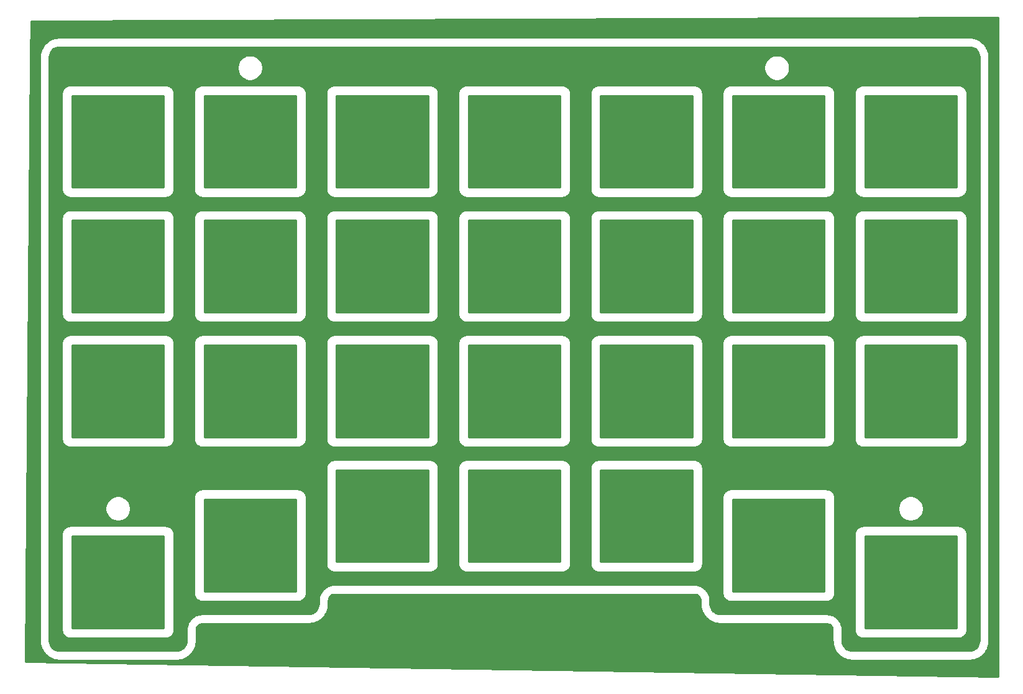
<source format=gtl>
G04 #@! TF.GenerationSoftware,KiCad,Pcbnew,(5.1.0-0)*
G04 #@! TF.CreationDate,2019-06-09T21:39:38+02:00*
G04 #@! TF.ProjectId,ssol56-pcb,73736f6c-3536-42d7-9063-622e6b696361,rev?*
G04 #@! TF.SameCoordinates,Original*
G04 #@! TF.FileFunction,Copper,L1,Top*
G04 #@! TF.FilePolarity,Positive*
%FSLAX46Y46*%
G04 Gerber Fmt 4.6, Leading zero omitted, Abs format (unit mm)*
G04 Created by KiCad (PCBNEW (5.1.0-0)) date 2019-06-09 21:39:38*
%MOMM*%
%LPD*%
G04 APERTURE LIST*
%ADD10C,0.254000*%
G04 APERTURE END LIST*
D10*
G36*
X278873000Y-114371072D02*
G01*
X146378076Y-112374915D01*
X147084425Y-29967582D01*
X148340000Y-29967582D01*
X148340001Y-109532419D01*
X148342852Y-109561364D01*
X148342765Y-109573781D01*
X148343665Y-109582952D01*
X148384466Y-109971145D01*
X148396487Y-110029708D01*
X148407702Y-110088501D01*
X148410366Y-110097323D01*
X148525790Y-110470198D01*
X148548975Y-110525353D01*
X148571379Y-110580806D01*
X148575706Y-110588943D01*
X148761357Y-110932298D01*
X148794780Y-110981849D01*
X148827562Y-111031946D01*
X148833387Y-111039087D01*
X149082194Y-111339841D01*
X149124629Y-111381981D01*
X149166492Y-111424730D01*
X149173592Y-111430604D01*
X149476077Y-111677305D01*
X149525904Y-111710409D01*
X149575259Y-111744204D01*
X149583365Y-111748587D01*
X149928007Y-111931837D01*
X149983311Y-111954631D01*
X150038295Y-111978198D01*
X150047098Y-111980923D01*
X150420770Y-112093741D01*
X150479458Y-112105361D01*
X150537961Y-112117797D01*
X150547126Y-112118760D01*
X150935595Y-112156850D01*
X150935598Y-112156850D01*
X150967581Y-112160000D01*
X167032419Y-112160000D01*
X167061373Y-112157148D01*
X167073781Y-112157235D01*
X167082952Y-112156335D01*
X167471145Y-112115534D01*
X167529708Y-112103513D01*
X167588501Y-112092298D01*
X167597323Y-112089634D01*
X167970198Y-111974210D01*
X168025353Y-111951025D01*
X168080806Y-111928621D01*
X168088943Y-111924294D01*
X168432298Y-111738643D01*
X168481849Y-111705220D01*
X168531946Y-111672438D01*
X168539087Y-111666613D01*
X168839841Y-111417806D01*
X168881981Y-111375371D01*
X168924730Y-111333508D01*
X168930604Y-111326408D01*
X169177305Y-111023923D01*
X169210409Y-110974096D01*
X169244204Y-110924741D01*
X169248587Y-110916635D01*
X169431837Y-110571993D01*
X169454631Y-110516689D01*
X169478198Y-110461705D01*
X169480923Y-110452902D01*
X169593741Y-110079230D01*
X169605361Y-110020542D01*
X169617797Y-109962039D01*
X169618760Y-109952874D01*
X169656850Y-109564405D01*
X169656850Y-109564402D01*
X169660000Y-109532419D01*
X169660000Y-108032277D01*
X169679102Y-107837460D01*
X169726308Y-107681106D01*
X169802982Y-107536904D01*
X169906207Y-107410337D01*
X170032051Y-107306231D01*
X170175711Y-107228553D01*
X170331729Y-107180258D01*
X170524473Y-107160000D01*
X185032419Y-107160000D01*
X185061373Y-107157148D01*
X185073781Y-107157235D01*
X185082952Y-107156335D01*
X185471145Y-107115534D01*
X185529708Y-107103513D01*
X185588501Y-107092298D01*
X185597323Y-107089634D01*
X185970198Y-106974210D01*
X186025353Y-106951025D01*
X186080806Y-106928621D01*
X186088943Y-106924294D01*
X186432298Y-106738643D01*
X186481849Y-106705220D01*
X186531946Y-106672438D01*
X186539087Y-106666613D01*
X186839841Y-106417806D01*
X186881981Y-106375371D01*
X186924730Y-106333508D01*
X186930604Y-106326408D01*
X187177305Y-106023923D01*
X187210409Y-105974096D01*
X187244204Y-105924741D01*
X187248587Y-105916635D01*
X187431837Y-105571993D01*
X187454631Y-105516689D01*
X187478198Y-105461705D01*
X187480923Y-105452902D01*
X187593741Y-105079230D01*
X187605361Y-105020542D01*
X187617797Y-104962039D01*
X187618760Y-104952874D01*
X187656850Y-104564405D01*
X187656850Y-104564402D01*
X187660000Y-104532419D01*
X187660000Y-104032277D01*
X187679102Y-103837460D01*
X187726308Y-103681106D01*
X187802982Y-103536904D01*
X187906207Y-103410337D01*
X188032051Y-103306231D01*
X188175711Y-103228553D01*
X188331729Y-103180258D01*
X188524473Y-103160000D01*
X237467723Y-103160000D01*
X237662540Y-103179102D01*
X237818894Y-103226308D01*
X237963096Y-103302982D01*
X238089663Y-103406207D01*
X238193769Y-103532051D01*
X238271447Y-103675711D01*
X238319742Y-103831729D01*
X238340000Y-104024473D01*
X238340000Y-104532419D01*
X238342852Y-104561373D01*
X238342765Y-104573781D01*
X238343665Y-104582952D01*
X238384466Y-104971145D01*
X238396487Y-105029708D01*
X238407702Y-105088501D01*
X238410366Y-105097323D01*
X238525790Y-105470198D01*
X238548975Y-105525353D01*
X238571379Y-105580806D01*
X238575706Y-105588943D01*
X238761357Y-105932298D01*
X238794780Y-105981849D01*
X238827562Y-106031946D01*
X238833387Y-106039087D01*
X239082194Y-106339841D01*
X239124629Y-106381981D01*
X239166492Y-106424730D01*
X239173592Y-106430604D01*
X239476077Y-106677305D01*
X239525904Y-106710409D01*
X239575259Y-106744204D01*
X239583365Y-106748587D01*
X239928007Y-106931837D01*
X239983311Y-106954631D01*
X240038295Y-106978198D01*
X240047098Y-106980923D01*
X240420770Y-107093741D01*
X240479458Y-107105361D01*
X240537961Y-107117797D01*
X240547126Y-107118760D01*
X240935595Y-107156850D01*
X240935598Y-107156850D01*
X240967581Y-107160000D01*
X255467723Y-107160000D01*
X255662540Y-107179102D01*
X255818894Y-107226308D01*
X255963096Y-107302982D01*
X256089663Y-107406207D01*
X256193769Y-107532051D01*
X256271447Y-107675711D01*
X256319742Y-107831729D01*
X256340000Y-108024473D01*
X256340001Y-109532419D01*
X256342852Y-109561364D01*
X256342765Y-109573781D01*
X256343665Y-109582952D01*
X256384466Y-109971145D01*
X256396487Y-110029708D01*
X256407702Y-110088501D01*
X256410366Y-110097323D01*
X256525790Y-110470198D01*
X256548975Y-110525353D01*
X256571379Y-110580806D01*
X256575706Y-110588943D01*
X256761357Y-110932298D01*
X256794780Y-110981849D01*
X256827562Y-111031946D01*
X256833387Y-111039087D01*
X257082194Y-111339841D01*
X257124629Y-111381981D01*
X257166492Y-111424730D01*
X257173592Y-111430604D01*
X257476077Y-111677305D01*
X257525904Y-111710409D01*
X257575259Y-111744204D01*
X257583365Y-111748587D01*
X257928007Y-111931837D01*
X257983311Y-111954631D01*
X258038295Y-111978198D01*
X258047098Y-111980923D01*
X258420770Y-112093741D01*
X258479458Y-112105361D01*
X258537961Y-112117797D01*
X258547126Y-112118760D01*
X258935595Y-112156850D01*
X258935598Y-112156850D01*
X258967581Y-112160000D01*
X275032419Y-112160000D01*
X275061373Y-112157148D01*
X275073781Y-112157235D01*
X275082952Y-112156335D01*
X275471145Y-112115534D01*
X275529708Y-112103513D01*
X275588501Y-112092298D01*
X275597323Y-112089634D01*
X275970198Y-111974210D01*
X276025353Y-111951025D01*
X276080806Y-111928621D01*
X276088943Y-111924294D01*
X276432298Y-111738643D01*
X276481849Y-111705220D01*
X276531946Y-111672438D01*
X276539087Y-111666613D01*
X276839841Y-111417806D01*
X276881981Y-111375371D01*
X276924730Y-111333508D01*
X276930604Y-111326408D01*
X277177305Y-111023923D01*
X277210409Y-110974096D01*
X277244204Y-110924741D01*
X277248587Y-110916635D01*
X277431837Y-110571993D01*
X277454631Y-110516689D01*
X277478198Y-110461705D01*
X277480923Y-110452902D01*
X277593741Y-110079230D01*
X277605361Y-110020542D01*
X277617797Y-109962039D01*
X277618760Y-109952874D01*
X277656850Y-109564405D01*
X277656850Y-109564402D01*
X277660000Y-109532419D01*
X277660000Y-29967581D01*
X277657148Y-29938627D01*
X277657235Y-29926219D01*
X277656335Y-29917047D01*
X277615534Y-29528855D01*
X277603514Y-29470299D01*
X277592298Y-29411498D01*
X277589634Y-29402677D01*
X277474210Y-29029802D01*
X277451025Y-28974647D01*
X277428621Y-28919194D01*
X277424294Y-28911058D01*
X277424294Y-28911057D01*
X277424291Y-28911053D01*
X277238643Y-28567702D01*
X277205187Y-28518101D01*
X277172437Y-28468054D01*
X277166613Y-28460913D01*
X276917806Y-28160158D01*
X276875371Y-28118019D01*
X276833508Y-28075269D01*
X276826407Y-28069396D01*
X276523923Y-27822695D01*
X276474107Y-27789598D01*
X276424741Y-27755795D01*
X276416635Y-27751413D01*
X276071993Y-27568163D01*
X276016687Y-27545368D01*
X275961704Y-27521802D01*
X275952901Y-27519077D01*
X275579230Y-27406259D01*
X275520542Y-27394639D01*
X275462039Y-27382203D01*
X275452874Y-27381240D01*
X275064405Y-27343150D01*
X275064402Y-27343150D01*
X275032419Y-27340000D01*
X150967581Y-27340000D01*
X150938627Y-27342852D01*
X150926219Y-27342765D01*
X150917047Y-27343665D01*
X150528855Y-27384466D01*
X150470299Y-27396486D01*
X150411498Y-27407702D01*
X150402677Y-27410366D01*
X150029802Y-27525790D01*
X149974647Y-27548975D01*
X149919194Y-27571379D01*
X149911062Y-27575704D01*
X149911057Y-27575706D01*
X149911053Y-27575709D01*
X149567702Y-27761357D01*
X149518101Y-27794813D01*
X149468054Y-27827563D01*
X149460913Y-27833387D01*
X149160158Y-28082194D01*
X149118019Y-28124629D01*
X149075269Y-28166492D01*
X149069396Y-28173593D01*
X148822695Y-28476077D01*
X148789598Y-28525893D01*
X148755795Y-28575259D01*
X148751413Y-28583365D01*
X148568163Y-28928007D01*
X148545368Y-28983313D01*
X148521802Y-29038296D01*
X148519077Y-29047099D01*
X148406259Y-29420770D01*
X148394639Y-29479458D01*
X148382203Y-29537961D01*
X148381240Y-29547126D01*
X148343150Y-29935595D01*
X148340000Y-29967582D01*
X147084425Y-29967582D01*
X147125920Y-25126524D01*
X278873000Y-24627482D01*
X278873000Y-114371072D01*
X278873000Y-114371072D01*
G37*
X278873000Y-114371072D02*
X146378076Y-112374915D01*
X147084425Y-29967582D01*
X148340000Y-29967582D01*
X148340001Y-109532419D01*
X148342852Y-109561364D01*
X148342765Y-109573781D01*
X148343665Y-109582952D01*
X148384466Y-109971145D01*
X148396487Y-110029708D01*
X148407702Y-110088501D01*
X148410366Y-110097323D01*
X148525790Y-110470198D01*
X148548975Y-110525353D01*
X148571379Y-110580806D01*
X148575706Y-110588943D01*
X148761357Y-110932298D01*
X148794780Y-110981849D01*
X148827562Y-111031946D01*
X148833387Y-111039087D01*
X149082194Y-111339841D01*
X149124629Y-111381981D01*
X149166492Y-111424730D01*
X149173592Y-111430604D01*
X149476077Y-111677305D01*
X149525904Y-111710409D01*
X149575259Y-111744204D01*
X149583365Y-111748587D01*
X149928007Y-111931837D01*
X149983311Y-111954631D01*
X150038295Y-111978198D01*
X150047098Y-111980923D01*
X150420770Y-112093741D01*
X150479458Y-112105361D01*
X150537961Y-112117797D01*
X150547126Y-112118760D01*
X150935595Y-112156850D01*
X150935598Y-112156850D01*
X150967581Y-112160000D01*
X167032419Y-112160000D01*
X167061373Y-112157148D01*
X167073781Y-112157235D01*
X167082952Y-112156335D01*
X167471145Y-112115534D01*
X167529708Y-112103513D01*
X167588501Y-112092298D01*
X167597323Y-112089634D01*
X167970198Y-111974210D01*
X168025353Y-111951025D01*
X168080806Y-111928621D01*
X168088943Y-111924294D01*
X168432298Y-111738643D01*
X168481849Y-111705220D01*
X168531946Y-111672438D01*
X168539087Y-111666613D01*
X168839841Y-111417806D01*
X168881981Y-111375371D01*
X168924730Y-111333508D01*
X168930604Y-111326408D01*
X169177305Y-111023923D01*
X169210409Y-110974096D01*
X169244204Y-110924741D01*
X169248587Y-110916635D01*
X169431837Y-110571993D01*
X169454631Y-110516689D01*
X169478198Y-110461705D01*
X169480923Y-110452902D01*
X169593741Y-110079230D01*
X169605361Y-110020542D01*
X169617797Y-109962039D01*
X169618760Y-109952874D01*
X169656850Y-109564405D01*
X169656850Y-109564402D01*
X169660000Y-109532419D01*
X169660000Y-108032277D01*
X169679102Y-107837460D01*
X169726308Y-107681106D01*
X169802982Y-107536904D01*
X169906207Y-107410337D01*
X170032051Y-107306231D01*
X170175711Y-107228553D01*
X170331729Y-107180258D01*
X170524473Y-107160000D01*
X185032419Y-107160000D01*
X185061373Y-107157148D01*
X185073781Y-107157235D01*
X185082952Y-107156335D01*
X185471145Y-107115534D01*
X185529708Y-107103513D01*
X185588501Y-107092298D01*
X185597323Y-107089634D01*
X185970198Y-106974210D01*
X186025353Y-106951025D01*
X186080806Y-106928621D01*
X186088943Y-106924294D01*
X186432298Y-106738643D01*
X186481849Y-106705220D01*
X186531946Y-106672438D01*
X186539087Y-106666613D01*
X186839841Y-106417806D01*
X186881981Y-106375371D01*
X186924730Y-106333508D01*
X186930604Y-106326408D01*
X187177305Y-106023923D01*
X187210409Y-105974096D01*
X187244204Y-105924741D01*
X187248587Y-105916635D01*
X187431837Y-105571993D01*
X187454631Y-105516689D01*
X187478198Y-105461705D01*
X187480923Y-105452902D01*
X187593741Y-105079230D01*
X187605361Y-105020542D01*
X187617797Y-104962039D01*
X187618760Y-104952874D01*
X187656850Y-104564405D01*
X187656850Y-104564402D01*
X187660000Y-104532419D01*
X187660000Y-104032277D01*
X187679102Y-103837460D01*
X187726308Y-103681106D01*
X187802982Y-103536904D01*
X187906207Y-103410337D01*
X188032051Y-103306231D01*
X188175711Y-103228553D01*
X188331729Y-103180258D01*
X188524473Y-103160000D01*
X237467723Y-103160000D01*
X237662540Y-103179102D01*
X237818894Y-103226308D01*
X237963096Y-103302982D01*
X238089663Y-103406207D01*
X238193769Y-103532051D01*
X238271447Y-103675711D01*
X238319742Y-103831729D01*
X238340000Y-104024473D01*
X238340000Y-104532419D01*
X238342852Y-104561373D01*
X238342765Y-104573781D01*
X238343665Y-104582952D01*
X238384466Y-104971145D01*
X238396487Y-105029708D01*
X238407702Y-105088501D01*
X238410366Y-105097323D01*
X238525790Y-105470198D01*
X238548975Y-105525353D01*
X238571379Y-105580806D01*
X238575706Y-105588943D01*
X238761357Y-105932298D01*
X238794780Y-105981849D01*
X238827562Y-106031946D01*
X238833387Y-106039087D01*
X239082194Y-106339841D01*
X239124629Y-106381981D01*
X239166492Y-106424730D01*
X239173592Y-106430604D01*
X239476077Y-106677305D01*
X239525904Y-106710409D01*
X239575259Y-106744204D01*
X239583365Y-106748587D01*
X239928007Y-106931837D01*
X239983311Y-106954631D01*
X240038295Y-106978198D01*
X240047098Y-106980923D01*
X240420770Y-107093741D01*
X240479458Y-107105361D01*
X240537961Y-107117797D01*
X240547126Y-107118760D01*
X240935595Y-107156850D01*
X240935598Y-107156850D01*
X240967581Y-107160000D01*
X255467723Y-107160000D01*
X255662540Y-107179102D01*
X255818894Y-107226308D01*
X255963096Y-107302982D01*
X256089663Y-107406207D01*
X256193769Y-107532051D01*
X256271447Y-107675711D01*
X256319742Y-107831729D01*
X256340000Y-108024473D01*
X256340001Y-109532419D01*
X256342852Y-109561364D01*
X256342765Y-109573781D01*
X256343665Y-109582952D01*
X256384466Y-109971145D01*
X256396487Y-110029708D01*
X256407702Y-110088501D01*
X256410366Y-110097323D01*
X256525790Y-110470198D01*
X256548975Y-110525353D01*
X256571379Y-110580806D01*
X256575706Y-110588943D01*
X256761357Y-110932298D01*
X256794780Y-110981849D01*
X256827562Y-111031946D01*
X256833387Y-111039087D01*
X257082194Y-111339841D01*
X257124629Y-111381981D01*
X257166492Y-111424730D01*
X257173592Y-111430604D01*
X257476077Y-111677305D01*
X257525904Y-111710409D01*
X257575259Y-111744204D01*
X257583365Y-111748587D01*
X257928007Y-111931837D01*
X257983311Y-111954631D01*
X258038295Y-111978198D01*
X258047098Y-111980923D01*
X258420770Y-112093741D01*
X258479458Y-112105361D01*
X258537961Y-112117797D01*
X258547126Y-112118760D01*
X258935595Y-112156850D01*
X258935598Y-112156850D01*
X258967581Y-112160000D01*
X275032419Y-112160000D01*
X275061373Y-112157148D01*
X275073781Y-112157235D01*
X275082952Y-112156335D01*
X275471145Y-112115534D01*
X275529708Y-112103513D01*
X275588501Y-112092298D01*
X275597323Y-112089634D01*
X275970198Y-111974210D01*
X276025353Y-111951025D01*
X276080806Y-111928621D01*
X276088943Y-111924294D01*
X276432298Y-111738643D01*
X276481849Y-111705220D01*
X276531946Y-111672438D01*
X276539087Y-111666613D01*
X276839841Y-111417806D01*
X276881981Y-111375371D01*
X276924730Y-111333508D01*
X276930604Y-111326408D01*
X277177305Y-111023923D01*
X277210409Y-110974096D01*
X277244204Y-110924741D01*
X277248587Y-110916635D01*
X277431837Y-110571993D01*
X277454631Y-110516689D01*
X277478198Y-110461705D01*
X277480923Y-110452902D01*
X277593741Y-110079230D01*
X277605361Y-110020542D01*
X277617797Y-109962039D01*
X277618760Y-109952874D01*
X277656850Y-109564405D01*
X277656850Y-109564402D01*
X277660000Y-109532419D01*
X277660000Y-29967581D01*
X277657148Y-29938627D01*
X277657235Y-29926219D01*
X277656335Y-29917047D01*
X277615534Y-29528855D01*
X277603514Y-29470299D01*
X277592298Y-29411498D01*
X277589634Y-29402677D01*
X277474210Y-29029802D01*
X277451025Y-28974647D01*
X277428621Y-28919194D01*
X277424294Y-28911058D01*
X277424294Y-28911057D01*
X277424291Y-28911053D01*
X277238643Y-28567702D01*
X277205187Y-28518101D01*
X277172437Y-28468054D01*
X277166613Y-28460913D01*
X276917806Y-28160158D01*
X276875371Y-28118019D01*
X276833508Y-28075269D01*
X276826407Y-28069396D01*
X276523923Y-27822695D01*
X276474107Y-27789598D01*
X276424741Y-27755795D01*
X276416635Y-27751413D01*
X276071993Y-27568163D01*
X276016687Y-27545368D01*
X275961704Y-27521802D01*
X275952901Y-27519077D01*
X275579230Y-27406259D01*
X275520542Y-27394639D01*
X275462039Y-27382203D01*
X275452874Y-27381240D01*
X275064405Y-27343150D01*
X275064402Y-27343150D01*
X275032419Y-27340000D01*
X150967581Y-27340000D01*
X150938627Y-27342852D01*
X150926219Y-27342765D01*
X150917047Y-27343665D01*
X150528855Y-27384466D01*
X150470299Y-27396486D01*
X150411498Y-27407702D01*
X150402677Y-27410366D01*
X150029802Y-27525790D01*
X149974647Y-27548975D01*
X149919194Y-27571379D01*
X149911062Y-27575704D01*
X149911057Y-27575706D01*
X149911053Y-27575709D01*
X149567702Y-27761357D01*
X149518101Y-27794813D01*
X149468054Y-27827563D01*
X149460913Y-27833387D01*
X149160158Y-28082194D01*
X149118019Y-28124629D01*
X149075269Y-28166492D01*
X149069396Y-28173593D01*
X148822695Y-28476077D01*
X148789598Y-28525893D01*
X148755795Y-28575259D01*
X148751413Y-28583365D01*
X148568163Y-28928007D01*
X148545368Y-28983313D01*
X148521802Y-29038296D01*
X148519077Y-29047099D01*
X148406259Y-29420770D01*
X148394639Y-29479458D01*
X148382203Y-29537961D01*
X148381240Y-29547126D01*
X148343150Y-29935595D01*
X148340000Y-29967582D01*
X147084425Y-29967582D01*
X147125920Y-25126524D01*
X278873000Y-24627482D01*
X278873000Y-114371072D01*
G36*
X275259659Y-28688625D02*
G01*
X275509429Y-28764035D01*
X275739792Y-28886522D01*
X275941980Y-29051422D01*
X276108286Y-29252450D01*
X276232378Y-29481954D01*
X276309531Y-29731195D01*
X276340000Y-30021088D01*
X276340001Y-109467711D01*
X276311375Y-109759660D01*
X276235965Y-110009429D01*
X276113477Y-110239794D01*
X275948579Y-110441979D01*
X275747546Y-110608288D01*
X275518046Y-110732378D01*
X275268805Y-110809531D01*
X274978911Y-110840000D01*
X259032279Y-110840000D01*
X258740340Y-110811375D01*
X258490571Y-110735965D01*
X258260206Y-110613477D01*
X258058021Y-110448579D01*
X257891712Y-110247546D01*
X257767622Y-110018046D01*
X257690469Y-109768805D01*
X257660000Y-109478911D01*
X257660000Y-108034876D01*
X259340000Y-108034876D01*
X259342951Y-108064844D01*
X259342933Y-108067490D01*
X259343900Y-108077356D01*
X259348409Y-108120256D01*
X259350273Y-108139183D01*
X259350465Y-108139815D01*
X259353080Y-108164699D01*
X259366015Y-108227714D01*
X259378079Y-108290952D01*
X259380945Y-108300442D01*
X259406916Y-108384339D01*
X259431836Y-108443621D01*
X259455955Y-108503318D01*
X259460609Y-108512071D01*
X259502381Y-108589327D01*
X259538368Y-108642680D01*
X259573605Y-108696528D01*
X259579862Y-108704198D01*
X259579866Y-108704205D01*
X259579871Y-108704210D01*
X259635853Y-108771881D01*
X259681489Y-108817198D01*
X259726534Y-108863197D01*
X259734172Y-108869516D01*
X259802231Y-108925024D01*
X259855799Y-108960614D01*
X259908928Y-108996993D01*
X259917648Y-109001707D01*
X259995192Y-109042938D01*
X260054678Y-109067456D01*
X260113838Y-109092812D01*
X260123308Y-109095744D01*
X260207385Y-109121128D01*
X260270475Y-109133619D01*
X260333453Y-109147006D01*
X260343312Y-109148042D01*
X260430717Y-109156612D01*
X260430723Y-109156612D01*
X260465123Y-109160000D01*
X273534877Y-109160000D01*
X273564845Y-109157049D01*
X273567490Y-109157067D01*
X273577356Y-109156100D01*
X273620241Y-109151593D01*
X273639184Y-109149727D01*
X273639816Y-109149535D01*
X273664699Y-109146920D01*
X273727714Y-109133985D01*
X273790952Y-109121921D01*
X273800434Y-109119057D01*
X273800436Y-109119057D01*
X273800438Y-109119056D01*
X273800442Y-109119055D01*
X273884339Y-109093084D01*
X273943621Y-109068164D01*
X274003318Y-109044045D01*
X274012071Y-109039391D01*
X274089327Y-108997619D01*
X274142680Y-108961632D01*
X274196528Y-108926395D01*
X274204198Y-108920138D01*
X274204205Y-108920134D01*
X274204210Y-108920129D01*
X274271881Y-108864147D01*
X274317198Y-108818511D01*
X274363197Y-108773466D01*
X274369516Y-108765828D01*
X274425024Y-108697769D01*
X274460614Y-108644201D01*
X274496993Y-108591072D01*
X274501707Y-108582352D01*
X274542938Y-108504808D01*
X274567456Y-108445322D01*
X274592812Y-108386162D01*
X274595744Y-108376692D01*
X274621128Y-108292615D01*
X274633619Y-108229525D01*
X274647006Y-108166547D01*
X274648042Y-108156688D01*
X274656612Y-108069283D01*
X274656612Y-108069277D01*
X274660000Y-108034877D01*
X274660000Y-94965123D01*
X274657049Y-94935155D01*
X274657067Y-94932510D01*
X274656100Y-94922644D01*
X274651593Y-94879759D01*
X274649727Y-94860816D01*
X274649535Y-94860184D01*
X274646920Y-94835301D01*
X274633982Y-94772273D01*
X274621921Y-94709049D01*
X274619055Y-94699558D01*
X274593084Y-94615661D01*
X274568164Y-94556379D01*
X274544045Y-94496682D01*
X274539391Y-94487929D01*
X274497620Y-94410674D01*
X274461637Y-94357327D01*
X274426395Y-94303472D01*
X274420129Y-94295790D01*
X274364147Y-94228120D01*
X274318550Y-94182840D01*
X274273467Y-94136803D01*
X274265828Y-94130484D01*
X274197769Y-94074976D01*
X274144201Y-94039386D01*
X274091072Y-94003007D01*
X274082352Y-93998293D01*
X274004808Y-93957062D01*
X273945343Y-93932552D01*
X273886162Y-93907187D01*
X273876692Y-93904256D01*
X273792615Y-93878872D01*
X273729525Y-93866381D01*
X273666547Y-93852994D01*
X273656688Y-93851958D01*
X273569283Y-93843388D01*
X273569277Y-93843388D01*
X273534877Y-93840000D01*
X260465123Y-93840000D01*
X260435155Y-93842951D01*
X260432510Y-93842933D01*
X260422644Y-93843900D01*
X260379759Y-93848407D01*
X260360816Y-93850273D01*
X260360184Y-93850465D01*
X260335301Y-93853080D01*
X260272273Y-93866018D01*
X260209049Y-93878079D01*
X260199566Y-93880943D01*
X260199564Y-93880943D01*
X260199562Y-93880944D01*
X260199558Y-93880945D01*
X260115661Y-93906916D01*
X260056379Y-93931836D01*
X259996682Y-93955955D01*
X259987929Y-93960609D01*
X259910674Y-94002380D01*
X259857327Y-94038363D01*
X259803472Y-94073605D01*
X259795790Y-94079871D01*
X259728120Y-94135853D01*
X259682840Y-94181450D01*
X259636803Y-94226533D01*
X259630484Y-94234172D01*
X259574976Y-94302231D01*
X259539386Y-94355799D01*
X259503007Y-94408928D01*
X259498293Y-94417648D01*
X259457062Y-94495192D01*
X259432552Y-94554657D01*
X259407187Y-94613838D01*
X259404256Y-94623308D01*
X259378872Y-94707385D01*
X259366381Y-94770475D01*
X259352994Y-94833453D01*
X259351958Y-94843312D01*
X259343388Y-94930717D01*
X259343388Y-94930733D01*
X259340001Y-94965123D01*
X259340000Y-108034876D01*
X257660000Y-108034876D01*
X257660000Y-107967581D01*
X257657182Y-107938972D01*
X257657247Y-107929712D01*
X257656348Y-107920541D01*
X257625748Y-107629395D01*
X257613710Y-107570753D01*
X257602510Y-107512037D01*
X257599847Y-107503216D01*
X257513279Y-107223560D01*
X257490101Y-107168422D01*
X257467689Y-107112950D01*
X257463362Y-107104814D01*
X257324123Y-106847298D01*
X257290701Y-106797749D01*
X257257920Y-106747653D01*
X257252095Y-106740512D01*
X257065490Y-106514945D01*
X257023054Y-106472804D01*
X256981191Y-106430055D01*
X256974091Y-106424181D01*
X256747227Y-106239155D01*
X256697408Y-106206055D01*
X256648045Y-106172256D01*
X256639939Y-106167873D01*
X256381458Y-106030436D01*
X256326164Y-106007645D01*
X256271171Y-105984075D01*
X256262368Y-105981350D01*
X255982114Y-105896736D01*
X255923429Y-105885116D01*
X255864921Y-105872680D01*
X255855758Y-105871717D01*
X255855756Y-105871717D01*
X255564404Y-105843150D01*
X255564402Y-105843150D01*
X255532419Y-105840000D01*
X241032279Y-105840000D01*
X240740340Y-105811375D01*
X240490571Y-105735965D01*
X240260206Y-105613477D01*
X240058021Y-105448579D01*
X239891712Y-105247546D01*
X239767622Y-105018046D01*
X239690469Y-104768805D01*
X239660000Y-104478911D01*
X239660000Y-103967581D01*
X239657182Y-103938972D01*
X239657247Y-103929712D01*
X239656348Y-103920541D01*
X239625748Y-103629395D01*
X239613710Y-103570753D01*
X239602510Y-103512037D01*
X239599847Y-103503216D01*
X239513279Y-103223560D01*
X239490101Y-103168422D01*
X239467689Y-103112950D01*
X239463362Y-103104814D01*
X239425547Y-103034876D01*
X241340000Y-103034876D01*
X241342951Y-103064844D01*
X241342933Y-103067490D01*
X241343900Y-103077356D01*
X241348409Y-103120256D01*
X241350273Y-103139183D01*
X241350465Y-103139815D01*
X241353080Y-103164699D01*
X241366015Y-103227714D01*
X241378079Y-103290952D01*
X241380945Y-103300442D01*
X241406916Y-103384339D01*
X241431836Y-103443621D01*
X241455955Y-103503318D01*
X241460609Y-103512071D01*
X241502381Y-103589327D01*
X241538368Y-103642680D01*
X241573605Y-103696528D01*
X241579862Y-103704198D01*
X241579866Y-103704205D01*
X241579871Y-103704210D01*
X241635853Y-103771881D01*
X241681489Y-103817198D01*
X241726534Y-103863197D01*
X241734172Y-103869516D01*
X241802231Y-103925024D01*
X241855799Y-103960614D01*
X241908928Y-103996993D01*
X241917648Y-104001707D01*
X241995192Y-104042938D01*
X242054678Y-104067456D01*
X242113838Y-104092812D01*
X242123308Y-104095744D01*
X242207385Y-104121128D01*
X242270475Y-104133619D01*
X242333453Y-104147006D01*
X242343312Y-104148042D01*
X242430717Y-104156612D01*
X242430723Y-104156612D01*
X242465123Y-104160000D01*
X255534877Y-104160000D01*
X255564845Y-104157049D01*
X255567490Y-104157067D01*
X255577356Y-104156100D01*
X255620241Y-104151593D01*
X255639184Y-104149727D01*
X255639816Y-104149535D01*
X255664699Y-104146920D01*
X255727714Y-104133985D01*
X255790952Y-104121921D01*
X255800434Y-104119057D01*
X255800436Y-104119057D01*
X255800438Y-104119056D01*
X255800442Y-104119055D01*
X255884339Y-104093084D01*
X255943621Y-104068164D01*
X256003318Y-104044045D01*
X256012071Y-104039391D01*
X256089327Y-103997619D01*
X256142680Y-103961632D01*
X256196528Y-103926395D01*
X256204198Y-103920138D01*
X256204205Y-103920134D01*
X256204210Y-103920129D01*
X256271881Y-103864147D01*
X256317198Y-103818511D01*
X256363197Y-103773466D01*
X256369516Y-103765828D01*
X256425024Y-103697769D01*
X256460614Y-103644201D01*
X256496993Y-103591072D01*
X256501707Y-103582352D01*
X256542938Y-103504808D01*
X256567456Y-103445322D01*
X256592812Y-103386162D01*
X256595744Y-103376692D01*
X256621128Y-103292615D01*
X256633619Y-103229525D01*
X256647006Y-103166547D01*
X256648042Y-103156688D01*
X256656612Y-103069283D01*
X256656612Y-103069277D01*
X256660000Y-103034877D01*
X256660000Y-91329117D01*
X265265000Y-91329117D01*
X265265000Y-91670883D01*
X265331675Y-92006081D01*
X265462463Y-92321831D01*
X265652337Y-92605998D01*
X265894002Y-92847663D01*
X266178169Y-93037537D01*
X266493919Y-93168325D01*
X266829117Y-93235000D01*
X267170883Y-93235000D01*
X267506081Y-93168325D01*
X267821831Y-93037537D01*
X268105998Y-92847663D01*
X268347663Y-92605998D01*
X268537537Y-92321831D01*
X268668325Y-92006081D01*
X268735000Y-91670883D01*
X268735000Y-91329117D01*
X268668325Y-90993919D01*
X268537537Y-90678169D01*
X268347663Y-90394002D01*
X268105998Y-90152337D01*
X267821831Y-89962463D01*
X267506081Y-89831675D01*
X267170883Y-89765000D01*
X266829117Y-89765000D01*
X266493919Y-89831675D01*
X266178169Y-89962463D01*
X265894002Y-90152337D01*
X265652337Y-90394002D01*
X265462463Y-90678169D01*
X265331675Y-90993919D01*
X265265000Y-91329117D01*
X256660000Y-91329117D01*
X256660000Y-89965123D01*
X256657049Y-89935155D01*
X256657067Y-89932510D01*
X256656100Y-89922644D01*
X256651593Y-89879759D01*
X256649727Y-89860816D01*
X256649535Y-89860184D01*
X256646920Y-89835301D01*
X256633982Y-89772273D01*
X256621921Y-89709049D01*
X256619055Y-89699558D01*
X256593084Y-89615661D01*
X256568164Y-89556379D01*
X256544045Y-89496682D01*
X256539391Y-89487929D01*
X256497620Y-89410674D01*
X256461637Y-89357327D01*
X256426395Y-89303472D01*
X256420129Y-89295790D01*
X256364147Y-89228120D01*
X256318550Y-89182840D01*
X256273467Y-89136803D01*
X256265828Y-89130484D01*
X256197769Y-89074976D01*
X256144201Y-89039386D01*
X256091072Y-89003007D01*
X256082352Y-88998293D01*
X256004808Y-88957062D01*
X255945343Y-88932552D01*
X255886162Y-88907187D01*
X255876692Y-88904256D01*
X255792615Y-88878872D01*
X255729525Y-88866381D01*
X255666547Y-88852994D01*
X255656688Y-88851958D01*
X255569283Y-88843388D01*
X255569277Y-88843388D01*
X255534877Y-88840000D01*
X242465123Y-88840000D01*
X242435155Y-88842951D01*
X242432510Y-88842933D01*
X242422644Y-88843900D01*
X242379759Y-88848407D01*
X242360816Y-88850273D01*
X242360184Y-88850465D01*
X242335301Y-88853080D01*
X242272273Y-88866018D01*
X242209049Y-88878079D01*
X242199566Y-88880943D01*
X242199564Y-88880943D01*
X242199562Y-88880944D01*
X242199558Y-88880945D01*
X242115661Y-88906916D01*
X242056379Y-88931836D01*
X241996682Y-88955955D01*
X241987929Y-88960609D01*
X241910674Y-89002380D01*
X241857327Y-89038363D01*
X241803472Y-89073605D01*
X241795790Y-89079871D01*
X241728120Y-89135853D01*
X241682840Y-89181450D01*
X241636803Y-89226533D01*
X241630484Y-89234172D01*
X241574976Y-89302231D01*
X241539386Y-89355799D01*
X241503007Y-89408928D01*
X241498293Y-89417648D01*
X241457062Y-89495192D01*
X241432552Y-89554657D01*
X241407187Y-89613838D01*
X241404256Y-89623308D01*
X241378872Y-89707385D01*
X241366381Y-89770475D01*
X241352994Y-89833453D01*
X241351958Y-89843312D01*
X241343388Y-89930717D01*
X241343388Y-89930733D01*
X241340001Y-89965123D01*
X241340000Y-103034876D01*
X239425547Y-103034876D01*
X239324123Y-102847298D01*
X239290701Y-102797749D01*
X239257920Y-102747653D01*
X239252095Y-102740512D01*
X239065490Y-102514945D01*
X239023054Y-102472804D01*
X238981191Y-102430055D01*
X238974091Y-102424181D01*
X238747227Y-102239155D01*
X238697408Y-102206055D01*
X238648045Y-102172256D01*
X238639939Y-102167873D01*
X238381458Y-102030436D01*
X238326164Y-102007645D01*
X238271171Y-101984075D01*
X238262368Y-101981350D01*
X237982114Y-101896736D01*
X237923429Y-101885116D01*
X237864921Y-101872680D01*
X237855758Y-101871717D01*
X237855756Y-101871717D01*
X237564404Y-101843150D01*
X237564402Y-101843150D01*
X237532419Y-101840000D01*
X188467581Y-101840000D01*
X188438972Y-101842818D01*
X188429712Y-101842753D01*
X188420541Y-101843652D01*
X188129395Y-101874252D01*
X188070753Y-101886290D01*
X188012037Y-101897490D01*
X188003216Y-101900153D01*
X187723560Y-101986721D01*
X187668422Y-102009899D01*
X187612950Y-102032311D01*
X187604819Y-102036635D01*
X187604815Y-102036637D01*
X187604814Y-102036638D01*
X187347298Y-102175877D01*
X187297749Y-102209299D01*
X187247653Y-102242080D01*
X187240512Y-102247905D01*
X187014945Y-102434510D01*
X186972804Y-102476946D01*
X186930055Y-102518809D01*
X186924181Y-102525909D01*
X186739155Y-102752773D01*
X186706055Y-102802592D01*
X186672256Y-102851955D01*
X186667873Y-102860061D01*
X186530436Y-103118542D01*
X186507645Y-103173836D01*
X186484075Y-103228829D01*
X186481350Y-103237632D01*
X186396736Y-103517886D01*
X186385116Y-103576571D01*
X186372680Y-103635079D01*
X186371717Y-103644244D01*
X186343150Y-103935596D01*
X186340000Y-103967582D01*
X186340000Y-104467721D01*
X186311375Y-104759660D01*
X186235965Y-105009429D01*
X186113477Y-105239794D01*
X185948579Y-105441979D01*
X185747546Y-105608288D01*
X185518046Y-105732378D01*
X185268805Y-105809531D01*
X184978911Y-105840000D01*
X170467581Y-105840000D01*
X170438972Y-105842818D01*
X170429712Y-105842753D01*
X170420541Y-105843652D01*
X170129395Y-105874252D01*
X170070753Y-105886290D01*
X170012037Y-105897490D01*
X170003216Y-105900153D01*
X169723560Y-105986721D01*
X169668422Y-106009899D01*
X169612950Y-106032311D01*
X169604819Y-106036635D01*
X169604815Y-106036637D01*
X169604814Y-106036638D01*
X169347298Y-106175877D01*
X169297749Y-106209299D01*
X169247653Y-106242080D01*
X169240512Y-106247905D01*
X169014945Y-106434510D01*
X168972804Y-106476946D01*
X168930055Y-106518809D01*
X168924181Y-106525909D01*
X168739155Y-106752773D01*
X168706055Y-106802592D01*
X168672256Y-106851955D01*
X168667873Y-106860061D01*
X168530436Y-107118542D01*
X168507645Y-107173836D01*
X168484075Y-107228829D01*
X168481350Y-107237632D01*
X168396736Y-107517886D01*
X168385116Y-107576571D01*
X168372680Y-107635079D01*
X168371717Y-107644244D01*
X168343150Y-107935596D01*
X168340000Y-107967582D01*
X168340001Y-109467711D01*
X168311375Y-109759660D01*
X168235965Y-110009429D01*
X168113477Y-110239794D01*
X167948579Y-110441979D01*
X167747546Y-110608288D01*
X167518046Y-110732378D01*
X167268805Y-110809531D01*
X166978911Y-110840000D01*
X151032279Y-110840000D01*
X150740340Y-110811375D01*
X150490571Y-110735965D01*
X150260206Y-110613477D01*
X150058021Y-110448579D01*
X149891712Y-110247546D01*
X149767622Y-110018046D01*
X149690469Y-109768805D01*
X149660000Y-109478911D01*
X149660000Y-108034876D01*
X151340000Y-108034876D01*
X151342951Y-108064844D01*
X151342933Y-108067490D01*
X151343900Y-108077356D01*
X151348409Y-108120256D01*
X151350273Y-108139183D01*
X151350465Y-108139815D01*
X151353080Y-108164699D01*
X151366015Y-108227714D01*
X151378079Y-108290952D01*
X151380945Y-108300442D01*
X151406916Y-108384339D01*
X151431836Y-108443621D01*
X151455955Y-108503318D01*
X151460609Y-108512071D01*
X151502381Y-108589327D01*
X151538368Y-108642680D01*
X151573605Y-108696528D01*
X151579862Y-108704198D01*
X151579866Y-108704205D01*
X151579871Y-108704210D01*
X151635853Y-108771881D01*
X151681489Y-108817198D01*
X151726534Y-108863197D01*
X151734172Y-108869516D01*
X151802231Y-108925024D01*
X151855799Y-108960614D01*
X151908928Y-108996993D01*
X151917648Y-109001707D01*
X151995192Y-109042938D01*
X152054678Y-109067456D01*
X152113838Y-109092812D01*
X152123308Y-109095744D01*
X152207385Y-109121128D01*
X152270475Y-109133619D01*
X152333453Y-109147006D01*
X152343312Y-109148042D01*
X152430717Y-109156612D01*
X152430723Y-109156612D01*
X152465123Y-109160000D01*
X165534877Y-109160000D01*
X165564845Y-109157049D01*
X165567490Y-109157067D01*
X165577356Y-109156100D01*
X165620241Y-109151593D01*
X165639184Y-109149727D01*
X165639816Y-109149535D01*
X165664699Y-109146920D01*
X165727714Y-109133985D01*
X165790952Y-109121921D01*
X165800434Y-109119057D01*
X165800436Y-109119057D01*
X165800438Y-109119056D01*
X165800442Y-109119055D01*
X165884339Y-109093084D01*
X165943621Y-109068164D01*
X166003318Y-109044045D01*
X166012071Y-109039391D01*
X166089327Y-108997619D01*
X166142680Y-108961632D01*
X166196528Y-108926395D01*
X166204198Y-108920138D01*
X166204205Y-108920134D01*
X166204210Y-108920129D01*
X166271881Y-108864147D01*
X166317198Y-108818511D01*
X166363197Y-108773466D01*
X166369516Y-108765828D01*
X166425024Y-108697769D01*
X166460614Y-108644201D01*
X166496993Y-108591072D01*
X166501707Y-108582352D01*
X166542938Y-108504808D01*
X166567456Y-108445322D01*
X166592812Y-108386162D01*
X166595744Y-108376692D01*
X166621128Y-108292615D01*
X166633619Y-108229525D01*
X166647006Y-108166547D01*
X166648042Y-108156688D01*
X166656612Y-108069283D01*
X166656612Y-108069277D01*
X166660000Y-108034877D01*
X166660000Y-103034876D01*
X169340000Y-103034876D01*
X169342951Y-103064844D01*
X169342933Y-103067490D01*
X169343900Y-103077356D01*
X169348409Y-103120256D01*
X169350273Y-103139183D01*
X169350465Y-103139815D01*
X169353080Y-103164699D01*
X169366015Y-103227714D01*
X169378079Y-103290952D01*
X169380945Y-103300442D01*
X169406916Y-103384339D01*
X169431836Y-103443621D01*
X169455955Y-103503318D01*
X169460609Y-103512071D01*
X169502381Y-103589327D01*
X169538368Y-103642680D01*
X169573605Y-103696528D01*
X169579862Y-103704198D01*
X169579866Y-103704205D01*
X169579871Y-103704210D01*
X169635853Y-103771881D01*
X169681489Y-103817198D01*
X169726534Y-103863197D01*
X169734172Y-103869516D01*
X169802231Y-103925024D01*
X169855799Y-103960614D01*
X169908928Y-103996993D01*
X169917648Y-104001707D01*
X169995192Y-104042938D01*
X170054678Y-104067456D01*
X170113838Y-104092812D01*
X170123308Y-104095744D01*
X170207385Y-104121128D01*
X170270475Y-104133619D01*
X170333453Y-104147006D01*
X170343312Y-104148042D01*
X170430717Y-104156612D01*
X170430723Y-104156612D01*
X170465123Y-104160000D01*
X183534877Y-104160000D01*
X183564845Y-104157049D01*
X183567490Y-104157067D01*
X183577356Y-104156100D01*
X183620241Y-104151593D01*
X183639184Y-104149727D01*
X183639816Y-104149535D01*
X183664699Y-104146920D01*
X183727714Y-104133985D01*
X183790952Y-104121921D01*
X183800434Y-104119057D01*
X183800436Y-104119057D01*
X183800438Y-104119056D01*
X183800442Y-104119055D01*
X183884339Y-104093084D01*
X183943621Y-104068164D01*
X184003318Y-104044045D01*
X184012071Y-104039391D01*
X184089327Y-103997619D01*
X184142680Y-103961632D01*
X184196528Y-103926395D01*
X184204198Y-103920138D01*
X184204205Y-103920134D01*
X184204210Y-103920129D01*
X184271881Y-103864147D01*
X184317198Y-103818511D01*
X184363197Y-103773466D01*
X184369516Y-103765828D01*
X184425024Y-103697769D01*
X184460614Y-103644201D01*
X184496993Y-103591072D01*
X184501707Y-103582352D01*
X184542938Y-103504808D01*
X184567456Y-103445322D01*
X184592812Y-103386162D01*
X184595744Y-103376692D01*
X184621128Y-103292615D01*
X184633619Y-103229525D01*
X184647006Y-103166547D01*
X184648042Y-103156688D01*
X184656612Y-103069283D01*
X184656612Y-103069277D01*
X184660000Y-103034877D01*
X184660000Y-99034876D01*
X187340000Y-99034876D01*
X187342951Y-99064844D01*
X187342933Y-99067490D01*
X187343900Y-99077356D01*
X187348409Y-99120256D01*
X187350273Y-99139183D01*
X187350465Y-99139815D01*
X187353080Y-99164699D01*
X187366015Y-99227714D01*
X187378079Y-99290952D01*
X187380945Y-99300442D01*
X187406916Y-99384339D01*
X187431836Y-99443621D01*
X187455955Y-99503318D01*
X187460609Y-99512071D01*
X187502381Y-99589327D01*
X187538368Y-99642680D01*
X187573605Y-99696528D01*
X187579862Y-99704198D01*
X187579866Y-99704205D01*
X187579871Y-99704210D01*
X187635853Y-99771881D01*
X187681489Y-99817198D01*
X187726534Y-99863197D01*
X187734172Y-99869516D01*
X187802231Y-99925024D01*
X187855799Y-99960614D01*
X187908928Y-99996993D01*
X187917648Y-100001707D01*
X187995192Y-100042938D01*
X188054678Y-100067456D01*
X188113838Y-100092812D01*
X188123308Y-100095744D01*
X188207385Y-100121128D01*
X188270475Y-100133619D01*
X188333453Y-100147006D01*
X188343312Y-100148042D01*
X188430717Y-100156612D01*
X188430723Y-100156612D01*
X188465123Y-100160000D01*
X201534877Y-100160000D01*
X201564845Y-100157049D01*
X201567490Y-100157067D01*
X201577356Y-100156100D01*
X201620241Y-100151593D01*
X201639184Y-100149727D01*
X201639816Y-100149535D01*
X201664699Y-100146920D01*
X201727714Y-100133985D01*
X201790952Y-100121921D01*
X201800434Y-100119057D01*
X201800436Y-100119057D01*
X201800438Y-100119056D01*
X201800442Y-100119055D01*
X201884339Y-100093084D01*
X201943621Y-100068164D01*
X202003318Y-100044045D01*
X202012071Y-100039391D01*
X202089327Y-99997619D01*
X202142680Y-99961632D01*
X202196528Y-99926395D01*
X202204198Y-99920138D01*
X202204205Y-99920134D01*
X202204210Y-99920129D01*
X202271881Y-99864147D01*
X202317198Y-99818511D01*
X202363197Y-99773466D01*
X202369516Y-99765828D01*
X202425024Y-99697769D01*
X202460614Y-99644201D01*
X202496993Y-99591072D01*
X202501707Y-99582352D01*
X202542938Y-99504808D01*
X202567456Y-99445322D01*
X202592812Y-99386162D01*
X202595744Y-99376692D01*
X202621128Y-99292615D01*
X202633619Y-99229525D01*
X202647006Y-99166547D01*
X202648042Y-99156688D01*
X202656612Y-99069283D01*
X202656612Y-99069277D01*
X202660000Y-99034877D01*
X202660000Y-99034876D01*
X205340000Y-99034876D01*
X205342951Y-99064844D01*
X205342933Y-99067490D01*
X205343900Y-99077356D01*
X205348409Y-99120256D01*
X205350273Y-99139183D01*
X205350465Y-99139815D01*
X205353080Y-99164699D01*
X205366015Y-99227714D01*
X205378079Y-99290952D01*
X205380945Y-99300442D01*
X205406916Y-99384339D01*
X205431836Y-99443621D01*
X205455955Y-99503318D01*
X205460609Y-99512071D01*
X205502381Y-99589327D01*
X205538368Y-99642680D01*
X205573605Y-99696528D01*
X205579862Y-99704198D01*
X205579866Y-99704205D01*
X205579871Y-99704210D01*
X205635853Y-99771881D01*
X205681489Y-99817198D01*
X205726534Y-99863197D01*
X205734172Y-99869516D01*
X205802231Y-99925024D01*
X205855799Y-99960614D01*
X205908928Y-99996993D01*
X205917648Y-100001707D01*
X205995192Y-100042938D01*
X206054678Y-100067456D01*
X206113838Y-100092812D01*
X206123308Y-100095744D01*
X206207385Y-100121128D01*
X206270475Y-100133619D01*
X206333453Y-100147006D01*
X206343312Y-100148042D01*
X206430717Y-100156612D01*
X206430723Y-100156612D01*
X206465123Y-100160000D01*
X219534877Y-100160000D01*
X219564845Y-100157049D01*
X219567490Y-100157067D01*
X219577356Y-100156100D01*
X219620241Y-100151593D01*
X219639184Y-100149727D01*
X219639816Y-100149535D01*
X219664699Y-100146920D01*
X219727714Y-100133985D01*
X219790952Y-100121921D01*
X219800434Y-100119057D01*
X219800436Y-100119057D01*
X219800438Y-100119056D01*
X219800442Y-100119055D01*
X219884339Y-100093084D01*
X219943621Y-100068164D01*
X220003318Y-100044045D01*
X220012071Y-100039391D01*
X220089327Y-99997619D01*
X220142680Y-99961632D01*
X220196528Y-99926395D01*
X220204198Y-99920138D01*
X220204205Y-99920134D01*
X220204210Y-99920129D01*
X220271881Y-99864147D01*
X220317198Y-99818511D01*
X220363197Y-99773466D01*
X220369516Y-99765828D01*
X220425024Y-99697769D01*
X220460614Y-99644201D01*
X220496993Y-99591072D01*
X220501707Y-99582352D01*
X220542938Y-99504808D01*
X220567456Y-99445322D01*
X220592812Y-99386162D01*
X220595744Y-99376692D01*
X220621128Y-99292615D01*
X220633619Y-99229525D01*
X220647006Y-99166547D01*
X220648042Y-99156688D01*
X220656612Y-99069283D01*
X220656612Y-99069277D01*
X220660000Y-99034877D01*
X220660000Y-99034876D01*
X223340000Y-99034876D01*
X223342951Y-99064844D01*
X223342933Y-99067490D01*
X223343900Y-99077356D01*
X223348409Y-99120256D01*
X223350273Y-99139183D01*
X223350465Y-99139815D01*
X223353080Y-99164699D01*
X223366015Y-99227714D01*
X223378079Y-99290952D01*
X223380945Y-99300442D01*
X223406916Y-99384339D01*
X223431836Y-99443621D01*
X223455955Y-99503318D01*
X223460609Y-99512071D01*
X223502381Y-99589327D01*
X223538368Y-99642680D01*
X223573605Y-99696528D01*
X223579862Y-99704198D01*
X223579866Y-99704205D01*
X223579871Y-99704210D01*
X223635853Y-99771881D01*
X223681489Y-99817198D01*
X223726534Y-99863197D01*
X223734172Y-99869516D01*
X223802231Y-99925024D01*
X223855799Y-99960614D01*
X223908928Y-99996993D01*
X223917648Y-100001707D01*
X223995192Y-100042938D01*
X224054678Y-100067456D01*
X224113838Y-100092812D01*
X224123308Y-100095744D01*
X224207385Y-100121128D01*
X224270475Y-100133619D01*
X224333453Y-100147006D01*
X224343312Y-100148042D01*
X224430717Y-100156612D01*
X224430723Y-100156612D01*
X224465123Y-100160000D01*
X237534877Y-100160000D01*
X237564845Y-100157049D01*
X237567490Y-100157067D01*
X237577356Y-100156100D01*
X237620241Y-100151593D01*
X237639184Y-100149727D01*
X237639816Y-100149535D01*
X237664699Y-100146920D01*
X237727714Y-100133985D01*
X237790952Y-100121921D01*
X237800434Y-100119057D01*
X237800436Y-100119057D01*
X237800438Y-100119056D01*
X237800442Y-100119055D01*
X237884339Y-100093084D01*
X237943621Y-100068164D01*
X238003318Y-100044045D01*
X238012071Y-100039391D01*
X238089327Y-99997619D01*
X238142680Y-99961632D01*
X238196528Y-99926395D01*
X238204198Y-99920138D01*
X238204205Y-99920134D01*
X238204210Y-99920129D01*
X238271881Y-99864147D01*
X238317198Y-99818511D01*
X238363197Y-99773466D01*
X238369516Y-99765828D01*
X238425024Y-99697769D01*
X238460614Y-99644201D01*
X238496993Y-99591072D01*
X238501707Y-99582352D01*
X238542938Y-99504808D01*
X238567456Y-99445322D01*
X238592812Y-99386162D01*
X238595744Y-99376692D01*
X238621128Y-99292615D01*
X238633619Y-99229525D01*
X238647006Y-99166547D01*
X238648042Y-99156688D01*
X238656612Y-99069283D01*
X238656612Y-99069277D01*
X238660000Y-99034877D01*
X238660000Y-85965123D01*
X238657049Y-85935155D01*
X238657067Y-85932510D01*
X238656100Y-85922644D01*
X238651593Y-85879759D01*
X238649727Y-85860816D01*
X238649535Y-85860184D01*
X238646920Y-85835301D01*
X238633982Y-85772273D01*
X238621921Y-85709049D01*
X238619055Y-85699558D01*
X238593084Y-85615661D01*
X238568164Y-85556379D01*
X238544045Y-85496682D01*
X238539391Y-85487929D01*
X238497620Y-85410674D01*
X238461637Y-85357327D01*
X238426395Y-85303472D01*
X238420129Y-85295790D01*
X238364147Y-85228120D01*
X238318550Y-85182840D01*
X238273467Y-85136803D01*
X238265828Y-85130484D01*
X238197769Y-85074976D01*
X238144201Y-85039386D01*
X238091072Y-85003007D01*
X238082352Y-84998293D01*
X238004808Y-84957062D01*
X237945343Y-84932552D01*
X237886162Y-84907187D01*
X237876692Y-84904256D01*
X237792615Y-84878872D01*
X237729525Y-84866381D01*
X237666547Y-84852994D01*
X237656688Y-84851958D01*
X237569283Y-84843388D01*
X237569277Y-84843388D01*
X237534877Y-84840000D01*
X224465123Y-84840000D01*
X224435155Y-84842951D01*
X224432510Y-84842933D01*
X224422644Y-84843900D01*
X224379759Y-84848407D01*
X224360816Y-84850273D01*
X224360184Y-84850465D01*
X224335301Y-84853080D01*
X224272273Y-84866018D01*
X224209049Y-84878079D01*
X224199566Y-84880943D01*
X224199564Y-84880943D01*
X224199562Y-84880944D01*
X224199558Y-84880945D01*
X224115661Y-84906916D01*
X224056379Y-84931836D01*
X223996682Y-84955955D01*
X223987929Y-84960609D01*
X223910674Y-85002380D01*
X223857327Y-85038363D01*
X223803472Y-85073605D01*
X223795790Y-85079871D01*
X223728120Y-85135853D01*
X223682840Y-85181450D01*
X223636803Y-85226533D01*
X223630484Y-85234172D01*
X223574976Y-85302231D01*
X223539386Y-85355799D01*
X223503007Y-85408928D01*
X223498293Y-85417648D01*
X223457062Y-85495192D01*
X223432552Y-85554657D01*
X223407187Y-85613838D01*
X223404256Y-85623308D01*
X223378872Y-85707385D01*
X223366381Y-85770475D01*
X223352994Y-85833453D01*
X223351958Y-85843312D01*
X223343388Y-85930717D01*
X223343388Y-85930733D01*
X223340001Y-85965123D01*
X223340000Y-99034876D01*
X220660000Y-99034876D01*
X220660000Y-85965123D01*
X220657049Y-85935155D01*
X220657067Y-85932510D01*
X220656100Y-85922644D01*
X220651593Y-85879759D01*
X220649727Y-85860816D01*
X220649535Y-85860184D01*
X220646920Y-85835301D01*
X220633982Y-85772273D01*
X220621921Y-85709049D01*
X220619055Y-85699558D01*
X220593084Y-85615661D01*
X220568164Y-85556379D01*
X220544045Y-85496682D01*
X220539391Y-85487929D01*
X220497620Y-85410674D01*
X220461637Y-85357327D01*
X220426395Y-85303472D01*
X220420129Y-85295790D01*
X220364147Y-85228120D01*
X220318550Y-85182840D01*
X220273467Y-85136803D01*
X220265828Y-85130484D01*
X220197769Y-85074976D01*
X220144201Y-85039386D01*
X220091072Y-85003007D01*
X220082352Y-84998293D01*
X220004808Y-84957062D01*
X219945343Y-84932552D01*
X219886162Y-84907187D01*
X219876692Y-84904256D01*
X219792615Y-84878872D01*
X219729525Y-84866381D01*
X219666547Y-84852994D01*
X219656688Y-84851958D01*
X219569283Y-84843388D01*
X219569277Y-84843388D01*
X219534877Y-84840000D01*
X206465123Y-84840000D01*
X206435155Y-84842951D01*
X206432510Y-84842933D01*
X206422644Y-84843900D01*
X206379759Y-84848407D01*
X206360816Y-84850273D01*
X206360184Y-84850465D01*
X206335301Y-84853080D01*
X206272273Y-84866018D01*
X206209049Y-84878079D01*
X206199566Y-84880943D01*
X206199564Y-84880943D01*
X206199562Y-84880944D01*
X206199558Y-84880945D01*
X206115661Y-84906916D01*
X206056379Y-84931836D01*
X205996682Y-84955955D01*
X205987929Y-84960609D01*
X205910674Y-85002380D01*
X205857327Y-85038363D01*
X205803472Y-85073605D01*
X205795790Y-85079871D01*
X205728120Y-85135853D01*
X205682840Y-85181450D01*
X205636803Y-85226533D01*
X205630484Y-85234172D01*
X205574976Y-85302231D01*
X205539386Y-85355799D01*
X205503007Y-85408928D01*
X205498293Y-85417648D01*
X205457062Y-85495192D01*
X205432552Y-85554657D01*
X205407187Y-85613838D01*
X205404256Y-85623308D01*
X205378872Y-85707385D01*
X205366381Y-85770475D01*
X205352994Y-85833453D01*
X205351958Y-85843312D01*
X205343388Y-85930717D01*
X205343388Y-85930733D01*
X205340001Y-85965123D01*
X205340000Y-99034876D01*
X202660000Y-99034876D01*
X202660000Y-85965123D01*
X202657049Y-85935155D01*
X202657067Y-85932510D01*
X202656100Y-85922644D01*
X202651593Y-85879759D01*
X202649727Y-85860816D01*
X202649535Y-85860184D01*
X202646920Y-85835301D01*
X202633982Y-85772273D01*
X202621921Y-85709049D01*
X202619055Y-85699558D01*
X202593084Y-85615661D01*
X202568164Y-85556379D01*
X202544045Y-85496682D01*
X202539391Y-85487929D01*
X202497620Y-85410674D01*
X202461637Y-85357327D01*
X202426395Y-85303472D01*
X202420129Y-85295790D01*
X202364147Y-85228120D01*
X202318550Y-85182840D01*
X202273467Y-85136803D01*
X202265828Y-85130484D01*
X202197769Y-85074976D01*
X202144201Y-85039386D01*
X202091072Y-85003007D01*
X202082352Y-84998293D01*
X202004808Y-84957062D01*
X201945343Y-84932552D01*
X201886162Y-84907187D01*
X201876692Y-84904256D01*
X201792615Y-84878872D01*
X201729525Y-84866381D01*
X201666547Y-84852994D01*
X201656688Y-84851958D01*
X201569283Y-84843388D01*
X201569277Y-84843388D01*
X201534877Y-84840000D01*
X188465123Y-84840000D01*
X188435155Y-84842951D01*
X188432510Y-84842933D01*
X188422644Y-84843900D01*
X188379759Y-84848407D01*
X188360816Y-84850273D01*
X188360184Y-84850465D01*
X188335301Y-84853080D01*
X188272273Y-84866018D01*
X188209049Y-84878079D01*
X188199566Y-84880943D01*
X188199564Y-84880943D01*
X188199562Y-84880944D01*
X188199558Y-84880945D01*
X188115661Y-84906916D01*
X188056379Y-84931836D01*
X187996682Y-84955955D01*
X187987929Y-84960609D01*
X187910674Y-85002380D01*
X187857327Y-85038363D01*
X187803472Y-85073605D01*
X187795790Y-85079871D01*
X187728120Y-85135853D01*
X187682840Y-85181450D01*
X187636803Y-85226533D01*
X187630484Y-85234172D01*
X187574976Y-85302231D01*
X187539386Y-85355799D01*
X187503007Y-85408928D01*
X187498293Y-85417648D01*
X187457062Y-85495192D01*
X187432552Y-85554657D01*
X187407187Y-85613838D01*
X187404256Y-85623308D01*
X187378872Y-85707385D01*
X187366381Y-85770475D01*
X187352994Y-85833453D01*
X187351958Y-85843312D01*
X187343388Y-85930717D01*
X187343388Y-85930733D01*
X187340001Y-85965123D01*
X187340000Y-99034876D01*
X184660000Y-99034876D01*
X184660000Y-89965123D01*
X184657049Y-89935155D01*
X184657067Y-89932510D01*
X184656100Y-89922644D01*
X184651593Y-89879759D01*
X184649727Y-89860816D01*
X184649535Y-89860184D01*
X184646920Y-89835301D01*
X184633982Y-89772273D01*
X184621921Y-89709049D01*
X184619055Y-89699558D01*
X184593084Y-89615661D01*
X184568164Y-89556379D01*
X184544045Y-89496682D01*
X184539391Y-89487929D01*
X184497620Y-89410674D01*
X184461637Y-89357327D01*
X184426395Y-89303472D01*
X184420129Y-89295790D01*
X184364147Y-89228120D01*
X184318550Y-89182840D01*
X184273467Y-89136803D01*
X184265828Y-89130484D01*
X184197769Y-89074976D01*
X184144201Y-89039386D01*
X184091072Y-89003007D01*
X184082352Y-88998293D01*
X184004808Y-88957062D01*
X183945343Y-88932552D01*
X183886162Y-88907187D01*
X183876692Y-88904256D01*
X183792615Y-88878872D01*
X183729525Y-88866381D01*
X183666547Y-88852994D01*
X183656688Y-88851958D01*
X183569283Y-88843388D01*
X183569277Y-88843388D01*
X183534877Y-88840000D01*
X170465123Y-88840000D01*
X170435155Y-88842951D01*
X170432510Y-88842933D01*
X170422644Y-88843900D01*
X170379759Y-88848407D01*
X170360816Y-88850273D01*
X170360184Y-88850465D01*
X170335301Y-88853080D01*
X170272273Y-88866018D01*
X170209049Y-88878079D01*
X170199566Y-88880943D01*
X170199564Y-88880943D01*
X170199562Y-88880944D01*
X170199558Y-88880945D01*
X170115661Y-88906916D01*
X170056379Y-88931836D01*
X169996682Y-88955955D01*
X169987929Y-88960609D01*
X169910674Y-89002380D01*
X169857327Y-89038363D01*
X169803472Y-89073605D01*
X169795790Y-89079871D01*
X169728120Y-89135853D01*
X169682840Y-89181450D01*
X169636803Y-89226533D01*
X169630484Y-89234172D01*
X169574976Y-89302231D01*
X169539386Y-89355799D01*
X169503007Y-89408928D01*
X169498293Y-89417648D01*
X169457062Y-89495192D01*
X169432552Y-89554657D01*
X169407187Y-89613838D01*
X169404256Y-89623308D01*
X169378872Y-89707385D01*
X169366381Y-89770475D01*
X169352994Y-89833453D01*
X169351958Y-89843312D01*
X169343388Y-89930717D01*
X169343388Y-89930733D01*
X169340001Y-89965123D01*
X169340000Y-103034876D01*
X166660000Y-103034876D01*
X166660000Y-94965123D01*
X166657049Y-94935155D01*
X166657067Y-94932510D01*
X166656100Y-94922644D01*
X166651593Y-94879759D01*
X166649727Y-94860816D01*
X166649535Y-94860184D01*
X166646920Y-94835301D01*
X166633982Y-94772273D01*
X166621921Y-94709049D01*
X166619055Y-94699558D01*
X166593084Y-94615661D01*
X166568164Y-94556379D01*
X166544045Y-94496682D01*
X166539391Y-94487929D01*
X166497620Y-94410674D01*
X166461637Y-94357327D01*
X166426395Y-94303472D01*
X166420129Y-94295790D01*
X166364147Y-94228120D01*
X166318550Y-94182840D01*
X166273467Y-94136803D01*
X166265828Y-94130484D01*
X166197769Y-94074976D01*
X166144201Y-94039386D01*
X166091072Y-94003007D01*
X166082352Y-93998293D01*
X166004808Y-93957062D01*
X165945343Y-93932552D01*
X165886162Y-93907187D01*
X165876692Y-93904256D01*
X165792615Y-93878872D01*
X165729525Y-93866381D01*
X165666547Y-93852994D01*
X165656688Y-93851958D01*
X165569283Y-93843388D01*
X165569277Y-93843388D01*
X165534877Y-93840000D01*
X152465123Y-93840000D01*
X152435155Y-93842951D01*
X152432510Y-93842933D01*
X152422644Y-93843900D01*
X152379759Y-93848407D01*
X152360816Y-93850273D01*
X152360184Y-93850465D01*
X152335301Y-93853080D01*
X152272273Y-93866018D01*
X152209049Y-93878079D01*
X152199566Y-93880943D01*
X152199564Y-93880943D01*
X152199562Y-93880944D01*
X152199558Y-93880945D01*
X152115661Y-93906916D01*
X152056379Y-93931836D01*
X151996682Y-93955955D01*
X151987929Y-93960609D01*
X151910674Y-94002380D01*
X151857327Y-94038363D01*
X151803472Y-94073605D01*
X151795790Y-94079871D01*
X151728120Y-94135853D01*
X151682840Y-94181450D01*
X151636803Y-94226533D01*
X151630484Y-94234172D01*
X151574976Y-94302231D01*
X151539386Y-94355799D01*
X151503007Y-94408928D01*
X151498293Y-94417648D01*
X151457062Y-94495192D01*
X151432552Y-94554657D01*
X151407187Y-94613838D01*
X151404256Y-94623308D01*
X151378872Y-94707385D01*
X151366381Y-94770475D01*
X151352994Y-94833453D01*
X151351958Y-94843312D01*
X151343388Y-94930717D01*
X151343388Y-94930733D01*
X151340001Y-94965123D01*
X151340000Y-108034876D01*
X149660000Y-108034876D01*
X149660000Y-91329117D01*
X157265000Y-91329117D01*
X157265000Y-91670883D01*
X157331675Y-92006081D01*
X157462463Y-92321831D01*
X157652337Y-92605998D01*
X157894002Y-92847663D01*
X158178169Y-93037537D01*
X158493919Y-93168325D01*
X158829117Y-93235000D01*
X159170883Y-93235000D01*
X159506081Y-93168325D01*
X159821831Y-93037537D01*
X160105998Y-92847663D01*
X160347663Y-92605998D01*
X160537537Y-92321831D01*
X160668325Y-92006081D01*
X160735000Y-91670883D01*
X160735000Y-91329117D01*
X160668325Y-90993919D01*
X160537537Y-90678169D01*
X160347663Y-90394002D01*
X160105998Y-90152337D01*
X159821831Y-89962463D01*
X159506081Y-89831675D01*
X159170883Y-89765000D01*
X158829117Y-89765000D01*
X158493919Y-89831675D01*
X158178169Y-89962463D01*
X157894002Y-90152337D01*
X157652337Y-90394002D01*
X157462463Y-90678169D01*
X157331675Y-90993919D01*
X157265000Y-91329117D01*
X149660000Y-91329117D01*
X149660000Y-82034876D01*
X151340000Y-82034876D01*
X151342951Y-82064844D01*
X151342933Y-82067490D01*
X151343900Y-82077356D01*
X151348409Y-82120256D01*
X151350273Y-82139183D01*
X151350465Y-82139815D01*
X151353080Y-82164699D01*
X151366015Y-82227714D01*
X151378079Y-82290952D01*
X151380945Y-82300442D01*
X151406916Y-82384339D01*
X151431836Y-82443621D01*
X151455955Y-82503318D01*
X151460609Y-82512071D01*
X151502381Y-82589327D01*
X151538368Y-82642680D01*
X151573605Y-82696528D01*
X151579862Y-82704198D01*
X151579866Y-82704205D01*
X151579871Y-82704210D01*
X151635853Y-82771881D01*
X151681489Y-82817198D01*
X151726534Y-82863197D01*
X151734172Y-82869516D01*
X151802231Y-82925024D01*
X151855799Y-82960614D01*
X151908928Y-82996993D01*
X151917648Y-83001707D01*
X151995192Y-83042938D01*
X152054678Y-83067456D01*
X152113838Y-83092812D01*
X152123308Y-83095744D01*
X152207385Y-83121128D01*
X152270475Y-83133619D01*
X152333453Y-83147006D01*
X152343312Y-83148042D01*
X152430717Y-83156612D01*
X152430723Y-83156612D01*
X152465123Y-83160000D01*
X165534877Y-83160000D01*
X165564845Y-83157049D01*
X165567490Y-83157067D01*
X165577356Y-83156100D01*
X165620241Y-83151593D01*
X165639184Y-83149727D01*
X165639816Y-83149535D01*
X165664699Y-83146920D01*
X165727714Y-83133985D01*
X165790952Y-83121921D01*
X165800434Y-83119057D01*
X165800436Y-83119057D01*
X165800438Y-83119056D01*
X165800442Y-83119055D01*
X165884339Y-83093084D01*
X165943621Y-83068164D01*
X166003318Y-83044045D01*
X166012071Y-83039391D01*
X166089327Y-82997619D01*
X166142680Y-82961632D01*
X166196528Y-82926395D01*
X166204198Y-82920138D01*
X166204205Y-82920134D01*
X166204210Y-82920129D01*
X166271881Y-82864147D01*
X166317198Y-82818511D01*
X166363197Y-82773466D01*
X166369516Y-82765828D01*
X166425024Y-82697769D01*
X166460614Y-82644201D01*
X166496993Y-82591072D01*
X166501707Y-82582352D01*
X166542938Y-82504808D01*
X166567456Y-82445322D01*
X166592812Y-82386162D01*
X166595744Y-82376692D01*
X166621128Y-82292615D01*
X166633619Y-82229525D01*
X166647006Y-82166547D01*
X166648042Y-82156688D01*
X166656612Y-82069283D01*
X166656612Y-82069277D01*
X166660000Y-82034877D01*
X166660000Y-82034876D01*
X169340000Y-82034876D01*
X169342951Y-82064844D01*
X169342933Y-82067490D01*
X169343900Y-82077356D01*
X169348409Y-82120256D01*
X169350273Y-82139183D01*
X169350465Y-82139815D01*
X169353080Y-82164699D01*
X169366015Y-82227714D01*
X169378079Y-82290952D01*
X169380945Y-82300442D01*
X169406916Y-82384339D01*
X169431836Y-82443621D01*
X169455955Y-82503318D01*
X169460609Y-82512071D01*
X169502381Y-82589327D01*
X169538368Y-82642680D01*
X169573605Y-82696528D01*
X169579862Y-82704198D01*
X169579866Y-82704205D01*
X169579871Y-82704210D01*
X169635853Y-82771881D01*
X169681489Y-82817198D01*
X169726534Y-82863197D01*
X169734172Y-82869516D01*
X169802231Y-82925024D01*
X169855799Y-82960614D01*
X169908928Y-82996993D01*
X169917648Y-83001707D01*
X169995192Y-83042938D01*
X170054678Y-83067456D01*
X170113838Y-83092812D01*
X170123308Y-83095744D01*
X170207385Y-83121128D01*
X170270475Y-83133619D01*
X170333453Y-83147006D01*
X170343312Y-83148042D01*
X170430717Y-83156612D01*
X170430723Y-83156612D01*
X170465123Y-83160000D01*
X183534877Y-83160000D01*
X183564845Y-83157049D01*
X183567490Y-83157067D01*
X183577356Y-83156100D01*
X183620241Y-83151593D01*
X183639184Y-83149727D01*
X183639816Y-83149535D01*
X183664699Y-83146920D01*
X183727714Y-83133985D01*
X183790952Y-83121921D01*
X183800434Y-83119057D01*
X183800436Y-83119057D01*
X183800438Y-83119056D01*
X183800442Y-83119055D01*
X183884339Y-83093084D01*
X183943621Y-83068164D01*
X184003318Y-83044045D01*
X184012071Y-83039391D01*
X184089327Y-82997619D01*
X184142680Y-82961632D01*
X184196528Y-82926395D01*
X184204198Y-82920138D01*
X184204205Y-82920134D01*
X184204210Y-82920129D01*
X184271881Y-82864147D01*
X184317198Y-82818511D01*
X184363197Y-82773466D01*
X184369516Y-82765828D01*
X184425024Y-82697769D01*
X184460614Y-82644201D01*
X184496993Y-82591072D01*
X184501707Y-82582352D01*
X184542938Y-82504808D01*
X184567456Y-82445322D01*
X184592812Y-82386162D01*
X184595744Y-82376692D01*
X184621128Y-82292615D01*
X184633619Y-82229525D01*
X184647006Y-82166547D01*
X184648042Y-82156688D01*
X184656612Y-82069283D01*
X184656612Y-82069277D01*
X184660000Y-82034877D01*
X184660000Y-82034876D01*
X187340000Y-82034876D01*
X187342951Y-82064844D01*
X187342933Y-82067490D01*
X187343900Y-82077356D01*
X187348409Y-82120256D01*
X187350273Y-82139183D01*
X187350465Y-82139815D01*
X187353080Y-82164699D01*
X187366015Y-82227714D01*
X187378079Y-82290952D01*
X187380945Y-82300442D01*
X187406916Y-82384339D01*
X187431836Y-82443621D01*
X187455955Y-82503318D01*
X187460609Y-82512071D01*
X187502381Y-82589327D01*
X187538368Y-82642680D01*
X187573605Y-82696528D01*
X187579862Y-82704198D01*
X187579866Y-82704205D01*
X187579871Y-82704210D01*
X187635853Y-82771881D01*
X187681489Y-82817198D01*
X187726534Y-82863197D01*
X187734172Y-82869516D01*
X187802231Y-82925024D01*
X187855799Y-82960614D01*
X187908928Y-82996993D01*
X187917648Y-83001707D01*
X187995192Y-83042938D01*
X188054678Y-83067456D01*
X188113838Y-83092812D01*
X188123308Y-83095744D01*
X188207385Y-83121128D01*
X188270475Y-83133619D01*
X188333453Y-83147006D01*
X188343312Y-83148042D01*
X188430717Y-83156612D01*
X188430723Y-83156612D01*
X188465123Y-83160000D01*
X201534877Y-83160000D01*
X201564845Y-83157049D01*
X201567490Y-83157067D01*
X201577356Y-83156100D01*
X201620241Y-83151593D01*
X201639184Y-83149727D01*
X201639816Y-83149535D01*
X201664699Y-83146920D01*
X201727714Y-83133985D01*
X201790952Y-83121921D01*
X201800434Y-83119057D01*
X201800436Y-83119057D01*
X201800438Y-83119056D01*
X201800442Y-83119055D01*
X201884339Y-83093084D01*
X201943621Y-83068164D01*
X202003318Y-83044045D01*
X202012071Y-83039391D01*
X202089327Y-82997619D01*
X202142680Y-82961632D01*
X202196528Y-82926395D01*
X202204198Y-82920138D01*
X202204205Y-82920134D01*
X202204210Y-82920129D01*
X202271881Y-82864147D01*
X202317198Y-82818511D01*
X202363197Y-82773466D01*
X202369516Y-82765828D01*
X202425024Y-82697769D01*
X202460614Y-82644201D01*
X202496993Y-82591072D01*
X202501707Y-82582352D01*
X202542938Y-82504808D01*
X202567456Y-82445322D01*
X202592812Y-82386162D01*
X202595744Y-82376692D01*
X202621128Y-82292615D01*
X202633619Y-82229525D01*
X202647006Y-82166547D01*
X202648042Y-82156688D01*
X202656612Y-82069283D01*
X202656612Y-82069277D01*
X202660000Y-82034877D01*
X202660000Y-82034876D01*
X205340000Y-82034876D01*
X205342951Y-82064844D01*
X205342933Y-82067490D01*
X205343900Y-82077356D01*
X205348409Y-82120256D01*
X205350273Y-82139183D01*
X205350465Y-82139815D01*
X205353080Y-82164699D01*
X205366015Y-82227714D01*
X205378079Y-82290952D01*
X205380945Y-82300442D01*
X205406916Y-82384339D01*
X205431836Y-82443621D01*
X205455955Y-82503318D01*
X205460609Y-82512071D01*
X205502381Y-82589327D01*
X205538368Y-82642680D01*
X205573605Y-82696528D01*
X205579862Y-82704198D01*
X205579866Y-82704205D01*
X205579871Y-82704210D01*
X205635853Y-82771881D01*
X205681489Y-82817198D01*
X205726534Y-82863197D01*
X205734172Y-82869516D01*
X205802231Y-82925024D01*
X205855799Y-82960614D01*
X205908928Y-82996993D01*
X205917648Y-83001707D01*
X205995192Y-83042938D01*
X206054678Y-83067456D01*
X206113838Y-83092812D01*
X206123308Y-83095744D01*
X206207385Y-83121128D01*
X206270475Y-83133619D01*
X206333453Y-83147006D01*
X206343312Y-83148042D01*
X206430717Y-83156612D01*
X206430723Y-83156612D01*
X206465123Y-83160000D01*
X219534877Y-83160000D01*
X219564845Y-83157049D01*
X219567490Y-83157067D01*
X219577356Y-83156100D01*
X219620241Y-83151593D01*
X219639184Y-83149727D01*
X219639816Y-83149535D01*
X219664699Y-83146920D01*
X219727714Y-83133985D01*
X219790952Y-83121921D01*
X219800434Y-83119057D01*
X219800436Y-83119057D01*
X219800438Y-83119056D01*
X219800442Y-83119055D01*
X219884339Y-83093084D01*
X219943621Y-83068164D01*
X220003318Y-83044045D01*
X220012071Y-83039391D01*
X220089327Y-82997619D01*
X220142680Y-82961632D01*
X220196528Y-82926395D01*
X220204198Y-82920138D01*
X220204205Y-82920134D01*
X220204210Y-82920129D01*
X220271881Y-82864147D01*
X220317198Y-82818511D01*
X220363197Y-82773466D01*
X220369516Y-82765828D01*
X220425024Y-82697769D01*
X220460614Y-82644201D01*
X220496993Y-82591072D01*
X220501707Y-82582352D01*
X220542938Y-82504808D01*
X220567456Y-82445322D01*
X220592812Y-82386162D01*
X220595744Y-82376692D01*
X220621128Y-82292615D01*
X220633619Y-82229525D01*
X220647006Y-82166547D01*
X220648042Y-82156688D01*
X220656612Y-82069283D01*
X220656612Y-82069277D01*
X220660000Y-82034877D01*
X220660000Y-82034876D01*
X223340000Y-82034876D01*
X223342951Y-82064844D01*
X223342933Y-82067490D01*
X223343900Y-82077356D01*
X223348409Y-82120256D01*
X223350273Y-82139183D01*
X223350465Y-82139815D01*
X223353080Y-82164699D01*
X223366015Y-82227714D01*
X223378079Y-82290952D01*
X223380945Y-82300442D01*
X223406916Y-82384339D01*
X223431836Y-82443621D01*
X223455955Y-82503318D01*
X223460609Y-82512071D01*
X223502381Y-82589327D01*
X223538368Y-82642680D01*
X223573605Y-82696528D01*
X223579862Y-82704198D01*
X223579866Y-82704205D01*
X223579871Y-82704210D01*
X223635853Y-82771881D01*
X223681489Y-82817198D01*
X223726534Y-82863197D01*
X223734172Y-82869516D01*
X223802231Y-82925024D01*
X223855799Y-82960614D01*
X223908928Y-82996993D01*
X223917648Y-83001707D01*
X223995192Y-83042938D01*
X224054678Y-83067456D01*
X224113838Y-83092812D01*
X224123308Y-83095744D01*
X224207385Y-83121128D01*
X224270475Y-83133619D01*
X224333453Y-83147006D01*
X224343312Y-83148042D01*
X224430717Y-83156612D01*
X224430723Y-83156612D01*
X224465123Y-83160000D01*
X237534877Y-83160000D01*
X237564845Y-83157049D01*
X237567490Y-83157067D01*
X237577356Y-83156100D01*
X237620241Y-83151593D01*
X237639184Y-83149727D01*
X237639816Y-83149535D01*
X237664699Y-83146920D01*
X237727714Y-83133985D01*
X237790952Y-83121921D01*
X237800434Y-83119057D01*
X237800436Y-83119057D01*
X237800438Y-83119056D01*
X237800442Y-83119055D01*
X237884339Y-83093084D01*
X237943621Y-83068164D01*
X238003318Y-83044045D01*
X238012071Y-83039391D01*
X238089327Y-82997619D01*
X238142680Y-82961632D01*
X238196528Y-82926395D01*
X238204198Y-82920138D01*
X238204205Y-82920134D01*
X238204210Y-82920129D01*
X238271881Y-82864147D01*
X238317198Y-82818511D01*
X238363197Y-82773466D01*
X238369516Y-82765828D01*
X238425024Y-82697769D01*
X238460614Y-82644201D01*
X238496993Y-82591072D01*
X238501707Y-82582352D01*
X238542938Y-82504808D01*
X238567456Y-82445322D01*
X238592812Y-82386162D01*
X238595744Y-82376692D01*
X238621128Y-82292615D01*
X238633619Y-82229525D01*
X238647006Y-82166547D01*
X238648042Y-82156688D01*
X238656612Y-82069283D01*
X238656612Y-82069277D01*
X238660000Y-82034877D01*
X238660000Y-82034876D01*
X241340000Y-82034876D01*
X241342951Y-82064844D01*
X241342933Y-82067490D01*
X241343900Y-82077356D01*
X241348409Y-82120256D01*
X241350273Y-82139183D01*
X241350465Y-82139815D01*
X241353080Y-82164699D01*
X241366015Y-82227714D01*
X241378079Y-82290952D01*
X241380945Y-82300442D01*
X241406916Y-82384339D01*
X241431836Y-82443621D01*
X241455955Y-82503318D01*
X241460609Y-82512071D01*
X241502381Y-82589327D01*
X241538368Y-82642680D01*
X241573605Y-82696528D01*
X241579862Y-82704198D01*
X241579866Y-82704205D01*
X241579871Y-82704210D01*
X241635853Y-82771881D01*
X241681489Y-82817198D01*
X241726534Y-82863197D01*
X241734172Y-82869516D01*
X241802231Y-82925024D01*
X241855799Y-82960614D01*
X241908928Y-82996993D01*
X241917648Y-83001707D01*
X241995192Y-83042938D01*
X242054678Y-83067456D01*
X242113838Y-83092812D01*
X242123308Y-83095744D01*
X242207385Y-83121128D01*
X242270475Y-83133619D01*
X242333453Y-83147006D01*
X242343312Y-83148042D01*
X242430717Y-83156612D01*
X242430723Y-83156612D01*
X242465123Y-83160000D01*
X255534877Y-83160000D01*
X255564845Y-83157049D01*
X255567490Y-83157067D01*
X255577356Y-83156100D01*
X255620241Y-83151593D01*
X255639184Y-83149727D01*
X255639816Y-83149535D01*
X255664699Y-83146920D01*
X255727714Y-83133985D01*
X255790952Y-83121921D01*
X255800434Y-83119057D01*
X255800436Y-83119057D01*
X255800438Y-83119056D01*
X255800442Y-83119055D01*
X255884339Y-83093084D01*
X255943621Y-83068164D01*
X256003318Y-83044045D01*
X256012071Y-83039391D01*
X256089327Y-82997619D01*
X256142680Y-82961632D01*
X256196528Y-82926395D01*
X256204198Y-82920138D01*
X256204205Y-82920134D01*
X256204210Y-82920129D01*
X256271881Y-82864147D01*
X256317198Y-82818511D01*
X256363197Y-82773466D01*
X256369516Y-82765828D01*
X256425024Y-82697769D01*
X256460614Y-82644201D01*
X256496993Y-82591072D01*
X256501707Y-82582352D01*
X256542938Y-82504808D01*
X256567456Y-82445322D01*
X256592812Y-82386162D01*
X256595744Y-82376692D01*
X256621128Y-82292615D01*
X256633619Y-82229525D01*
X256647006Y-82166547D01*
X256648042Y-82156688D01*
X256656612Y-82069283D01*
X256656612Y-82069277D01*
X256660000Y-82034877D01*
X256660000Y-82034876D01*
X259340000Y-82034876D01*
X259342951Y-82064844D01*
X259342933Y-82067490D01*
X259343900Y-82077356D01*
X259348409Y-82120256D01*
X259350273Y-82139183D01*
X259350465Y-82139815D01*
X259353080Y-82164699D01*
X259366015Y-82227714D01*
X259378079Y-82290952D01*
X259380945Y-82300442D01*
X259406916Y-82384339D01*
X259431836Y-82443621D01*
X259455955Y-82503318D01*
X259460609Y-82512071D01*
X259502381Y-82589327D01*
X259538368Y-82642680D01*
X259573605Y-82696528D01*
X259579862Y-82704198D01*
X259579866Y-82704205D01*
X259579871Y-82704210D01*
X259635853Y-82771881D01*
X259681489Y-82817198D01*
X259726534Y-82863197D01*
X259734172Y-82869516D01*
X259802231Y-82925024D01*
X259855799Y-82960614D01*
X259908928Y-82996993D01*
X259917648Y-83001707D01*
X259995192Y-83042938D01*
X260054678Y-83067456D01*
X260113838Y-83092812D01*
X260123308Y-83095744D01*
X260207385Y-83121128D01*
X260270475Y-83133619D01*
X260333453Y-83147006D01*
X260343312Y-83148042D01*
X260430717Y-83156612D01*
X260430723Y-83156612D01*
X260465123Y-83160000D01*
X273534877Y-83160000D01*
X273564845Y-83157049D01*
X273567490Y-83157067D01*
X273577356Y-83156100D01*
X273620241Y-83151593D01*
X273639184Y-83149727D01*
X273639816Y-83149535D01*
X273664699Y-83146920D01*
X273727714Y-83133985D01*
X273790952Y-83121921D01*
X273800434Y-83119057D01*
X273800436Y-83119057D01*
X273800438Y-83119056D01*
X273800442Y-83119055D01*
X273884339Y-83093084D01*
X273943621Y-83068164D01*
X274003318Y-83044045D01*
X274012071Y-83039391D01*
X274089327Y-82997619D01*
X274142680Y-82961632D01*
X274196528Y-82926395D01*
X274204198Y-82920138D01*
X274204205Y-82920134D01*
X274204210Y-82920129D01*
X274271881Y-82864147D01*
X274317198Y-82818511D01*
X274363197Y-82773466D01*
X274369516Y-82765828D01*
X274425024Y-82697769D01*
X274460614Y-82644201D01*
X274496993Y-82591072D01*
X274501707Y-82582352D01*
X274542938Y-82504808D01*
X274567456Y-82445322D01*
X274592812Y-82386162D01*
X274595744Y-82376692D01*
X274621128Y-82292615D01*
X274633619Y-82229525D01*
X274647006Y-82166547D01*
X274648042Y-82156688D01*
X274656612Y-82069283D01*
X274656612Y-82069277D01*
X274660000Y-82034877D01*
X274660000Y-68965123D01*
X274657049Y-68935155D01*
X274657067Y-68932510D01*
X274656100Y-68922644D01*
X274651593Y-68879759D01*
X274649727Y-68860816D01*
X274649535Y-68860184D01*
X274646920Y-68835301D01*
X274633982Y-68772273D01*
X274621921Y-68709049D01*
X274619055Y-68699558D01*
X274593084Y-68615661D01*
X274568164Y-68556379D01*
X274544045Y-68496682D01*
X274539391Y-68487929D01*
X274497620Y-68410674D01*
X274461637Y-68357327D01*
X274426395Y-68303472D01*
X274420129Y-68295790D01*
X274364147Y-68228120D01*
X274318550Y-68182840D01*
X274273467Y-68136803D01*
X274265828Y-68130484D01*
X274197769Y-68074976D01*
X274144201Y-68039386D01*
X274091072Y-68003007D01*
X274082352Y-67998293D01*
X274004808Y-67957062D01*
X273945343Y-67932552D01*
X273886162Y-67907187D01*
X273876692Y-67904256D01*
X273792615Y-67878872D01*
X273729525Y-67866381D01*
X273666547Y-67852994D01*
X273656688Y-67851958D01*
X273569283Y-67843388D01*
X273569277Y-67843388D01*
X273534877Y-67840000D01*
X260465123Y-67840000D01*
X260435155Y-67842951D01*
X260432510Y-67842933D01*
X260422644Y-67843900D01*
X260379759Y-67848407D01*
X260360816Y-67850273D01*
X260360184Y-67850465D01*
X260335301Y-67853080D01*
X260272273Y-67866018D01*
X260209049Y-67878079D01*
X260199566Y-67880943D01*
X260199564Y-67880943D01*
X260199562Y-67880944D01*
X260199558Y-67880945D01*
X260115661Y-67906916D01*
X260056379Y-67931836D01*
X259996682Y-67955955D01*
X259987929Y-67960609D01*
X259910674Y-68002380D01*
X259857327Y-68038363D01*
X259803472Y-68073605D01*
X259795790Y-68079871D01*
X259728120Y-68135853D01*
X259682840Y-68181450D01*
X259636803Y-68226533D01*
X259630484Y-68234172D01*
X259574976Y-68302231D01*
X259539386Y-68355799D01*
X259503007Y-68408928D01*
X259498293Y-68417648D01*
X259457062Y-68495192D01*
X259432552Y-68554657D01*
X259407187Y-68613838D01*
X259404256Y-68623308D01*
X259378872Y-68707385D01*
X259366381Y-68770475D01*
X259352994Y-68833453D01*
X259351958Y-68843312D01*
X259343388Y-68930717D01*
X259343388Y-68930733D01*
X259340001Y-68965123D01*
X259340000Y-82034876D01*
X256660000Y-82034876D01*
X256660000Y-68965123D01*
X256657049Y-68935155D01*
X256657067Y-68932510D01*
X256656100Y-68922644D01*
X256651593Y-68879759D01*
X256649727Y-68860816D01*
X256649535Y-68860184D01*
X256646920Y-68835301D01*
X256633982Y-68772273D01*
X256621921Y-68709049D01*
X256619055Y-68699558D01*
X256593084Y-68615661D01*
X256568164Y-68556379D01*
X256544045Y-68496682D01*
X256539391Y-68487929D01*
X256497620Y-68410674D01*
X256461637Y-68357327D01*
X256426395Y-68303472D01*
X256420129Y-68295790D01*
X256364147Y-68228120D01*
X256318550Y-68182840D01*
X256273467Y-68136803D01*
X256265828Y-68130484D01*
X256197769Y-68074976D01*
X256144201Y-68039386D01*
X256091072Y-68003007D01*
X256082352Y-67998293D01*
X256004808Y-67957062D01*
X255945343Y-67932552D01*
X255886162Y-67907187D01*
X255876692Y-67904256D01*
X255792615Y-67878872D01*
X255729525Y-67866381D01*
X255666547Y-67852994D01*
X255656688Y-67851958D01*
X255569283Y-67843388D01*
X255569277Y-67843388D01*
X255534877Y-67840000D01*
X242465123Y-67840000D01*
X242435155Y-67842951D01*
X242432510Y-67842933D01*
X242422644Y-67843900D01*
X242379759Y-67848407D01*
X242360816Y-67850273D01*
X242360184Y-67850465D01*
X242335301Y-67853080D01*
X242272273Y-67866018D01*
X242209049Y-67878079D01*
X242199566Y-67880943D01*
X242199564Y-67880943D01*
X242199562Y-67880944D01*
X242199558Y-67880945D01*
X242115661Y-67906916D01*
X242056379Y-67931836D01*
X241996682Y-67955955D01*
X241987929Y-67960609D01*
X241910674Y-68002380D01*
X241857327Y-68038363D01*
X241803472Y-68073605D01*
X241795790Y-68079871D01*
X241728120Y-68135853D01*
X241682840Y-68181450D01*
X241636803Y-68226533D01*
X241630484Y-68234172D01*
X241574976Y-68302231D01*
X241539386Y-68355799D01*
X241503007Y-68408928D01*
X241498293Y-68417648D01*
X241457062Y-68495192D01*
X241432552Y-68554657D01*
X241407187Y-68613838D01*
X241404256Y-68623308D01*
X241378872Y-68707385D01*
X241366381Y-68770475D01*
X241352994Y-68833453D01*
X241351958Y-68843312D01*
X241343388Y-68930717D01*
X241343388Y-68930733D01*
X241340001Y-68965123D01*
X241340000Y-82034876D01*
X238660000Y-82034876D01*
X238660000Y-68965123D01*
X238657049Y-68935155D01*
X238657067Y-68932510D01*
X238656100Y-68922644D01*
X238651593Y-68879759D01*
X238649727Y-68860816D01*
X238649535Y-68860184D01*
X238646920Y-68835301D01*
X238633982Y-68772273D01*
X238621921Y-68709049D01*
X238619055Y-68699558D01*
X238593084Y-68615661D01*
X238568164Y-68556379D01*
X238544045Y-68496682D01*
X238539391Y-68487929D01*
X238497620Y-68410674D01*
X238461637Y-68357327D01*
X238426395Y-68303472D01*
X238420129Y-68295790D01*
X238364147Y-68228120D01*
X238318550Y-68182840D01*
X238273467Y-68136803D01*
X238265828Y-68130484D01*
X238197769Y-68074976D01*
X238144201Y-68039386D01*
X238091072Y-68003007D01*
X238082352Y-67998293D01*
X238004808Y-67957062D01*
X237945343Y-67932552D01*
X237886162Y-67907187D01*
X237876692Y-67904256D01*
X237792615Y-67878872D01*
X237729525Y-67866381D01*
X237666547Y-67852994D01*
X237656688Y-67851958D01*
X237569283Y-67843388D01*
X237569277Y-67843388D01*
X237534877Y-67840000D01*
X224465123Y-67840000D01*
X224435155Y-67842951D01*
X224432510Y-67842933D01*
X224422644Y-67843900D01*
X224379759Y-67848407D01*
X224360816Y-67850273D01*
X224360184Y-67850465D01*
X224335301Y-67853080D01*
X224272273Y-67866018D01*
X224209049Y-67878079D01*
X224199566Y-67880943D01*
X224199564Y-67880943D01*
X224199562Y-67880944D01*
X224199558Y-67880945D01*
X224115661Y-67906916D01*
X224056379Y-67931836D01*
X223996682Y-67955955D01*
X223987929Y-67960609D01*
X223910674Y-68002380D01*
X223857327Y-68038363D01*
X223803472Y-68073605D01*
X223795790Y-68079871D01*
X223728120Y-68135853D01*
X223682840Y-68181450D01*
X223636803Y-68226533D01*
X223630484Y-68234172D01*
X223574976Y-68302231D01*
X223539386Y-68355799D01*
X223503007Y-68408928D01*
X223498293Y-68417648D01*
X223457062Y-68495192D01*
X223432552Y-68554657D01*
X223407187Y-68613838D01*
X223404256Y-68623308D01*
X223378872Y-68707385D01*
X223366381Y-68770475D01*
X223352994Y-68833453D01*
X223351958Y-68843312D01*
X223343388Y-68930717D01*
X223343388Y-68930733D01*
X223340001Y-68965123D01*
X223340000Y-82034876D01*
X220660000Y-82034876D01*
X220660000Y-68965123D01*
X220657049Y-68935155D01*
X220657067Y-68932510D01*
X220656100Y-68922644D01*
X220651593Y-68879759D01*
X220649727Y-68860816D01*
X220649535Y-68860184D01*
X220646920Y-68835301D01*
X220633982Y-68772273D01*
X220621921Y-68709049D01*
X220619055Y-68699558D01*
X220593084Y-68615661D01*
X220568164Y-68556379D01*
X220544045Y-68496682D01*
X220539391Y-68487929D01*
X220497620Y-68410674D01*
X220461637Y-68357327D01*
X220426395Y-68303472D01*
X220420129Y-68295790D01*
X220364147Y-68228120D01*
X220318550Y-68182840D01*
X220273467Y-68136803D01*
X220265828Y-68130484D01*
X220197769Y-68074976D01*
X220144201Y-68039386D01*
X220091072Y-68003007D01*
X220082352Y-67998293D01*
X220004808Y-67957062D01*
X219945343Y-67932552D01*
X219886162Y-67907187D01*
X219876692Y-67904256D01*
X219792615Y-67878872D01*
X219729525Y-67866381D01*
X219666547Y-67852994D01*
X219656688Y-67851958D01*
X219569283Y-67843388D01*
X219569277Y-67843388D01*
X219534877Y-67840000D01*
X206465123Y-67840000D01*
X206435155Y-67842951D01*
X206432510Y-67842933D01*
X206422644Y-67843900D01*
X206379759Y-67848407D01*
X206360816Y-67850273D01*
X206360184Y-67850465D01*
X206335301Y-67853080D01*
X206272273Y-67866018D01*
X206209049Y-67878079D01*
X206199566Y-67880943D01*
X206199564Y-67880943D01*
X206199562Y-67880944D01*
X206199558Y-67880945D01*
X206115661Y-67906916D01*
X206056379Y-67931836D01*
X205996682Y-67955955D01*
X205987929Y-67960609D01*
X205910674Y-68002380D01*
X205857327Y-68038363D01*
X205803472Y-68073605D01*
X205795790Y-68079871D01*
X205728120Y-68135853D01*
X205682840Y-68181450D01*
X205636803Y-68226533D01*
X205630484Y-68234172D01*
X205574976Y-68302231D01*
X205539386Y-68355799D01*
X205503007Y-68408928D01*
X205498293Y-68417648D01*
X205457062Y-68495192D01*
X205432552Y-68554657D01*
X205407187Y-68613838D01*
X205404256Y-68623308D01*
X205378872Y-68707385D01*
X205366381Y-68770475D01*
X205352994Y-68833453D01*
X205351958Y-68843312D01*
X205343388Y-68930717D01*
X205343388Y-68930733D01*
X205340001Y-68965123D01*
X205340000Y-82034876D01*
X202660000Y-82034876D01*
X202660000Y-68965123D01*
X202657049Y-68935155D01*
X202657067Y-68932510D01*
X202656100Y-68922644D01*
X202651593Y-68879759D01*
X202649727Y-68860816D01*
X202649535Y-68860184D01*
X202646920Y-68835301D01*
X202633982Y-68772273D01*
X202621921Y-68709049D01*
X202619055Y-68699558D01*
X202593084Y-68615661D01*
X202568164Y-68556379D01*
X202544045Y-68496682D01*
X202539391Y-68487929D01*
X202497620Y-68410674D01*
X202461637Y-68357327D01*
X202426395Y-68303472D01*
X202420129Y-68295790D01*
X202364147Y-68228120D01*
X202318550Y-68182840D01*
X202273467Y-68136803D01*
X202265828Y-68130484D01*
X202197769Y-68074976D01*
X202144201Y-68039386D01*
X202091072Y-68003007D01*
X202082352Y-67998293D01*
X202004808Y-67957062D01*
X201945343Y-67932552D01*
X201886162Y-67907187D01*
X201876692Y-67904256D01*
X201792615Y-67878872D01*
X201729525Y-67866381D01*
X201666547Y-67852994D01*
X201656688Y-67851958D01*
X201569283Y-67843388D01*
X201569277Y-67843388D01*
X201534877Y-67840000D01*
X188465123Y-67840000D01*
X188435155Y-67842951D01*
X188432510Y-67842933D01*
X188422644Y-67843900D01*
X188379759Y-67848407D01*
X188360816Y-67850273D01*
X188360184Y-67850465D01*
X188335301Y-67853080D01*
X188272273Y-67866018D01*
X188209049Y-67878079D01*
X188199566Y-67880943D01*
X188199564Y-67880943D01*
X188199562Y-67880944D01*
X188199558Y-67880945D01*
X188115661Y-67906916D01*
X188056379Y-67931836D01*
X187996682Y-67955955D01*
X187987929Y-67960609D01*
X187910674Y-68002380D01*
X187857327Y-68038363D01*
X187803472Y-68073605D01*
X187795790Y-68079871D01*
X187728120Y-68135853D01*
X187682840Y-68181450D01*
X187636803Y-68226533D01*
X187630484Y-68234172D01*
X187574976Y-68302231D01*
X187539386Y-68355799D01*
X187503007Y-68408928D01*
X187498293Y-68417648D01*
X187457062Y-68495192D01*
X187432552Y-68554657D01*
X187407187Y-68613838D01*
X187404256Y-68623308D01*
X187378872Y-68707385D01*
X187366381Y-68770475D01*
X187352994Y-68833453D01*
X187351958Y-68843312D01*
X187343388Y-68930717D01*
X187343388Y-68930733D01*
X187340001Y-68965123D01*
X187340000Y-82034876D01*
X184660000Y-82034876D01*
X184660000Y-68965123D01*
X184657049Y-68935155D01*
X184657067Y-68932510D01*
X184656100Y-68922644D01*
X184651593Y-68879759D01*
X184649727Y-68860816D01*
X184649535Y-68860184D01*
X184646920Y-68835301D01*
X184633982Y-68772273D01*
X184621921Y-68709049D01*
X184619055Y-68699558D01*
X184593084Y-68615661D01*
X184568164Y-68556379D01*
X184544045Y-68496682D01*
X184539391Y-68487929D01*
X184497620Y-68410674D01*
X184461637Y-68357327D01*
X184426395Y-68303472D01*
X184420129Y-68295790D01*
X184364147Y-68228120D01*
X184318550Y-68182840D01*
X184273467Y-68136803D01*
X184265828Y-68130484D01*
X184197769Y-68074976D01*
X184144201Y-68039386D01*
X184091072Y-68003007D01*
X184082352Y-67998293D01*
X184004808Y-67957062D01*
X183945343Y-67932552D01*
X183886162Y-67907187D01*
X183876692Y-67904256D01*
X183792615Y-67878872D01*
X183729525Y-67866381D01*
X183666547Y-67852994D01*
X183656688Y-67851958D01*
X183569283Y-67843388D01*
X183569277Y-67843388D01*
X183534877Y-67840000D01*
X170465123Y-67840000D01*
X170435155Y-67842951D01*
X170432510Y-67842933D01*
X170422644Y-67843900D01*
X170379759Y-67848407D01*
X170360816Y-67850273D01*
X170360184Y-67850465D01*
X170335301Y-67853080D01*
X170272273Y-67866018D01*
X170209049Y-67878079D01*
X170199566Y-67880943D01*
X170199564Y-67880943D01*
X170199562Y-67880944D01*
X170199558Y-67880945D01*
X170115661Y-67906916D01*
X170056379Y-67931836D01*
X169996682Y-67955955D01*
X169987929Y-67960609D01*
X169910674Y-68002380D01*
X169857327Y-68038363D01*
X169803472Y-68073605D01*
X169795790Y-68079871D01*
X169728120Y-68135853D01*
X169682840Y-68181450D01*
X169636803Y-68226533D01*
X169630484Y-68234172D01*
X169574976Y-68302231D01*
X169539386Y-68355799D01*
X169503007Y-68408928D01*
X169498293Y-68417648D01*
X169457062Y-68495192D01*
X169432552Y-68554657D01*
X169407187Y-68613838D01*
X169404256Y-68623308D01*
X169378872Y-68707385D01*
X169366381Y-68770475D01*
X169352994Y-68833453D01*
X169351958Y-68843312D01*
X169343388Y-68930717D01*
X169343388Y-68930733D01*
X169340001Y-68965123D01*
X169340000Y-82034876D01*
X166660000Y-82034876D01*
X166660000Y-68965123D01*
X166657049Y-68935155D01*
X166657067Y-68932510D01*
X166656100Y-68922644D01*
X166651593Y-68879759D01*
X166649727Y-68860816D01*
X166649535Y-68860184D01*
X166646920Y-68835301D01*
X166633982Y-68772273D01*
X166621921Y-68709049D01*
X166619055Y-68699558D01*
X166593084Y-68615661D01*
X166568164Y-68556379D01*
X166544045Y-68496682D01*
X166539391Y-68487929D01*
X166497620Y-68410674D01*
X166461637Y-68357327D01*
X166426395Y-68303472D01*
X166420129Y-68295790D01*
X166364147Y-68228120D01*
X166318550Y-68182840D01*
X166273467Y-68136803D01*
X166265828Y-68130484D01*
X166197769Y-68074976D01*
X166144201Y-68039386D01*
X166091072Y-68003007D01*
X166082352Y-67998293D01*
X166004808Y-67957062D01*
X165945343Y-67932552D01*
X165886162Y-67907187D01*
X165876692Y-67904256D01*
X165792615Y-67878872D01*
X165729525Y-67866381D01*
X165666547Y-67852994D01*
X165656688Y-67851958D01*
X165569283Y-67843388D01*
X165569277Y-67843388D01*
X165534877Y-67840000D01*
X152465123Y-67840000D01*
X152435155Y-67842951D01*
X152432510Y-67842933D01*
X152422644Y-67843900D01*
X152379759Y-67848407D01*
X152360816Y-67850273D01*
X152360184Y-67850465D01*
X152335301Y-67853080D01*
X152272273Y-67866018D01*
X152209049Y-67878079D01*
X152199566Y-67880943D01*
X152199564Y-67880943D01*
X152199562Y-67880944D01*
X152199558Y-67880945D01*
X152115661Y-67906916D01*
X152056379Y-67931836D01*
X151996682Y-67955955D01*
X151987929Y-67960609D01*
X151910674Y-68002380D01*
X151857327Y-68038363D01*
X151803472Y-68073605D01*
X151795790Y-68079871D01*
X151728120Y-68135853D01*
X151682840Y-68181450D01*
X151636803Y-68226533D01*
X151630484Y-68234172D01*
X151574976Y-68302231D01*
X151539386Y-68355799D01*
X151503007Y-68408928D01*
X151498293Y-68417648D01*
X151457062Y-68495192D01*
X151432552Y-68554657D01*
X151407187Y-68613838D01*
X151404256Y-68623308D01*
X151378872Y-68707385D01*
X151366381Y-68770475D01*
X151352994Y-68833453D01*
X151351958Y-68843312D01*
X151343388Y-68930717D01*
X151343388Y-68930733D01*
X151340001Y-68965123D01*
X151340000Y-82034876D01*
X149660000Y-82034876D01*
X149660000Y-65034876D01*
X151340000Y-65034876D01*
X151342951Y-65064844D01*
X151342933Y-65067490D01*
X151343900Y-65077356D01*
X151348409Y-65120256D01*
X151350273Y-65139183D01*
X151350465Y-65139815D01*
X151353080Y-65164699D01*
X151366015Y-65227714D01*
X151378079Y-65290952D01*
X151380945Y-65300442D01*
X151406916Y-65384339D01*
X151431836Y-65443621D01*
X151455955Y-65503318D01*
X151460609Y-65512071D01*
X151502381Y-65589327D01*
X151538368Y-65642680D01*
X151573605Y-65696528D01*
X151579862Y-65704198D01*
X151579866Y-65704205D01*
X151579871Y-65704210D01*
X151635853Y-65771881D01*
X151681489Y-65817198D01*
X151726534Y-65863197D01*
X151734172Y-65869516D01*
X151802231Y-65925024D01*
X151855799Y-65960614D01*
X151908928Y-65996993D01*
X151917648Y-66001707D01*
X151995192Y-66042938D01*
X152054678Y-66067456D01*
X152113838Y-66092812D01*
X152123308Y-66095744D01*
X152207385Y-66121128D01*
X152270475Y-66133619D01*
X152333453Y-66147006D01*
X152343312Y-66148042D01*
X152430717Y-66156612D01*
X152430723Y-66156612D01*
X152465123Y-66160000D01*
X165534877Y-66160000D01*
X165564845Y-66157049D01*
X165567490Y-66157067D01*
X165577356Y-66156100D01*
X165620241Y-66151593D01*
X165639184Y-66149727D01*
X165639816Y-66149535D01*
X165664699Y-66146920D01*
X165727714Y-66133985D01*
X165790952Y-66121921D01*
X165800434Y-66119057D01*
X165800436Y-66119057D01*
X165800438Y-66119056D01*
X165800442Y-66119055D01*
X165884339Y-66093084D01*
X165943621Y-66068164D01*
X166003318Y-66044045D01*
X166012071Y-66039391D01*
X166089327Y-65997619D01*
X166142680Y-65961632D01*
X166196528Y-65926395D01*
X166204198Y-65920138D01*
X166204205Y-65920134D01*
X166204210Y-65920129D01*
X166271881Y-65864147D01*
X166317198Y-65818511D01*
X166363197Y-65773466D01*
X166369516Y-65765828D01*
X166425024Y-65697769D01*
X166460614Y-65644201D01*
X166496993Y-65591072D01*
X166501707Y-65582352D01*
X166542938Y-65504808D01*
X166567456Y-65445322D01*
X166592812Y-65386162D01*
X166595744Y-65376692D01*
X166621128Y-65292615D01*
X166633619Y-65229525D01*
X166647006Y-65166547D01*
X166648042Y-65156688D01*
X166656612Y-65069283D01*
X166656612Y-65069277D01*
X166660000Y-65034877D01*
X166660000Y-65034876D01*
X169340000Y-65034876D01*
X169342951Y-65064844D01*
X169342933Y-65067490D01*
X169343900Y-65077356D01*
X169348409Y-65120256D01*
X169350273Y-65139183D01*
X169350465Y-65139815D01*
X169353080Y-65164699D01*
X169366015Y-65227714D01*
X169378079Y-65290952D01*
X169380945Y-65300442D01*
X169406916Y-65384339D01*
X169431836Y-65443621D01*
X169455955Y-65503318D01*
X169460609Y-65512071D01*
X169502381Y-65589327D01*
X169538368Y-65642680D01*
X169573605Y-65696528D01*
X169579862Y-65704198D01*
X169579866Y-65704205D01*
X169579871Y-65704210D01*
X169635853Y-65771881D01*
X169681489Y-65817198D01*
X169726534Y-65863197D01*
X169734172Y-65869516D01*
X169802231Y-65925024D01*
X169855799Y-65960614D01*
X169908928Y-65996993D01*
X169917648Y-66001707D01*
X169995192Y-66042938D01*
X170054678Y-66067456D01*
X170113838Y-66092812D01*
X170123308Y-66095744D01*
X170207385Y-66121128D01*
X170270475Y-66133619D01*
X170333453Y-66147006D01*
X170343312Y-66148042D01*
X170430717Y-66156612D01*
X170430723Y-66156612D01*
X170465123Y-66160000D01*
X183534877Y-66160000D01*
X183564845Y-66157049D01*
X183567490Y-66157067D01*
X183577356Y-66156100D01*
X183620241Y-66151593D01*
X183639184Y-66149727D01*
X183639816Y-66149535D01*
X183664699Y-66146920D01*
X183727714Y-66133985D01*
X183790952Y-66121921D01*
X183800434Y-66119057D01*
X183800436Y-66119057D01*
X183800438Y-66119056D01*
X183800442Y-66119055D01*
X183884339Y-66093084D01*
X183943621Y-66068164D01*
X184003318Y-66044045D01*
X184012071Y-66039391D01*
X184089327Y-65997619D01*
X184142680Y-65961632D01*
X184196528Y-65926395D01*
X184204198Y-65920138D01*
X184204205Y-65920134D01*
X184204210Y-65920129D01*
X184271881Y-65864147D01*
X184317198Y-65818511D01*
X184363197Y-65773466D01*
X184369516Y-65765828D01*
X184425024Y-65697769D01*
X184460614Y-65644201D01*
X184496993Y-65591072D01*
X184501707Y-65582352D01*
X184542938Y-65504808D01*
X184567456Y-65445322D01*
X184592812Y-65386162D01*
X184595744Y-65376692D01*
X184621128Y-65292615D01*
X184633619Y-65229525D01*
X184647006Y-65166547D01*
X184648042Y-65156688D01*
X184656612Y-65069283D01*
X184656612Y-65069277D01*
X184660000Y-65034877D01*
X184660000Y-65034876D01*
X187340000Y-65034876D01*
X187342951Y-65064844D01*
X187342933Y-65067490D01*
X187343900Y-65077356D01*
X187348409Y-65120256D01*
X187350273Y-65139183D01*
X187350465Y-65139815D01*
X187353080Y-65164699D01*
X187366015Y-65227714D01*
X187378079Y-65290952D01*
X187380945Y-65300442D01*
X187406916Y-65384339D01*
X187431836Y-65443621D01*
X187455955Y-65503318D01*
X187460609Y-65512071D01*
X187502381Y-65589327D01*
X187538368Y-65642680D01*
X187573605Y-65696528D01*
X187579862Y-65704198D01*
X187579866Y-65704205D01*
X187579871Y-65704210D01*
X187635853Y-65771881D01*
X187681489Y-65817198D01*
X187726534Y-65863197D01*
X187734172Y-65869516D01*
X187802231Y-65925024D01*
X187855799Y-65960614D01*
X187908928Y-65996993D01*
X187917648Y-66001707D01*
X187995192Y-66042938D01*
X188054678Y-66067456D01*
X188113838Y-66092812D01*
X188123308Y-66095744D01*
X188207385Y-66121128D01*
X188270475Y-66133619D01*
X188333453Y-66147006D01*
X188343312Y-66148042D01*
X188430717Y-66156612D01*
X188430723Y-66156612D01*
X188465123Y-66160000D01*
X201534877Y-66160000D01*
X201564845Y-66157049D01*
X201567490Y-66157067D01*
X201577356Y-66156100D01*
X201620241Y-66151593D01*
X201639184Y-66149727D01*
X201639816Y-66149535D01*
X201664699Y-66146920D01*
X201727714Y-66133985D01*
X201790952Y-66121921D01*
X201800434Y-66119057D01*
X201800436Y-66119057D01*
X201800438Y-66119056D01*
X201800442Y-66119055D01*
X201884339Y-66093084D01*
X201943621Y-66068164D01*
X202003318Y-66044045D01*
X202012071Y-66039391D01*
X202089327Y-65997619D01*
X202142680Y-65961632D01*
X202196528Y-65926395D01*
X202204198Y-65920138D01*
X202204205Y-65920134D01*
X202204210Y-65920129D01*
X202271881Y-65864147D01*
X202317198Y-65818511D01*
X202363197Y-65773466D01*
X202369516Y-65765828D01*
X202425024Y-65697769D01*
X202460614Y-65644201D01*
X202496993Y-65591072D01*
X202501707Y-65582352D01*
X202542938Y-65504808D01*
X202567456Y-65445322D01*
X202592812Y-65386162D01*
X202595744Y-65376692D01*
X202621128Y-65292615D01*
X202633619Y-65229525D01*
X202647006Y-65166547D01*
X202648042Y-65156688D01*
X202656612Y-65069283D01*
X202656612Y-65069277D01*
X202660000Y-65034877D01*
X202660000Y-65034876D01*
X205340000Y-65034876D01*
X205342951Y-65064844D01*
X205342933Y-65067490D01*
X205343900Y-65077356D01*
X205348409Y-65120256D01*
X205350273Y-65139183D01*
X205350465Y-65139815D01*
X205353080Y-65164699D01*
X205366015Y-65227714D01*
X205378079Y-65290952D01*
X205380945Y-65300442D01*
X205406916Y-65384339D01*
X205431836Y-65443621D01*
X205455955Y-65503318D01*
X205460609Y-65512071D01*
X205502381Y-65589327D01*
X205538368Y-65642680D01*
X205573605Y-65696528D01*
X205579862Y-65704198D01*
X205579866Y-65704205D01*
X205579871Y-65704210D01*
X205635853Y-65771881D01*
X205681489Y-65817198D01*
X205726534Y-65863197D01*
X205734172Y-65869516D01*
X205802231Y-65925024D01*
X205855799Y-65960614D01*
X205908928Y-65996993D01*
X205917648Y-66001707D01*
X205995192Y-66042938D01*
X206054678Y-66067456D01*
X206113838Y-66092812D01*
X206123308Y-66095744D01*
X206207385Y-66121128D01*
X206270475Y-66133619D01*
X206333453Y-66147006D01*
X206343312Y-66148042D01*
X206430717Y-66156612D01*
X206430723Y-66156612D01*
X206465123Y-66160000D01*
X219534877Y-66160000D01*
X219564845Y-66157049D01*
X219567490Y-66157067D01*
X219577356Y-66156100D01*
X219620241Y-66151593D01*
X219639184Y-66149727D01*
X219639816Y-66149535D01*
X219664699Y-66146920D01*
X219727714Y-66133985D01*
X219790952Y-66121921D01*
X219800434Y-66119057D01*
X219800436Y-66119057D01*
X219800438Y-66119056D01*
X219800442Y-66119055D01*
X219884339Y-66093084D01*
X219943621Y-66068164D01*
X220003318Y-66044045D01*
X220012071Y-66039391D01*
X220089327Y-65997619D01*
X220142680Y-65961632D01*
X220196528Y-65926395D01*
X220204198Y-65920138D01*
X220204205Y-65920134D01*
X220204210Y-65920129D01*
X220271881Y-65864147D01*
X220317198Y-65818511D01*
X220363197Y-65773466D01*
X220369516Y-65765828D01*
X220425024Y-65697769D01*
X220460614Y-65644201D01*
X220496993Y-65591072D01*
X220501707Y-65582352D01*
X220542938Y-65504808D01*
X220567456Y-65445322D01*
X220592812Y-65386162D01*
X220595744Y-65376692D01*
X220621128Y-65292615D01*
X220633619Y-65229525D01*
X220647006Y-65166547D01*
X220648042Y-65156688D01*
X220656612Y-65069283D01*
X220656612Y-65069277D01*
X220660000Y-65034877D01*
X220660000Y-65034876D01*
X223340000Y-65034876D01*
X223342951Y-65064844D01*
X223342933Y-65067490D01*
X223343900Y-65077356D01*
X223348409Y-65120256D01*
X223350273Y-65139183D01*
X223350465Y-65139815D01*
X223353080Y-65164699D01*
X223366015Y-65227714D01*
X223378079Y-65290952D01*
X223380945Y-65300442D01*
X223406916Y-65384339D01*
X223431836Y-65443621D01*
X223455955Y-65503318D01*
X223460609Y-65512071D01*
X223502381Y-65589327D01*
X223538368Y-65642680D01*
X223573605Y-65696528D01*
X223579862Y-65704198D01*
X223579866Y-65704205D01*
X223579871Y-65704210D01*
X223635853Y-65771881D01*
X223681489Y-65817198D01*
X223726534Y-65863197D01*
X223734172Y-65869516D01*
X223802231Y-65925024D01*
X223855799Y-65960614D01*
X223908928Y-65996993D01*
X223917648Y-66001707D01*
X223995192Y-66042938D01*
X224054678Y-66067456D01*
X224113838Y-66092812D01*
X224123308Y-66095744D01*
X224207385Y-66121128D01*
X224270475Y-66133619D01*
X224333453Y-66147006D01*
X224343312Y-66148042D01*
X224430717Y-66156612D01*
X224430723Y-66156612D01*
X224465123Y-66160000D01*
X237534877Y-66160000D01*
X237564845Y-66157049D01*
X237567490Y-66157067D01*
X237577356Y-66156100D01*
X237620241Y-66151593D01*
X237639184Y-66149727D01*
X237639816Y-66149535D01*
X237664699Y-66146920D01*
X237727714Y-66133985D01*
X237790952Y-66121921D01*
X237800434Y-66119057D01*
X237800436Y-66119057D01*
X237800438Y-66119056D01*
X237800442Y-66119055D01*
X237884339Y-66093084D01*
X237943621Y-66068164D01*
X238003318Y-66044045D01*
X238012071Y-66039391D01*
X238089327Y-65997619D01*
X238142680Y-65961632D01*
X238196528Y-65926395D01*
X238204198Y-65920138D01*
X238204205Y-65920134D01*
X238204210Y-65920129D01*
X238271881Y-65864147D01*
X238317198Y-65818511D01*
X238363197Y-65773466D01*
X238369516Y-65765828D01*
X238425024Y-65697769D01*
X238460614Y-65644201D01*
X238496993Y-65591072D01*
X238501707Y-65582352D01*
X238542938Y-65504808D01*
X238567456Y-65445322D01*
X238592812Y-65386162D01*
X238595744Y-65376692D01*
X238621128Y-65292615D01*
X238633619Y-65229525D01*
X238647006Y-65166547D01*
X238648042Y-65156688D01*
X238656612Y-65069283D01*
X238656612Y-65069277D01*
X238660000Y-65034877D01*
X238660000Y-65034876D01*
X241340000Y-65034876D01*
X241342951Y-65064844D01*
X241342933Y-65067490D01*
X241343900Y-65077356D01*
X241348409Y-65120256D01*
X241350273Y-65139183D01*
X241350465Y-65139815D01*
X241353080Y-65164699D01*
X241366015Y-65227714D01*
X241378079Y-65290952D01*
X241380945Y-65300442D01*
X241406916Y-65384339D01*
X241431836Y-65443621D01*
X241455955Y-65503318D01*
X241460609Y-65512071D01*
X241502381Y-65589327D01*
X241538368Y-65642680D01*
X241573605Y-65696528D01*
X241579862Y-65704198D01*
X241579866Y-65704205D01*
X241579871Y-65704210D01*
X241635853Y-65771881D01*
X241681489Y-65817198D01*
X241726534Y-65863197D01*
X241734172Y-65869516D01*
X241802231Y-65925024D01*
X241855799Y-65960614D01*
X241908928Y-65996993D01*
X241917648Y-66001707D01*
X241995192Y-66042938D01*
X242054678Y-66067456D01*
X242113838Y-66092812D01*
X242123308Y-66095744D01*
X242207385Y-66121128D01*
X242270475Y-66133619D01*
X242333453Y-66147006D01*
X242343312Y-66148042D01*
X242430717Y-66156612D01*
X242430723Y-66156612D01*
X242465123Y-66160000D01*
X255534877Y-66160000D01*
X255564845Y-66157049D01*
X255567490Y-66157067D01*
X255577356Y-66156100D01*
X255620241Y-66151593D01*
X255639184Y-66149727D01*
X255639816Y-66149535D01*
X255664699Y-66146920D01*
X255727714Y-66133985D01*
X255790952Y-66121921D01*
X255800434Y-66119057D01*
X255800436Y-66119057D01*
X255800438Y-66119056D01*
X255800442Y-66119055D01*
X255884339Y-66093084D01*
X255943621Y-66068164D01*
X256003318Y-66044045D01*
X256012071Y-66039391D01*
X256089327Y-65997619D01*
X256142680Y-65961632D01*
X256196528Y-65926395D01*
X256204198Y-65920138D01*
X256204205Y-65920134D01*
X256204210Y-65920129D01*
X256271881Y-65864147D01*
X256317198Y-65818511D01*
X256363197Y-65773466D01*
X256369516Y-65765828D01*
X256425024Y-65697769D01*
X256460614Y-65644201D01*
X256496993Y-65591072D01*
X256501707Y-65582352D01*
X256542938Y-65504808D01*
X256567456Y-65445322D01*
X256592812Y-65386162D01*
X256595744Y-65376692D01*
X256621128Y-65292615D01*
X256633619Y-65229525D01*
X256647006Y-65166547D01*
X256648042Y-65156688D01*
X256656612Y-65069283D01*
X256656612Y-65069277D01*
X256660000Y-65034877D01*
X256660000Y-65034876D01*
X259340000Y-65034876D01*
X259342951Y-65064844D01*
X259342933Y-65067490D01*
X259343900Y-65077356D01*
X259348409Y-65120256D01*
X259350273Y-65139183D01*
X259350465Y-65139815D01*
X259353080Y-65164699D01*
X259366015Y-65227714D01*
X259378079Y-65290952D01*
X259380945Y-65300442D01*
X259406916Y-65384339D01*
X259431836Y-65443621D01*
X259455955Y-65503318D01*
X259460609Y-65512071D01*
X259502381Y-65589327D01*
X259538368Y-65642680D01*
X259573605Y-65696528D01*
X259579862Y-65704198D01*
X259579866Y-65704205D01*
X259579871Y-65704210D01*
X259635853Y-65771881D01*
X259681489Y-65817198D01*
X259726534Y-65863197D01*
X259734172Y-65869516D01*
X259802231Y-65925024D01*
X259855799Y-65960614D01*
X259908928Y-65996993D01*
X259917648Y-66001707D01*
X259995192Y-66042938D01*
X260054678Y-66067456D01*
X260113838Y-66092812D01*
X260123308Y-66095744D01*
X260207385Y-66121128D01*
X260270475Y-66133619D01*
X260333453Y-66147006D01*
X260343312Y-66148042D01*
X260430717Y-66156612D01*
X260430723Y-66156612D01*
X260465123Y-66160000D01*
X273534877Y-66160000D01*
X273564845Y-66157049D01*
X273567490Y-66157067D01*
X273577356Y-66156100D01*
X273620241Y-66151593D01*
X273639184Y-66149727D01*
X273639816Y-66149535D01*
X273664699Y-66146920D01*
X273727714Y-66133985D01*
X273790952Y-66121921D01*
X273800434Y-66119057D01*
X273800436Y-66119057D01*
X273800438Y-66119056D01*
X273800442Y-66119055D01*
X273884339Y-66093084D01*
X273943621Y-66068164D01*
X274003318Y-66044045D01*
X274012071Y-66039391D01*
X274089327Y-65997619D01*
X274142680Y-65961632D01*
X274196528Y-65926395D01*
X274204198Y-65920138D01*
X274204205Y-65920134D01*
X274204210Y-65920129D01*
X274271881Y-65864147D01*
X274317198Y-65818511D01*
X274363197Y-65773466D01*
X274369516Y-65765828D01*
X274425024Y-65697769D01*
X274460614Y-65644201D01*
X274496993Y-65591072D01*
X274501707Y-65582352D01*
X274542938Y-65504808D01*
X274567456Y-65445322D01*
X274592812Y-65386162D01*
X274595744Y-65376692D01*
X274621128Y-65292615D01*
X274633619Y-65229525D01*
X274647006Y-65166547D01*
X274648042Y-65156688D01*
X274656612Y-65069283D01*
X274656612Y-65069277D01*
X274660000Y-65034877D01*
X274660000Y-51965123D01*
X274657049Y-51935155D01*
X274657067Y-51932510D01*
X274656100Y-51922644D01*
X274651593Y-51879759D01*
X274649727Y-51860816D01*
X274649535Y-51860184D01*
X274646920Y-51835301D01*
X274633982Y-51772273D01*
X274621921Y-51709049D01*
X274619055Y-51699558D01*
X274593084Y-51615661D01*
X274568164Y-51556379D01*
X274544045Y-51496682D01*
X274539391Y-51487929D01*
X274497620Y-51410674D01*
X274461637Y-51357327D01*
X274426395Y-51303472D01*
X274420129Y-51295790D01*
X274364147Y-51228120D01*
X274318550Y-51182840D01*
X274273467Y-51136803D01*
X274265828Y-51130484D01*
X274197769Y-51074976D01*
X274144201Y-51039386D01*
X274091072Y-51003007D01*
X274082352Y-50998293D01*
X274004808Y-50957062D01*
X273945343Y-50932552D01*
X273886162Y-50907187D01*
X273876692Y-50904256D01*
X273792615Y-50878872D01*
X273729525Y-50866381D01*
X273666547Y-50852994D01*
X273656688Y-50851958D01*
X273569283Y-50843388D01*
X273569277Y-50843388D01*
X273534877Y-50840000D01*
X260465123Y-50840000D01*
X260435155Y-50842951D01*
X260432510Y-50842933D01*
X260422644Y-50843900D01*
X260379759Y-50848407D01*
X260360816Y-50850273D01*
X260360184Y-50850465D01*
X260335301Y-50853080D01*
X260272273Y-50866018D01*
X260209049Y-50878079D01*
X260199566Y-50880943D01*
X260199564Y-50880943D01*
X260199562Y-50880944D01*
X260199558Y-50880945D01*
X260115661Y-50906916D01*
X260056379Y-50931836D01*
X259996682Y-50955955D01*
X259987929Y-50960609D01*
X259910674Y-51002380D01*
X259857327Y-51038363D01*
X259803472Y-51073605D01*
X259795790Y-51079871D01*
X259728120Y-51135853D01*
X259682840Y-51181450D01*
X259636803Y-51226533D01*
X259630484Y-51234172D01*
X259574976Y-51302231D01*
X259539386Y-51355799D01*
X259503007Y-51408928D01*
X259498293Y-51417648D01*
X259457062Y-51495192D01*
X259432552Y-51554657D01*
X259407187Y-51613838D01*
X259404256Y-51623308D01*
X259378872Y-51707385D01*
X259366381Y-51770475D01*
X259352994Y-51833453D01*
X259351958Y-51843312D01*
X259343388Y-51930717D01*
X259343388Y-51930733D01*
X259340001Y-51965123D01*
X259340000Y-65034876D01*
X256660000Y-65034876D01*
X256660000Y-51965123D01*
X256657049Y-51935155D01*
X256657067Y-51932510D01*
X256656100Y-51922644D01*
X256651593Y-51879759D01*
X256649727Y-51860816D01*
X256649535Y-51860184D01*
X256646920Y-51835301D01*
X256633982Y-51772273D01*
X256621921Y-51709049D01*
X256619055Y-51699558D01*
X256593084Y-51615661D01*
X256568164Y-51556379D01*
X256544045Y-51496682D01*
X256539391Y-51487929D01*
X256497620Y-51410674D01*
X256461637Y-51357327D01*
X256426395Y-51303472D01*
X256420129Y-51295790D01*
X256364147Y-51228120D01*
X256318550Y-51182840D01*
X256273467Y-51136803D01*
X256265828Y-51130484D01*
X256197769Y-51074976D01*
X256144201Y-51039386D01*
X256091072Y-51003007D01*
X256082352Y-50998293D01*
X256004808Y-50957062D01*
X255945343Y-50932552D01*
X255886162Y-50907187D01*
X255876692Y-50904256D01*
X255792615Y-50878872D01*
X255729525Y-50866381D01*
X255666547Y-50852994D01*
X255656688Y-50851958D01*
X255569283Y-50843388D01*
X255569277Y-50843388D01*
X255534877Y-50840000D01*
X242465123Y-50840000D01*
X242435155Y-50842951D01*
X242432510Y-50842933D01*
X242422644Y-50843900D01*
X242379759Y-50848407D01*
X242360816Y-50850273D01*
X242360184Y-50850465D01*
X242335301Y-50853080D01*
X242272273Y-50866018D01*
X242209049Y-50878079D01*
X242199566Y-50880943D01*
X242199564Y-50880943D01*
X242199562Y-50880944D01*
X242199558Y-50880945D01*
X242115661Y-50906916D01*
X242056379Y-50931836D01*
X241996682Y-50955955D01*
X241987929Y-50960609D01*
X241910674Y-51002380D01*
X241857327Y-51038363D01*
X241803472Y-51073605D01*
X241795790Y-51079871D01*
X241728120Y-51135853D01*
X241682840Y-51181450D01*
X241636803Y-51226533D01*
X241630484Y-51234172D01*
X241574976Y-51302231D01*
X241539386Y-51355799D01*
X241503007Y-51408928D01*
X241498293Y-51417648D01*
X241457062Y-51495192D01*
X241432552Y-51554657D01*
X241407187Y-51613838D01*
X241404256Y-51623308D01*
X241378872Y-51707385D01*
X241366381Y-51770475D01*
X241352994Y-51833453D01*
X241351958Y-51843312D01*
X241343388Y-51930717D01*
X241343388Y-51930733D01*
X241340001Y-51965123D01*
X241340000Y-65034876D01*
X238660000Y-65034876D01*
X238660000Y-51965123D01*
X238657049Y-51935155D01*
X238657067Y-51932510D01*
X238656100Y-51922644D01*
X238651593Y-51879759D01*
X238649727Y-51860816D01*
X238649535Y-51860184D01*
X238646920Y-51835301D01*
X238633982Y-51772273D01*
X238621921Y-51709049D01*
X238619055Y-51699558D01*
X238593084Y-51615661D01*
X238568164Y-51556379D01*
X238544045Y-51496682D01*
X238539391Y-51487929D01*
X238497620Y-51410674D01*
X238461637Y-51357327D01*
X238426395Y-51303472D01*
X238420129Y-51295790D01*
X238364147Y-51228120D01*
X238318550Y-51182840D01*
X238273467Y-51136803D01*
X238265828Y-51130484D01*
X238197769Y-51074976D01*
X238144201Y-51039386D01*
X238091072Y-51003007D01*
X238082352Y-50998293D01*
X238004808Y-50957062D01*
X237945343Y-50932552D01*
X237886162Y-50907187D01*
X237876692Y-50904256D01*
X237792615Y-50878872D01*
X237729525Y-50866381D01*
X237666547Y-50852994D01*
X237656688Y-50851958D01*
X237569283Y-50843388D01*
X237569277Y-50843388D01*
X237534877Y-50840000D01*
X224465123Y-50840000D01*
X224435155Y-50842951D01*
X224432510Y-50842933D01*
X224422644Y-50843900D01*
X224379759Y-50848407D01*
X224360816Y-50850273D01*
X224360184Y-50850465D01*
X224335301Y-50853080D01*
X224272273Y-50866018D01*
X224209049Y-50878079D01*
X224199566Y-50880943D01*
X224199564Y-50880943D01*
X224199562Y-50880944D01*
X224199558Y-50880945D01*
X224115661Y-50906916D01*
X224056379Y-50931836D01*
X223996682Y-50955955D01*
X223987929Y-50960609D01*
X223910674Y-51002380D01*
X223857327Y-51038363D01*
X223803472Y-51073605D01*
X223795790Y-51079871D01*
X223728120Y-51135853D01*
X223682840Y-51181450D01*
X223636803Y-51226533D01*
X223630484Y-51234172D01*
X223574976Y-51302231D01*
X223539386Y-51355799D01*
X223503007Y-51408928D01*
X223498293Y-51417648D01*
X223457062Y-51495192D01*
X223432552Y-51554657D01*
X223407187Y-51613838D01*
X223404256Y-51623308D01*
X223378872Y-51707385D01*
X223366381Y-51770475D01*
X223352994Y-51833453D01*
X223351958Y-51843312D01*
X223343388Y-51930717D01*
X223343388Y-51930733D01*
X223340001Y-51965123D01*
X223340000Y-65034876D01*
X220660000Y-65034876D01*
X220660000Y-51965123D01*
X220657049Y-51935155D01*
X220657067Y-51932510D01*
X220656100Y-51922644D01*
X220651593Y-51879759D01*
X220649727Y-51860816D01*
X220649535Y-51860184D01*
X220646920Y-51835301D01*
X220633982Y-51772273D01*
X220621921Y-51709049D01*
X220619055Y-51699558D01*
X220593084Y-51615661D01*
X220568164Y-51556379D01*
X220544045Y-51496682D01*
X220539391Y-51487929D01*
X220497620Y-51410674D01*
X220461637Y-51357327D01*
X220426395Y-51303472D01*
X220420129Y-51295790D01*
X220364147Y-51228120D01*
X220318550Y-51182840D01*
X220273467Y-51136803D01*
X220265828Y-51130484D01*
X220197769Y-51074976D01*
X220144201Y-51039386D01*
X220091072Y-51003007D01*
X220082352Y-50998293D01*
X220004808Y-50957062D01*
X219945343Y-50932552D01*
X219886162Y-50907187D01*
X219876692Y-50904256D01*
X219792615Y-50878872D01*
X219729525Y-50866381D01*
X219666547Y-50852994D01*
X219656688Y-50851958D01*
X219569283Y-50843388D01*
X219569277Y-50843388D01*
X219534877Y-50840000D01*
X206465123Y-50840000D01*
X206435155Y-50842951D01*
X206432510Y-50842933D01*
X206422644Y-50843900D01*
X206379759Y-50848407D01*
X206360816Y-50850273D01*
X206360184Y-50850465D01*
X206335301Y-50853080D01*
X206272273Y-50866018D01*
X206209049Y-50878079D01*
X206199566Y-50880943D01*
X206199564Y-50880943D01*
X206199562Y-50880944D01*
X206199558Y-50880945D01*
X206115661Y-50906916D01*
X206056379Y-50931836D01*
X205996682Y-50955955D01*
X205987929Y-50960609D01*
X205910674Y-51002380D01*
X205857327Y-51038363D01*
X205803472Y-51073605D01*
X205795790Y-51079871D01*
X205728120Y-51135853D01*
X205682840Y-51181450D01*
X205636803Y-51226533D01*
X205630484Y-51234172D01*
X205574976Y-51302231D01*
X205539386Y-51355799D01*
X205503007Y-51408928D01*
X205498293Y-51417648D01*
X205457062Y-51495192D01*
X205432552Y-51554657D01*
X205407187Y-51613838D01*
X205404256Y-51623308D01*
X205378872Y-51707385D01*
X205366381Y-51770475D01*
X205352994Y-51833453D01*
X205351958Y-51843312D01*
X205343388Y-51930717D01*
X205343388Y-51930733D01*
X205340001Y-51965123D01*
X205340000Y-65034876D01*
X202660000Y-65034876D01*
X202660000Y-51965123D01*
X202657049Y-51935155D01*
X202657067Y-51932510D01*
X202656100Y-51922644D01*
X202651593Y-51879759D01*
X202649727Y-51860816D01*
X202649535Y-51860184D01*
X202646920Y-51835301D01*
X202633982Y-51772273D01*
X202621921Y-51709049D01*
X202619055Y-51699558D01*
X202593084Y-51615661D01*
X202568164Y-51556379D01*
X202544045Y-51496682D01*
X202539391Y-51487929D01*
X202497620Y-51410674D01*
X202461637Y-51357327D01*
X202426395Y-51303472D01*
X202420129Y-51295790D01*
X202364147Y-51228120D01*
X202318550Y-51182840D01*
X202273467Y-51136803D01*
X202265828Y-51130484D01*
X202197769Y-51074976D01*
X202144201Y-51039386D01*
X202091072Y-51003007D01*
X202082352Y-50998293D01*
X202004808Y-50957062D01*
X201945343Y-50932552D01*
X201886162Y-50907187D01*
X201876692Y-50904256D01*
X201792615Y-50878872D01*
X201729525Y-50866381D01*
X201666547Y-50852994D01*
X201656688Y-50851958D01*
X201569283Y-50843388D01*
X201569277Y-50843388D01*
X201534877Y-50840000D01*
X188465123Y-50840000D01*
X188435155Y-50842951D01*
X188432510Y-50842933D01*
X188422644Y-50843900D01*
X188379759Y-50848407D01*
X188360816Y-50850273D01*
X188360184Y-50850465D01*
X188335301Y-50853080D01*
X188272273Y-50866018D01*
X188209049Y-50878079D01*
X188199566Y-50880943D01*
X188199564Y-50880943D01*
X188199562Y-50880944D01*
X188199558Y-50880945D01*
X188115661Y-50906916D01*
X188056379Y-50931836D01*
X187996682Y-50955955D01*
X187987929Y-50960609D01*
X187910674Y-51002380D01*
X187857327Y-51038363D01*
X187803472Y-51073605D01*
X187795790Y-51079871D01*
X187728120Y-51135853D01*
X187682840Y-51181450D01*
X187636803Y-51226533D01*
X187630484Y-51234172D01*
X187574976Y-51302231D01*
X187539386Y-51355799D01*
X187503007Y-51408928D01*
X187498293Y-51417648D01*
X187457062Y-51495192D01*
X187432552Y-51554657D01*
X187407187Y-51613838D01*
X187404256Y-51623308D01*
X187378872Y-51707385D01*
X187366381Y-51770475D01*
X187352994Y-51833453D01*
X187351958Y-51843312D01*
X187343388Y-51930717D01*
X187343388Y-51930733D01*
X187340001Y-51965123D01*
X187340000Y-65034876D01*
X184660000Y-65034876D01*
X184660000Y-51965123D01*
X184657049Y-51935155D01*
X184657067Y-51932510D01*
X184656100Y-51922644D01*
X184651593Y-51879759D01*
X184649727Y-51860816D01*
X184649535Y-51860184D01*
X184646920Y-51835301D01*
X184633982Y-51772273D01*
X184621921Y-51709049D01*
X184619055Y-51699558D01*
X184593084Y-51615661D01*
X184568164Y-51556379D01*
X184544045Y-51496682D01*
X184539391Y-51487929D01*
X184497620Y-51410674D01*
X184461637Y-51357327D01*
X184426395Y-51303472D01*
X184420129Y-51295790D01*
X184364147Y-51228120D01*
X184318550Y-51182840D01*
X184273467Y-51136803D01*
X184265828Y-51130484D01*
X184197769Y-51074976D01*
X184144201Y-51039386D01*
X184091072Y-51003007D01*
X184082352Y-50998293D01*
X184004808Y-50957062D01*
X183945343Y-50932552D01*
X183886162Y-50907187D01*
X183876692Y-50904256D01*
X183792615Y-50878872D01*
X183729525Y-50866381D01*
X183666547Y-50852994D01*
X183656688Y-50851958D01*
X183569283Y-50843388D01*
X183569277Y-50843388D01*
X183534877Y-50840000D01*
X170465123Y-50840000D01*
X170435155Y-50842951D01*
X170432510Y-50842933D01*
X170422644Y-50843900D01*
X170379759Y-50848407D01*
X170360816Y-50850273D01*
X170360184Y-50850465D01*
X170335301Y-50853080D01*
X170272273Y-50866018D01*
X170209049Y-50878079D01*
X170199566Y-50880943D01*
X170199564Y-50880943D01*
X170199562Y-50880944D01*
X170199558Y-50880945D01*
X170115661Y-50906916D01*
X170056379Y-50931836D01*
X169996682Y-50955955D01*
X169987929Y-50960609D01*
X169910674Y-51002380D01*
X169857327Y-51038363D01*
X169803472Y-51073605D01*
X169795790Y-51079871D01*
X169728120Y-51135853D01*
X169682840Y-51181450D01*
X169636803Y-51226533D01*
X169630484Y-51234172D01*
X169574976Y-51302231D01*
X169539386Y-51355799D01*
X169503007Y-51408928D01*
X169498293Y-51417648D01*
X169457062Y-51495192D01*
X169432552Y-51554657D01*
X169407187Y-51613838D01*
X169404256Y-51623308D01*
X169378872Y-51707385D01*
X169366381Y-51770475D01*
X169352994Y-51833453D01*
X169351958Y-51843312D01*
X169343388Y-51930717D01*
X169343388Y-51930733D01*
X169340001Y-51965123D01*
X169340000Y-65034876D01*
X166660000Y-65034876D01*
X166660000Y-51965123D01*
X166657049Y-51935155D01*
X166657067Y-51932510D01*
X166656100Y-51922644D01*
X166651593Y-51879759D01*
X166649727Y-51860816D01*
X166649535Y-51860184D01*
X166646920Y-51835301D01*
X166633982Y-51772273D01*
X166621921Y-51709049D01*
X166619055Y-51699558D01*
X166593084Y-51615661D01*
X166568164Y-51556379D01*
X166544045Y-51496682D01*
X166539391Y-51487929D01*
X166497620Y-51410674D01*
X166461637Y-51357327D01*
X166426395Y-51303472D01*
X166420129Y-51295790D01*
X166364147Y-51228120D01*
X166318550Y-51182840D01*
X166273467Y-51136803D01*
X166265828Y-51130484D01*
X166197769Y-51074976D01*
X166144201Y-51039386D01*
X166091072Y-51003007D01*
X166082352Y-50998293D01*
X166004808Y-50957062D01*
X165945343Y-50932552D01*
X165886162Y-50907187D01*
X165876692Y-50904256D01*
X165792615Y-50878872D01*
X165729525Y-50866381D01*
X165666547Y-50852994D01*
X165656688Y-50851958D01*
X165569283Y-50843388D01*
X165569277Y-50843388D01*
X165534877Y-50840000D01*
X152465123Y-50840000D01*
X152435155Y-50842951D01*
X152432510Y-50842933D01*
X152422644Y-50843900D01*
X152379759Y-50848407D01*
X152360816Y-50850273D01*
X152360184Y-50850465D01*
X152335301Y-50853080D01*
X152272273Y-50866018D01*
X152209049Y-50878079D01*
X152199566Y-50880943D01*
X152199564Y-50880943D01*
X152199562Y-50880944D01*
X152199558Y-50880945D01*
X152115661Y-50906916D01*
X152056379Y-50931836D01*
X151996682Y-50955955D01*
X151987929Y-50960609D01*
X151910674Y-51002380D01*
X151857327Y-51038363D01*
X151803472Y-51073605D01*
X151795790Y-51079871D01*
X151728120Y-51135853D01*
X151682840Y-51181450D01*
X151636803Y-51226533D01*
X151630484Y-51234172D01*
X151574976Y-51302231D01*
X151539386Y-51355799D01*
X151503007Y-51408928D01*
X151498293Y-51417648D01*
X151457062Y-51495192D01*
X151432552Y-51554657D01*
X151407187Y-51613838D01*
X151404256Y-51623308D01*
X151378872Y-51707385D01*
X151366381Y-51770475D01*
X151352994Y-51833453D01*
X151351958Y-51843312D01*
X151343388Y-51930717D01*
X151343388Y-51930733D01*
X151340001Y-51965123D01*
X151340000Y-65034876D01*
X149660000Y-65034876D01*
X149660000Y-48034876D01*
X151340000Y-48034876D01*
X151342951Y-48064844D01*
X151342933Y-48067490D01*
X151343900Y-48077356D01*
X151348409Y-48120256D01*
X151350273Y-48139183D01*
X151350465Y-48139815D01*
X151353080Y-48164699D01*
X151366015Y-48227714D01*
X151378079Y-48290952D01*
X151380945Y-48300442D01*
X151406916Y-48384339D01*
X151431836Y-48443621D01*
X151455955Y-48503318D01*
X151460609Y-48512071D01*
X151502381Y-48589327D01*
X151538368Y-48642680D01*
X151573605Y-48696528D01*
X151579862Y-48704198D01*
X151579866Y-48704205D01*
X151579871Y-48704210D01*
X151635853Y-48771881D01*
X151681489Y-48817198D01*
X151726534Y-48863197D01*
X151734172Y-48869516D01*
X151802231Y-48925024D01*
X151855799Y-48960614D01*
X151908928Y-48996993D01*
X151917648Y-49001707D01*
X151995192Y-49042938D01*
X152054678Y-49067456D01*
X152113838Y-49092812D01*
X152123308Y-49095744D01*
X152207385Y-49121128D01*
X152270475Y-49133619D01*
X152333453Y-49147006D01*
X152343312Y-49148042D01*
X152430717Y-49156612D01*
X152430723Y-49156612D01*
X152465123Y-49160000D01*
X165534877Y-49160000D01*
X165564845Y-49157049D01*
X165567490Y-49157067D01*
X165577356Y-49156100D01*
X165620241Y-49151593D01*
X165639184Y-49149727D01*
X165639816Y-49149535D01*
X165664699Y-49146920D01*
X165727714Y-49133985D01*
X165790952Y-49121921D01*
X165800434Y-49119057D01*
X165800436Y-49119057D01*
X165800438Y-49119056D01*
X165800442Y-49119055D01*
X165884339Y-49093084D01*
X165943621Y-49068164D01*
X166003318Y-49044045D01*
X166012071Y-49039391D01*
X166089327Y-48997619D01*
X166142680Y-48961632D01*
X166196528Y-48926395D01*
X166204198Y-48920138D01*
X166204205Y-48920134D01*
X166204210Y-48920129D01*
X166271881Y-48864147D01*
X166317198Y-48818511D01*
X166363197Y-48773466D01*
X166369516Y-48765828D01*
X166425024Y-48697769D01*
X166460614Y-48644201D01*
X166496993Y-48591072D01*
X166501707Y-48582352D01*
X166542938Y-48504808D01*
X166567456Y-48445322D01*
X166592812Y-48386162D01*
X166595744Y-48376692D01*
X166621128Y-48292615D01*
X166633619Y-48229525D01*
X166647006Y-48166547D01*
X166648042Y-48156688D01*
X166656612Y-48069283D01*
X166656612Y-48069277D01*
X166660000Y-48034877D01*
X166660000Y-48034876D01*
X169340000Y-48034876D01*
X169342951Y-48064844D01*
X169342933Y-48067490D01*
X169343900Y-48077356D01*
X169348409Y-48120256D01*
X169350273Y-48139183D01*
X169350465Y-48139815D01*
X169353080Y-48164699D01*
X169366015Y-48227714D01*
X169378079Y-48290952D01*
X169380945Y-48300442D01*
X169406916Y-48384339D01*
X169431836Y-48443621D01*
X169455955Y-48503318D01*
X169460609Y-48512071D01*
X169502381Y-48589327D01*
X169538368Y-48642680D01*
X169573605Y-48696528D01*
X169579862Y-48704198D01*
X169579866Y-48704205D01*
X169579871Y-48704210D01*
X169635853Y-48771881D01*
X169681489Y-48817198D01*
X169726534Y-48863197D01*
X169734172Y-48869516D01*
X169802231Y-48925024D01*
X169855799Y-48960614D01*
X169908928Y-48996993D01*
X169917648Y-49001707D01*
X169995192Y-49042938D01*
X170054678Y-49067456D01*
X170113838Y-49092812D01*
X170123308Y-49095744D01*
X170207385Y-49121128D01*
X170270475Y-49133619D01*
X170333453Y-49147006D01*
X170343312Y-49148042D01*
X170430717Y-49156612D01*
X170430723Y-49156612D01*
X170465123Y-49160000D01*
X183534877Y-49160000D01*
X183564845Y-49157049D01*
X183567490Y-49157067D01*
X183577356Y-49156100D01*
X183620241Y-49151593D01*
X183639184Y-49149727D01*
X183639816Y-49149535D01*
X183664699Y-49146920D01*
X183727714Y-49133985D01*
X183790952Y-49121921D01*
X183800434Y-49119057D01*
X183800436Y-49119057D01*
X183800438Y-49119056D01*
X183800442Y-49119055D01*
X183884339Y-49093084D01*
X183943621Y-49068164D01*
X184003318Y-49044045D01*
X184012071Y-49039391D01*
X184089327Y-48997619D01*
X184142680Y-48961632D01*
X184196528Y-48926395D01*
X184204198Y-48920138D01*
X184204205Y-48920134D01*
X184204210Y-48920129D01*
X184271881Y-48864147D01*
X184317198Y-48818511D01*
X184363197Y-48773466D01*
X184369516Y-48765828D01*
X184425024Y-48697769D01*
X184460614Y-48644201D01*
X184496993Y-48591072D01*
X184501707Y-48582352D01*
X184542938Y-48504808D01*
X184567456Y-48445322D01*
X184592812Y-48386162D01*
X184595744Y-48376692D01*
X184621128Y-48292615D01*
X184633619Y-48229525D01*
X184647006Y-48166547D01*
X184648042Y-48156688D01*
X184656612Y-48069283D01*
X184656612Y-48069277D01*
X184660000Y-48034877D01*
X184660000Y-48034876D01*
X187340000Y-48034876D01*
X187342951Y-48064844D01*
X187342933Y-48067490D01*
X187343900Y-48077356D01*
X187348409Y-48120256D01*
X187350273Y-48139183D01*
X187350465Y-48139815D01*
X187353080Y-48164699D01*
X187366015Y-48227714D01*
X187378079Y-48290952D01*
X187380945Y-48300442D01*
X187406916Y-48384339D01*
X187431836Y-48443621D01*
X187455955Y-48503318D01*
X187460609Y-48512071D01*
X187502381Y-48589327D01*
X187538368Y-48642680D01*
X187573605Y-48696528D01*
X187579862Y-48704198D01*
X187579866Y-48704205D01*
X187579871Y-48704210D01*
X187635853Y-48771881D01*
X187681489Y-48817198D01*
X187726534Y-48863197D01*
X187734172Y-48869516D01*
X187802231Y-48925024D01*
X187855799Y-48960614D01*
X187908928Y-48996993D01*
X187917648Y-49001707D01*
X187995192Y-49042938D01*
X188054678Y-49067456D01*
X188113838Y-49092812D01*
X188123308Y-49095744D01*
X188207385Y-49121128D01*
X188270475Y-49133619D01*
X188333453Y-49147006D01*
X188343312Y-49148042D01*
X188430717Y-49156612D01*
X188430723Y-49156612D01*
X188465123Y-49160000D01*
X201534877Y-49160000D01*
X201564845Y-49157049D01*
X201567490Y-49157067D01*
X201577356Y-49156100D01*
X201620241Y-49151593D01*
X201639184Y-49149727D01*
X201639816Y-49149535D01*
X201664699Y-49146920D01*
X201727714Y-49133985D01*
X201790952Y-49121921D01*
X201800434Y-49119057D01*
X201800436Y-49119057D01*
X201800438Y-49119056D01*
X201800442Y-49119055D01*
X201884339Y-49093084D01*
X201943621Y-49068164D01*
X202003318Y-49044045D01*
X202012071Y-49039391D01*
X202089327Y-48997619D01*
X202142680Y-48961632D01*
X202196528Y-48926395D01*
X202204198Y-48920138D01*
X202204205Y-48920134D01*
X202204210Y-48920129D01*
X202271881Y-48864147D01*
X202317198Y-48818511D01*
X202363197Y-48773466D01*
X202369516Y-48765828D01*
X202425024Y-48697769D01*
X202460614Y-48644201D01*
X202496993Y-48591072D01*
X202501707Y-48582352D01*
X202542938Y-48504808D01*
X202567456Y-48445322D01*
X202592812Y-48386162D01*
X202595744Y-48376692D01*
X202621128Y-48292615D01*
X202633619Y-48229525D01*
X202647006Y-48166547D01*
X202648042Y-48156688D01*
X202656612Y-48069283D01*
X202656612Y-48069277D01*
X202660000Y-48034877D01*
X202660000Y-48034876D01*
X205340000Y-48034876D01*
X205342951Y-48064844D01*
X205342933Y-48067490D01*
X205343900Y-48077356D01*
X205348409Y-48120256D01*
X205350273Y-48139183D01*
X205350465Y-48139815D01*
X205353080Y-48164699D01*
X205366015Y-48227714D01*
X205378079Y-48290952D01*
X205380945Y-48300442D01*
X205406916Y-48384339D01*
X205431836Y-48443621D01*
X205455955Y-48503318D01*
X205460609Y-48512071D01*
X205502381Y-48589327D01*
X205538368Y-48642680D01*
X205573605Y-48696528D01*
X205579862Y-48704198D01*
X205579866Y-48704205D01*
X205579871Y-48704210D01*
X205635853Y-48771881D01*
X205681489Y-48817198D01*
X205726534Y-48863197D01*
X205734172Y-48869516D01*
X205802231Y-48925024D01*
X205855799Y-48960614D01*
X205908928Y-48996993D01*
X205917648Y-49001707D01*
X205995192Y-49042938D01*
X206054678Y-49067456D01*
X206113838Y-49092812D01*
X206123308Y-49095744D01*
X206207385Y-49121128D01*
X206270475Y-49133619D01*
X206333453Y-49147006D01*
X206343312Y-49148042D01*
X206430717Y-49156612D01*
X206430723Y-49156612D01*
X206465123Y-49160000D01*
X219534877Y-49160000D01*
X219564845Y-49157049D01*
X219567490Y-49157067D01*
X219577356Y-49156100D01*
X219620241Y-49151593D01*
X219639184Y-49149727D01*
X219639816Y-49149535D01*
X219664699Y-49146920D01*
X219727714Y-49133985D01*
X219790952Y-49121921D01*
X219800434Y-49119057D01*
X219800436Y-49119057D01*
X219800438Y-49119056D01*
X219800442Y-49119055D01*
X219884339Y-49093084D01*
X219943621Y-49068164D01*
X220003318Y-49044045D01*
X220012071Y-49039391D01*
X220089327Y-48997619D01*
X220142680Y-48961632D01*
X220196528Y-48926395D01*
X220204198Y-48920138D01*
X220204205Y-48920134D01*
X220204210Y-48920129D01*
X220271881Y-48864147D01*
X220317198Y-48818511D01*
X220363197Y-48773466D01*
X220369516Y-48765828D01*
X220425024Y-48697769D01*
X220460614Y-48644201D01*
X220496993Y-48591072D01*
X220501707Y-48582352D01*
X220542938Y-48504808D01*
X220567456Y-48445322D01*
X220592812Y-48386162D01*
X220595744Y-48376692D01*
X220621128Y-48292615D01*
X220633619Y-48229525D01*
X220647006Y-48166547D01*
X220648042Y-48156688D01*
X220656612Y-48069283D01*
X220656612Y-48069277D01*
X220660000Y-48034877D01*
X220660000Y-48034876D01*
X223340000Y-48034876D01*
X223342951Y-48064844D01*
X223342933Y-48067490D01*
X223343900Y-48077356D01*
X223348409Y-48120256D01*
X223350273Y-48139183D01*
X223350465Y-48139815D01*
X223353080Y-48164699D01*
X223366015Y-48227714D01*
X223378079Y-48290952D01*
X223380945Y-48300442D01*
X223406916Y-48384339D01*
X223431836Y-48443621D01*
X223455955Y-48503318D01*
X223460609Y-48512071D01*
X223502381Y-48589327D01*
X223538368Y-48642680D01*
X223573605Y-48696528D01*
X223579862Y-48704198D01*
X223579866Y-48704205D01*
X223579871Y-48704210D01*
X223635853Y-48771881D01*
X223681489Y-48817198D01*
X223726534Y-48863197D01*
X223734172Y-48869516D01*
X223802231Y-48925024D01*
X223855799Y-48960614D01*
X223908928Y-48996993D01*
X223917648Y-49001707D01*
X223995192Y-49042938D01*
X224054678Y-49067456D01*
X224113838Y-49092812D01*
X224123308Y-49095744D01*
X224207385Y-49121128D01*
X224270475Y-49133619D01*
X224333453Y-49147006D01*
X224343312Y-49148042D01*
X224430717Y-49156612D01*
X224430723Y-49156612D01*
X224465123Y-49160000D01*
X237534877Y-49160000D01*
X237564845Y-49157049D01*
X237567490Y-49157067D01*
X237577356Y-49156100D01*
X237620241Y-49151593D01*
X237639184Y-49149727D01*
X237639816Y-49149535D01*
X237664699Y-49146920D01*
X237727714Y-49133985D01*
X237790952Y-49121921D01*
X237800434Y-49119057D01*
X237800436Y-49119057D01*
X237800438Y-49119056D01*
X237800442Y-49119055D01*
X237884339Y-49093084D01*
X237943621Y-49068164D01*
X238003318Y-49044045D01*
X238012071Y-49039391D01*
X238089327Y-48997619D01*
X238142680Y-48961632D01*
X238196528Y-48926395D01*
X238204198Y-48920138D01*
X238204205Y-48920134D01*
X238204210Y-48920129D01*
X238271881Y-48864147D01*
X238317198Y-48818511D01*
X238363197Y-48773466D01*
X238369516Y-48765828D01*
X238425024Y-48697769D01*
X238460614Y-48644201D01*
X238496993Y-48591072D01*
X238501707Y-48582352D01*
X238542938Y-48504808D01*
X238567456Y-48445322D01*
X238592812Y-48386162D01*
X238595744Y-48376692D01*
X238621128Y-48292615D01*
X238633619Y-48229525D01*
X238647006Y-48166547D01*
X238648042Y-48156688D01*
X238656612Y-48069283D01*
X238656612Y-48069277D01*
X238660000Y-48034877D01*
X238660000Y-48034876D01*
X241340000Y-48034876D01*
X241342951Y-48064844D01*
X241342933Y-48067490D01*
X241343900Y-48077356D01*
X241348409Y-48120256D01*
X241350273Y-48139183D01*
X241350465Y-48139815D01*
X241353080Y-48164699D01*
X241366015Y-48227714D01*
X241378079Y-48290952D01*
X241380945Y-48300442D01*
X241406916Y-48384339D01*
X241431836Y-48443621D01*
X241455955Y-48503318D01*
X241460609Y-48512071D01*
X241502381Y-48589327D01*
X241538368Y-48642680D01*
X241573605Y-48696528D01*
X241579862Y-48704198D01*
X241579866Y-48704205D01*
X241579871Y-48704210D01*
X241635853Y-48771881D01*
X241681489Y-48817198D01*
X241726534Y-48863197D01*
X241734172Y-48869516D01*
X241802231Y-48925024D01*
X241855799Y-48960614D01*
X241908928Y-48996993D01*
X241917648Y-49001707D01*
X241995192Y-49042938D01*
X242054678Y-49067456D01*
X242113838Y-49092812D01*
X242123308Y-49095744D01*
X242207385Y-49121128D01*
X242270475Y-49133619D01*
X242333453Y-49147006D01*
X242343312Y-49148042D01*
X242430717Y-49156612D01*
X242430723Y-49156612D01*
X242465123Y-49160000D01*
X255534877Y-49160000D01*
X255564845Y-49157049D01*
X255567490Y-49157067D01*
X255577356Y-49156100D01*
X255620241Y-49151593D01*
X255639184Y-49149727D01*
X255639816Y-49149535D01*
X255664699Y-49146920D01*
X255727714Y-49133985D01*
X255790952Y-49121921D01*
X255800434Y-49119057D01*
X255800436Y-49119057D01*
X255800438Y-49119056D01*
X255800442Y-49119055D01*
X255884339Y-49093084D01*
X255943621Y-49068164D01*
X256003318Y-49044045D01*
X256012071Y-49039391D01*
X256089327Y-48997619D01*
X256142680Y-48961632D01*
X256196528Y-48926395D01*
X256204198Y-48920138D01*
X256204205Y-48920134D01*
X256204210Y-48920129D01*
X256271881Y-48864147D01*
X256317198Y-48818511D01*
X256363197Y-48773466D01*
X256369516Y-48765828D01*
X256425024Y-48697769D01*
X256460614Y-48644201D01*
X256496993Y-48591072D01*
X256501707Y-48582352D01*
X256542938Y-48504808D01*
X256567456Y-48445322D01*
X256592812Y-48386162D01*
X256595744Y-48376692D01*
X256621128Y-48292615D01*
X256633619Y-48229525D01*
X256647006Y-48166547D01*
X256648042Y-48156688D01*
X256656612Y-48069283D01*
X256656612Y-48069277D01*
X256660000Y-48034877D01*
X256660000Y-48034876D01*
X259340000Y-48034876D01*
X259342951Y-48064844D01*
X259342933Y-48067490D01*
X259343900Y-48077356D01*
X259348409Y-48120256D01*
X259350273Y-48139183D01*
X259350465Y-48139815D01*
X259353080Y-48164699D01*
X259366015Y-48227714D01*
X259378079Y-48290952D01*
X259380945Y-48300442D01*
X259406916Y-48384339D01*
X259431836Y-48443621D01*
X259455955Y-48503318D01*
X259460609Y-48512071D01*
X259502381Y-48589327D01*
X259538368Y-48642680D01*
X259573605Y-48696528D01*
X259579862Y-48704198D01*
X259579866Y-48704205D01*
X259579871Y-48704210D01*
X259635853Y-48771881D01*
X259681489Y-48817198D01*
X259726534Y-48863197D01*
X259734172Y-48869516D01*
X259802231Y-48925024D01*
X259855799Y-48960614D01*
X259908928Y-48996993D01*
X259917648Y-49001707D01*
X259995192Y-49042938D01*
X260054678Y-49067456D01*
X260113838Y-49092812D01*
X260123308Y-49095744D01*
X260207385Y-49121128D01*
X260270475Y-49133619D01*
X260333453Y-49147006D01*
X260343312Y-49148042D01*
X260430717Y-49156612D01*
X260430723Y-49156612D01*
X260465123Y-49160000D01*
X273534877Y-49160000D01*
X273564845Y-49157049D01*
X273567490Y-49157067D01*
X273577356Y-49156100D01*
X273620241Y-49151593D01*
X273639184Y-49149727D01*
X273639816Y-49149535D01*
X273664699Y-49146920D01*
X273727714Y-49133985D01*
X273790952Y-49121921D01*
X273800434Y-49119057D01*
X273800436Y-49119057D01*
X273800438Y-49119056D01*
X273800442Y-49119055D01*
X273884339Y-49093084D01*
X273943621Y-49068164D01*
X274003318Y-49044045D01*
X274012071Y-49039391D01*
X274089327Y-48997619D01*
X274142680Y-48961632D01*
X274196528Y-48926395D01*
X274204198Y-48920138D01*
X274204205Y-48920134D01*
X274204210Y-48920129D01*
X274271881Y-48864147D01*
X274317198Y-48818511D01*
X274363197Y-48773466D01*
X274369516Y-48765828D01*
X274425024Y-48697769D01*
X274460614Y-48644201D01*
X274496993Y-48591072D01*
X274501707Y-48582352D01*
X274542938Y-48504808D01*
X274567456Y-48445322D01*
X274592812Y-48386162D01*
X274595744Y-48376692D01*
X274621128Y-48292615D01*
X274633619Y-48229525D01*
X274647006Y-48166547D01*
X274648042Y-48156688D01*
X274656612Y-48069283D01*
X274656612Y-48069277D01*
X274660000Y-48034877D01*
X274660000Y-34965123D01*
X274657049Y-34935155D01*
X274657067Y-34932510D01*
X274656100Y-34922644D01*
X274651593Y-34879759D01*
X274649727Y-34860816D01*
X274649535Y-34860184D01*
X274646920Y-34835301D01*
X274633982Y-34772273D01*
X274621921Y-34709049D01*
X274619055Y-34699558D01*
X274593084Y-34615661D01*
X274568164Y-34556379D01*
X274544045Y-34496682D01*
X274539391Y-34487929D01*
X274497620Y-34410674D01*
X274461637Y-34357327D01*
X274426395Y-34303472D01*
X274420129Y-34295790D01*
X274364147Y-34228120D01*
X274318550Y-34182840D01*
X274273467Y-34136803D01*
X274265828Y-34130484D01*
X274197769Y-34074976D01*
X274144201Y-34039386D01*
X274091072Y-34003007D01*
X274082352Y-33998293D01*
X274004808Y-33957062D01*
X273945343Y-33932552D01*
X273886162Y-33907187D01*
X273876692Y-33904256D01*
X273792615Y-33878872D01*
X273729525Y-33866381D01*
X273666547Y-33852994D01*
X273656688Y-33851958D01*
X273569283Y-33843388D01*
X273569277Y-33843388D01*
X273534877Y-33840000D01*
X260465123Y-33840000D01*
X260435155Y-33842951D01*
X260432510Y-33842933D01*
X260422644Y-33843900D01*
X260379759Y-33848407D01*
X260360816Y-33850273D01*
X260360184Y-33850465D01*
X260335301Y-33853080D01*
X260272273Y-33866018D01*
X260209049Y-33878079D01*
X260199566Y-33880943D01*
X260199564Y-33880943D01*
X260199562Y-33880944D01*
X260199558Y-33880945D01*
X260115661Y-33906916D01*
X260056379Y-33931836D01*
X259996682Y-33955955D01*
X259987929Y-33960609D01*
X259910674Y-34002380D01*
X259857327Y-34038363D01*
X259803472Y-34073605D01*
X259795790Y-34079871D01*
X259728120Y-34135853D01*
X259682840Y-34181450D01*
X259636803Y-34226533D01*
X259630484Y-34234172D01*
X259574976Y-34302231D01*
X259539386Y-34355799D01*
X259503007Y-34408928D01*
X259498293Y-34417648D01*
X259457062Y-34495192D01*
X259432552Y-34554657D01*
X259407187Y-34613838D01*
X259404256Y-34623308D01*
X259378872Y-34707385D01*
X259366381Y-34770475D01*
X259352994Y-34833453D01*
X259351958Y-34843312D01*
X259343388Y-34930717D01*
X259343388Y-34930733D01*
X259340001Y-34965123D01*
X259340000Y-48034876D01*
X256660000Y-48034876D01*
X256660000Y-34965123D01*
X256657049Y-34935155D01*
X256657067Y-34932510D01*
X256656100Y-34922644D01*
X256651593Y-34879759D01*
X256649727Y-34860816D01*
X256649535Y-34860184D01*
X256646920Y-34835301D01*
X256633982Y-34772273D01*
X256621921Y-34709049D01*
X256619055Y-34699558D01*
X256593084Y-34615661D01*
X256568164Y-34556379D01*
X256544045Y-34496682D01*
X256539391Y-34487929D01*
X256497620Y-34410674D01*
X256461637Y-34357327D01*
X256426395Y-34303472D01*
X256420129Y-34295790D01*
X256364147Y-34228120D01*
X256318550Y-34182840D01*
X256273467Y-34136803D01*
X256265828Y-34130484D01*
X256197769Y-34074976D01*
X256144201Y-34039386D01*
X256091072Y-34003007D01*
X256082352Y-33998293D01*
X256004808Y-33957062D01*
X255945343Y-33932552D01*
X255886162Y-33907187D01*
X255876692Y-33904256D01*
X255792615Y-33878872D01*
X255729525Y-33866381D01*
X255666547Y-33852994D01*
X255656688Y-33851958D01*
X255569283Y-33843388D01*
X255569277Y-33843388D01*
X255534877Y-33840000D01*
X242465123Y-33840000D01*
X242435155Y-33842951D01*
X242432510Y-33842933D01*
X242422644Y-33843900D01*
X242379759Y-33848407D01*
X242360816Y-33850273D01*
X242360184Y-33850465D01*
X242335301Y-33853080D01*
X242272273Y-33866018D01*
X242209049Y-33878079D01*
X242199566Y-33880943D01*
X242199564Y-33880943D01*
X242199562Y-33880944D01*
X242199558Y-33880945D01*
X242115661Y-33906916D01*
X242056379Y-33931836D01*
X241996682Y-33955955D01*
X241987929Y-33960609D01*
X241910674Y-34002380D01*
X241857327Y-34038363D01*
X241803472Y-34073605D01*
X241795790Y-34079871D01*
X241728120Y-34135853D01*
X241682840Y-34181450D01*
X241636803Y-34226533D01*
X241630484Y-34234172D01*
X241574976Y-34302231D01*
X241539386Y-34355799D01*
X241503007Y-34408928D01*
X241498293Y-34417648D01*
X241457062Y-34495192D01*
X241432552Y-34554657D01*
X241407187Y-34613838D01*
X241404256Y-34623308D01*
X241378872Y-34707385D01*
X241366381Y-34770475D01*
X241352994Y-34833453D01*
X241351958Y-34843312D01*
X241343388Y-34930717D01*
X241343388Y-34930733D01*
X241340001Y-34965123D01*
X241340000Y-48034876D01*
X238660000Y-48034876D01*
X238660000Y-34965123D01*
X238657049Y-34935155D01*
X238657067Y-34932510D01*
X238656100Y-34922644D01*
X238651593Y-34879759D01*
X238649727Y-34860816D01*
X238649535Y-34860184D01*
X238646920Y-34835301D01*
X238633982Y-34772273D01*
X238621921Y-34709049D01*
X238619055Y-34699558D01*
X238593084Y-34615661D01*
X238568164Y-34556379D01*
X238544045Y-34496682D01*
X238539391Y-34487929D01*
X238497620Y-34410674D01*
X238461637Y-34357327D01*
X238426395Y-34303472D01*
X238420129Y-34295790D01*
X238364147Y-34228120D01*
X238318550Y-34182840D01*
X238273467Y-34136803D01*
X238265828Y-34130484D01*
X238197769Y-34074976D01*
X238144201Y-34039386D01*
X238091072Y-34003007D01*
X238082352Y-33998293D01*
X238004808Y-33957062D01*
X237945343Y-33932552D01*
X237886162Y-33907187D01*
X237876692Y-33904256D01*
X237792615Y-33878872D01*
X237729525Y-33866381D01*
X237666547Y-33852994D01*
X237656688Y-33851958D01*
X237569283Y-33843388D01*
X237569277Y-33843388D01*
X237534877Y-33840000D01*
X224465123Y-33840000D01*
X224435155Y-33842951D01*
X224432510Y-33842933D01*
X224422644Y-33843900D01*
X224379759Y-33848407D01*
X224360816Y-33850273D01*
X224360184Y-33850465D01*
X224335301Y-33853080D01*
X224272273Y-33866018D01*
X224209049Y-33878079D01*
X224199566Y-33880943D01*
X224199564Y-33880943D01*
X224199562Y-33880944D01*
X224199558Y-33880945D01*
X224115661Y-33906916D01*
X224056379Y-33931836D01*
X223996682Y-33955955D01*
X223987929Y-33960609D01*
X223910674Y-34002380D01*
X223857327Y-34038363D01*
X223803472Y-34073605D01*
X223795790Y-34079871D01*
X223728120Y-34135853D01*
X223682840Y-34181450D01*
X223636803Y-34226533D01*
X223630484Y-34234172D01*
X223574976Y-34302231D01*
X223539386Y-34355799D01*
X223503007Y-34408928D01*
X223498293Y-34417648D01*
X223457062Y-34495192D01*
X223432552Y-34554657D01*
X223407187Y-34613838D01*
X223404256Y-34623308D01*
X223378872Y-34707385D01*
X223366381Y-34770475D01*
X223352994Y-34833453D01*
X223351958Y-34843312D01*
X223343388Y-34930717D01*
X223343388Y-34930733D01*
X223340001Y-34965123D01*
X223340000Y-48034876D01*
X220660000Y-48034876D01*
X220660000Y-34965123D01*
X220657049Y-34935155D01*
X220657067Y-34932510D01*
X220656100Y-34922644D01*
X220651593Y-34879759D01*
X220649727Y-34860816D01*
X220649535Y-34860184D01*
X220646920Y-34835301D01*
X220633982Y-34772273D01*
X220621921Y-34709049D01*
X220619055Y-34699558D01*
X220593084Y-34615661D01*
X220568164Y-34556379D01*
X220544045Y-34496682D01*
X220539391Y-34487929D01*
X220497620Y-34410674D01*
X220461637Y-34357327D01*
X220426395Y-34303472D01*
X220420129Y-34295790D01*
X220364147Y-34228120D01*
X220318550Y-34182840D01*
X220273467Y-34136803D01*
X220265828Y-34130484D01*
X220197769Y-34074976D01*
X220144201Y-34039386D01*
X220091072Y-34003007D01*
X220082352Y-33998293D01*
X220004808Y-33957062D01*
X219945343Y-33932552D01*
X219886162Y-33907187D01*
X219876692Y-33904256D01*
X219792615Y-33878872D01*
X219729525Y-33866381D01*
X219666547Y-33852994D01*
X219656688Y-33851958D01*
X219569283Y-33843388D01*
X219569277Y-33843388D01*
X219534877Y-33840000D01*
X206465123Y-33840000D01*
X206435155Y-33842951D01*
X206432510Y-33842933D01*
X206422644Y-33843900D01*
X206379759Y-33848407D01*
X206360816Y-33850273D01*
X206360184Y-33850465D01*
X206335301Y-33853080D01*
X206272273Y-33866018D01*
X206209049Y-33878079D01*
X206199566Y-33880943D01*
X206199564Y-33880943D01*
X206199562Y-33880944D01*
X206199558Y-33880945D01*
X206115661Y-33906916D01*
X206056379Y-33931836D01*
X205996682Y-33955955D01*
X205987929Y-33960609D01*
X205910674Y-34002380D01*
X205857327Y-34038363D01*
X205803472Y-34073605D01*
X205795790Y-34079871D01*
X205728120Y-34135853D01*
X205682840Y-34181450D01*
X205636803Y-34226533D01*
X205630484Y-34234172D01*
X205574976Y-34302231D01*
X205539386Y-34355799D01*
X205503007Y-34408928D01*
X205498293Y-34417648D01*
X205457062Y-34495192D01*
X205432552Y-34554657D01*
X205407187Y-34613838D01*
X205404256Y-34623308D01*
X205378872Y-34707385D01*
X205366381Y-34770475D01*
X205352994Y-34833453D01*
X205351958Y-34843312D01*
X205343388Y-34930717D01*
X205343388Y-34930733D01*
X205340001Y-34965123D01*
X205340000Y-48034876D01*
X202660000Y-48034876D01*
X202660000Y-34965123D01*
X202657049Y-34935155D01*
X202657067Y-34932510D01*
X202656100Y-34922644D01*
X202651593Y-34879759D01*
X202649727Y-34860816D01*
X202649535Y-34860184D01*
X202646920Y-34835301D01*
X202633982Y-34772273D01*
X202621921Y-34709049D01*
X202619055Y-34699558D01*
X202593084Y-34615661D01*
X202568164Y-34556379D01*
X202544045Y-34496682D01*
X202539391Y-34487929D01*
X202497620Y-34410674D01*
X202461637Y-34357327D01*
X202426395Y-34303472D01*
X202420129Y-34295790D01*
X202364147Y-34228120D01*
X202318550Y-34182840D01*
X202273467Y-34136803D01*
X202265828Y-34130484D01*
X202197769Y-34074976D01*
X202144201Y-34039386D01*
X202091072Y-34003007D01*
X202082352Y-33998293D01*
X202004808Y-33957062D01*
X201945343Y-33932552D01*
X201886162Y-33907187D01*
X201876692Y-33904256D01*
X201792615Y-33878872D01*
X201729525Y-33866381D01*
X201666547Y-33852994D01*
X201656688Y-33851958D01*
X201569283Y-33843388D01*
X201569277Y-33843388D01*
X201534877Y-33840000D01*
X188465123Y-33840000D01*
X188435155Y-33842951D01*
X188432510Y-33842933D01*
X188422644Y-33843900D01*
X188379759Y-33848407D01*
X188360816Y-33850273D01*
X188360184Y-33850465D01*
X188335301Y-33853080D01*
X188272273Y-33866018D01*
X188209049Y-33878079D01*
X188199566Y-33880943D01*
X188199564Y-33880943D01*
X188199562Y-33880944D01*
X188199558Y-33880945D01*
X188115661Y-33906916D01*
X188056379Y-33931836D01*
X187996682Y-33955955D01*
X187987929Y-33960609D01*
X187910674Y-34002380D01*
X187857327Y-34038363D01*
X187803472Y-34073605D01*
X187795790Y-34079871D01*
X187728120Y-34135853D01*
X187682840Y-34181450D01*
X187636803Y-34226533D01*
X187630484Y-34234172D01*
X187574976Y-34302231D01*
X187539386Y-34355799D01*
X187503007Y-34408928D01*
X187498293Y-34417648D01*
X187457062Y-34495192D01*
X187432552Y-34554657D01*
X187407187Y-34613838D01*
X187404256Y-34623308D01*
X187378872Y-34707385D01*
X187366381Y-34770475D01*
X187352994Y-34833453D01*
X187351958Y-34843312D01*
X187343388Y-34930717D01*
X187343388Y-34930733D01*
X187340001Y-34965123D01*
X187340000Y-48034876D01*
X184660000Y-48034876D01*
X184660000Y-34965123D01*
X184657049Y-34935155D01*
X184657067Y-34932510D01*
X184656100Y-34922644D01*
X184651593Y-34879759D01*
X184649727Y-34860816D01*
X184649535Y-34860184D01*
X184646920Y-34835301D01*
X184633982Y-34772273D01*
X184621921Y-34709049D01*
X184619055Y-34699558D01*
X184593084Y-34615661D01*
X184568164Y-34556379D01*
X184544045Y-34496682D01*
X184539391Y-34487929D01*
X184497620Y-34410674D01*
X184461637Y-34357327D01*
X184426395Y-34303472D01*
X184420129Y-34295790D01*
X184364147Y-34228120D01*
X184318550Y-34182840D01*
X184273467Y-34136803D01*
X184265828Y-34130484D01*
X184197769Y-34074976D01*
X184144201Y-34039386D01*
X184091072Y-34003007D01*
X184082352Y-33998293D01*
X184004808Y-33957062D01*
X183945343Y-33932552D01*
X183886162Y-33907187D01*
X183876692Y-33904256D01*
X183792615Y-33878872D01*
X183729525Y-33866381D01*
X183666547Y-33852994D01*
X183656688Y-33851958D01*
X183569283Y-33843388D01*
X183569277Y-33843388D01*
X183534877Y-33840000D01*
X170465123Y-33840000D01*
X170435155Y-33842951D01*
X170432510Y-33842933D01*
X170422644Y-33843900D01*
X170379759Y-33848407D01*
X170360816Y-33850273D01*
X170360184Y-33850465D01*
X170335301Y-33853080D01*
X170272273Y-33866018D01*
X170209049Y-33878079D01*
X170199566Y-33880943D01*
X170199564Y-33880943D01*
X170199562Y-33880944D01*
X170199558Y-33880945D01*
X170115661Y-33906916D01*
X170056379Y-33931836D01*
X169996682Y-33955955D01*
X169987929Y-33960609D01*
X169910674Y-34002380D01*
X169857327Y-34038363D01*
X169803472Y-34073605D01*
X169795790Y-34079871D01*
X169728120Y-34135853D01*
X169682840Y-34181450D01*
X169636803Y-34226533D01*
X169630484Y-34234172D01*
X169574976Y-34302231D01*
X169539386Y-34355799D01*
X169503007Y-34408928D01*
X169498293Y-34417648D01*
X169457062Y-34495192D01*
X169432552Y-34554657D01*
X169407187Y-34613838D01*
X169404256Y-34623308D01*
X169378872Y-34707385D01*
X169366381Y-34770475D01*
X169352994Y-34833453D01*
X169351958Y-34843312D01*
X169343388Y-34930717D01*
X169343388Y-34930733D01*
X169340001Y-34965123D01*
X169340000Y-48034876D01*
X166660000Y-48034876D01*
X166660000Y-34965123D01*
X166657049Y-34935155D01*
X166657067Y-34932510D01*
X166656100Y-34922644D01*
X166651593Y-34879759D01*
X166649727Y-34860816D01*
X166649535Y-34860184D01*
X166646920Y-34835301D01*
X166633982Y-34772273D01*
X166621921Y-34709049D01*
X166619055Y-34699558D01*
X166593084Y-34615661D01*
X166568164Y-34556379D01*
X166544045Y-34496682D01*
X166539391Y-34487929D01*
X166497620Y-34410674D01*
X166461637Y-34357327D01*
X166426395Y-34303472D01*
X166420129Y-34295790D01*
X166364147Y-34228120D01*
X166318550Y-34182840D01*
X166273467Y-34136803D01*
X166265828Y-34130484D01*
X166197769Y-34074976D01*
X166144201Y-34039386D01*
X166091072Y-34003007D01*
X166082352Y-33998293D01*
X166004808Y-33957062D01*
X165945343Y-33932552D01*
X165886162Y-33907187D01*
X165876692Y-33904256D01*
X165792615Y-33878872D01*
X165729525Y-33866381D01*
X165666547Y-33852994D01*
X165656688Y-33851958D01*
X165569283Y-33843388D01*
X165569277Y-33843388D01*
X165534877Y-33840000D01*
X152465123Y-33840000D01*
X152435155Y-33842951D01*
X152432510Y-33842933D01*
X152422644Y-33843900D01*
X152379759Y-33848407D01*
X152360816Y-33850273D01*
X152360184Y-33850465D01*
X152335301Y-33853080D01*
X152272273Y-33866018D01*
X152209049Y-33878079D01*
X152199566Y-33880943D01*
X152199564Y-33880943D01*
X152199562Y-33880944D01*
X152199558Y-33880945D01*
X152115661Y-33906916D01*
X152056379Y-33931836D01*
X151996682Y-33955955D01*
X151987929Y-33960609D01*
X151910674Y-34002380D01*
X151857327Y-34038363D01*
X151803472Y-34073605D01*
X151795790Y-34079871D01*
X151728120Y-34135853D01*
X151682840Y-34181450D01*
X151636803Y-34226533D01*
X151630484Y-34234172D01*
X151574976Y-34302231D01*
X151539386Y-34355799D01*
X151503007Y-34408928D01*
X151498293Y-34417648D01*
X151457062Y-34495192D01*
X151432552Y-34554657D01*
X151407187Y-34613838D01*
X151404256Y-34623308D01*
X151378872Y-34707385D01*
X151366381Y-34770475D01*
X151352994Y-34833453D01*
X151351958Y-34843312D01*
X151343388Y-34930717D01*
X151343388Y-34930733D01*
X151340001Y-34965123D01*
X151340000Y-48034876D01*
X149660000Y-48034876D01*
X149660000Y-31329117D01*
X175265000Y-31329117D01*
X175265000Y-31670883D01*
X175331675Y-32006081D01*
X175462463Y-32321831D01*
X175652337Y-32605998D01*
X175894002Y-32847663D01*
X176178169Y-33037537D01*
X176493919Y-33168325D01*
X176829117Y-33235000D01*
X177170883Y-33235000D01*
X177506081Y-33168325D01*
X177821831Y-33037537D01*
X178105998Y-32847663D01*
X178347663Y-32605998D01*
X178537537Y-32321831D01*
X178668325Y-32006081D01*
X178735000Y-31670883D01*
X178735000Y-31329117D01*
X247015000Y-31329117D01*
X247015000Y-31670883D01*
X247081675Y-32006081D01*
X247212463Y-32321831D01*
X247402337Y-32605998D01*
X247644002Y-32847663D01*
X247928169Y-33037537D01*
X248243919Y-33168325D01*
X248579117Y-33235000D01*
X248920883Y-33235000D01*
X249256081Y-33168325D01*
X249571831Y-33037537D01*
X249855998Y-32847663D01*
X250097663Y-32605998D01*
X250287537Y-32321831D01*
X250418325Y-32006081D01*
X250485000Y-31670883D01*
X250485000Y-31329117D01*
X250418325Y-30993919D01*
X250287537Y-30678169D01*
X250097663Y-30394002D01*
X249855998Y-30152337D01*
X249571831Y-29962463D01*
X249256081Y-29831675D01*
X248920883Y-29765000D01*
X248579117Y-29765000D01*
X248243919Y-29831675D01*
X247928169Y-29962463D01*
X247644002Y-30152337D01*
X247402337Y-30394002D01*
X247212463Y-30678169D01*
X247081675Y-30993919D01*
X247015000Y-31329117D01*
X178735000Y-31329117D01*
X178668325Y-30993919D01*
X178537537Y-30678169D01*
X178347663Y-30394002D01*
X178105998Y-30152337D01*
X177821831Y-29962463D01*
X177506081Y-29831675D01*
X177170883Y-29765000D01*
X176829117Y-29765000D01*
X176493919Y-29831675D01*
X176178169Y-29962463D01*
X175894002Y-30152337D01*
X175652337Y-30394002D01*
X175462463Y-30678169D01*
X175331675Y-30993919D01*
X175265000Y-31329117D01*
X149660000Y-31329117D01*
X149660000Y-30032279D01*
X149688625Y-29740341D01*
X149764035Y-29490571D01*
X149886522Y-29260208D01*
X150051422Y-29058020D01*
X150252450Y-28891714D01*
X150481954Y-28767622D01*
X150731195Y-28690469D01*
X151021088Y-28660000D01*
X274967721Y-28660000D01*
X275259659Y-28688625D01*
X275259659Y-28688625D01*
G37*
X275259659Y-28688625D02*
X275509429Y-28764035D01*
X275739792Y-28886522D01*
X275941980Y-29051422D01*
X276108286Y-29252450D01*
X276232378Y-29481954D01*
X276309531Y-29731195D01*
X276340000Y-30021088D01*
X276340001Y-109467711D01*
X276311375Y-109759660D01*
X276235965Y-110009429D01*
X276113477Y-110239794D01*
X275948579Y-110441979D01*
X275747546Y-110608288D01*
X275518046Y-110732378D01*
X275268805Y-110809531D01*
X274978911Y-110840000D01*
X259032279Y-110840000D01*
X258740340Y-110811375D01*
X258490571Y-110735965D01*
X258260206Y-110613477D01*
X258058021Y-110448579D01*
X257891712Y-110247546D01*
X257767622Y-110018046D01*
X257690469Y-109768805D01*
X257660000Y-109478911D01*
X257660000Y-108034876D01*
X259340000Y-108034876D01*
X259342951Y-108064844D01*
X259342933Y-108067490D01*
X259343900Y-108077356D01*
X259348409Y-108120256D01*
X259350273Y-108139183D01*
X259350465Y-108139815D01*
X259353080Y-108164699D01*
X259366015Y-108227714D01*
X259378079Y-108290952D01*
X259380945Y-108300442D01*
X259406916Y-108384339D01*
X259431836Y-108443621D01*
X259455955Y-108503318D01*
X259460609Y-108512071D01*
X259502381Y-108589327D01*
X259538368Y-108642680D01*
X259573605Y-108696528D01*
X259579862Y-108704198D01*
X259579866Y-108704205D01*
X259579871Y-108704210D01*
X259635853Y-108771881D01*
X259681489Y-108817198D01*
X259726534Y-108863197D01*
X259734172Y-108869516D01*
X259802231Y-108925024D01*
X259855799Y-108960614D01*
X259908928Y-108996993D01*
X259917648Y-109001707D01*
X259995192Y-109042938D01*
X260054678Y-109067456D01*
X260113838Y-109092812D01*
X260123308Y-109095744D01*
X260207385Y-109121128D01*
X260270475Y-109133619D01*
X260333453Y-109147006D01*
X260343312Y-109148042D01*
X260430717Y-109156612D01*
X260430723Y-109156612D01*
X260465123Y-109160000D01*
X273534877Y-109160000D01*
X273564845Y-109157049D01*
X273567490Y-109157067D01*
X273577356Y-109156100D01*
X273620241Y-109151593D01*
X273639184Y-109149727D01*
X273639816Y-109149535D01*
X273664699Y-109146920D01*
X273727714Y-109133985D01*
X273790952Y-109121921D01*
X273800434Y-109119057D01*
X273800436Y-109119057D01*
X273800438Y-109119056D01*
X273800442Y-109119055D01*
X273884339Y-109093084D01*
X273943621Y-109068164D01*
X274003318Y-109044045D01*
X274012071Y-109039391D01*
X274089327Y-108997619D01*
X274142680Y-108961632D01*
X274196528Y-108926395D01*
X274204198Y-108920138D01*
X274204205Y-108920134D01*
X274204210Y-108920129D01*
X274271881Y-108864147D01*
X274317198Y-108818511D01*
X274363197Y-108773466D01*
X274369516Y-108765828D01*
X274425024Y-108697769D01*
X274460614Y-108644201D01*
X274496993Y-108591072D01*
X274501707Y-108582352D01*
X274542938Y-108504808D01*
X274567456Y-108445322D01*
X274592812Y-108386162D01*
X274595744Y-108376692D01*
X274621128Y-108292615D01*
X274633619Y-108229525D01*
X274647006Y-108166547D01*
X274648042Y-108156688D01*
X274656612Y-108069283D01*
X274656612Y-108069277D01*
X274660000Y-108034877D01*
X274660000Y-94965123D01*
X274657049Y-94935155D01*
X274657067Y-94932510D01*
X274656100Y-94922644D01*
X274651593Y-94879759D01*
X274649727Y-94860816D01*
X274649535Y-94860184D01*
X274646920Y-94835301D01*
X274633982Y-94772273D01*
X274621921Y-94709049D01*
X274619055Y-94699558D01*
X274593084Y-94615661D01*
X274568164Y-94556379D01*
X274544045Y-94496682D01*
X274539391Y-94487929D01*
X274497620Y-94410674D01*
X274461637Y-94357327D01*
X274426395Y-94303472D01*
X274420129Y-94295790D01*
X274364147Y-94228120D01*
X274318550Y-94182840D01*
X274273467Y-94136803D01*
X274265828Y-94130484D01*
X274197769Y-94074976D01*
X274144201Y-94039386D01*
X274091072Y-94003007D01*
X274082352Y-93998293D01*
X274004808Y-93957062D01*
X273945343Y-93932552D01*
X273886162Y-93907187D01*
X273876692Y-93904256D01*
X273792615Y-93878872D01*
X273729525Y-93866381D01*
X273666547Y-93852994D01*
X273656688Y-93851958D01*
X273569283Y-93843388D01*
X273569277Y-93843388D01*
X273534877Y-93840000D01*
X260465123Y-93840000D01*
X260435155Y-93842951D01*
X260432510Y-93842933D01*
X260422644Y-93843900D01*
X260379759Y-93848407D01*
X260360816Y-93850273D01*
X260360184Y-93850465D01*
X260335301Y-93853080D01*
X260272273Y-93866018D01*
X260209049Y-93878079D01*
X260199566Y-93880943D01*
X260199564Y-93880943D01*
X260199562Y-93880944D01*
X260199558Y-93880945D01*
X260115661Y-93906916D01*
X260056379Y-93931836D01*
X259996682Y-93955955D01*
X259987929Y-93960609D01*
X259910674Y-94002380D01*
X259857327Y-94038363D01*
X259803472Y-94073605D01*
X259795790Y-94079871D01*
X259728120Y-94135853D01*
X259682840Y-94181450D01*
X259636803Y-94226533D01*
X259630484Y-94234172D01*
X259574976Y-94302231D01*
X259539386Y-94355799D01*
X259503007Y-94408928D01*
X259498293Y-94417648D01*
X259457062Y-94495192D01*
X259432552Y-94554657D01*
X259407187Y-94613838D01*
X259404256Y-94623308D01*
X259378872Y-94707385D01*
X259366381Y-94770475D01*
X259352994Y-94833453D01*
X259351958Y-94843312D01*
X259343388Y-94930717D01*
X259343388Y-94930733D01*
X259340001Y-94965123D01*
X259340000Y-108034876D01*
X257660000Y-108034876D01*
X257660000Y-107967581D01*
X257657182Y-107938972D01*
X257657247Y-107929712D01*
X257656348Y-107920541D01*
X257625748Y-107629395D01*
X257613710Y-107570753D01*
X257602510Y-107512037D01*
X257599847Y-107503216D01*
X257513279Y-107223560D01*
X257490101Y-107168422D01*
X257467689Y-107112950D01*
X257463362Y-107104814D01*
X257324123Y-106847298D01*
X257290701Y-106797749D01*
X257257920Y-106747653D01*
X257252095Y-106740512D01*
X257065490Y-106514945D01*
X257023054Y-106472804D01*
X256981191Y-106430055D01*
X256974091Y-106424181D01*
X256747227Y-106239155D01*
X256697408Y-106206055D01*
X256648045Y-106172256D01*
X256639939Y-106167873D01*
X256381458Y-106030436D01*
X256326164Y-106007645D01*
X256271171Y-105984075D01*
X256262368Y-105981350D01*
X255982114Y-105896736D01*
X255923429Y-105885116D01*
X255864921Y-105872680D01*
X255855758Y-105871717D01*
X255855756Y-105871717D01*
X255564404Y-105843150D01*
X255564402Y-105843150D01*
X255532419Y-105840000D01*
X241032279Y-105840000D01*
X240740340Y-105811375D01*
X240490571Y-105735965D01*
X240260206Y-105613477D01*
X240058021Y-105448579D01*
X239891712Y-105247546D01*
X239767622Y-105018046D01*
X239690469Y-104768805D01*
X239660000Y-104478911D01*
X239660000Y-103967581D01*
X239657182Y-103938972D01*
X239657247Y-103929712D01*
X239656348Y-103920541D01*
X239625748Y-103629395D01*
X239613710Y-103570753D01*
X239602510Y-103512037D01*
X239599847Y-103503216D01*
X239513279Y-103223560D01*
X239490101Y-103168422D01*
X239467689Y-103112950D01*
X239463362Y-103104814D01*
X239425547Y-103034876D01*
X241340000Y-103034876D01*
X241342951Y-103064844D01*
X241342933Y-103067490D01*
X241343900Y-103077356D01*
X241348409Y-103120256D01*
X241350273Y-103139183D01*
X241350465Y-103139815D01*
X241353080Y-103164699D01*
X241366015Y-103227714D01*
X241378079Y-103290952D01*
X241380945Y-103300442D01*
X241406916Y-103384339D01*
X241431836Y-103443621D01*
X241455955Y-103503318D01*
X241460609Y-103512071D01*
X241502381Y-103589327D01*
X241538368Y-103642680D01*
X241573605Y-103696528D01*
X241579862Y-103704198D01*
X241579866Y-103704205D01*
X241579871Y-103704210D01*
X241635853Y-103771881D01*
X241681489Y-103817198D01*
X241726534Y-103863197D01*
X241734172Y-103869516D01*
X241802231Y-103925024D01*
X241855799Y-103960614D01*
X241908928Y-103996993D01*
X241917648Y-104001707D01*
X241995192Y-104042938D01*
X242054678Y-104067456D01*
X242113838Y-104092812D01*
X242123308Y-104095744D01*
X242207385Y-104121128D01*
X242270475Y-104133619D01*
X242333453Y-104147006D01*
X242343312Y-104148042D01*
X242430717Y-104156612D01*
X242430723Y-104156612D01*
X242465123Y-104160000D01*
X255534877Y-104160000D01*
X255564845Y-104157049D01*
X255567490Y-104157067D01*
X255577356Y-104156100D01*
X255620241Y-104151593D01*
X255639184Y-104149727D01*
X255639816Y-104149535D01*
X255664699Y-104146920D01*
X255727714Y-104133985D01*
X255790952Y-104121921D01*
X255800434Y-104119057D01*
X255800436Y-104119057D01*
X255800438Y-104119056D01*
X255800442Y-104119055D01*
X255884339Y-104093084D01*
X255943621Y-104068164D01*
X256003318Y-104044045D01*
X256012071Y-104039391D01*
X256089327Y-103997619D01*
X256142680Y-103961632D01*
X256196528Y-103926395D01*
X256204198Y-103920138D01*
X256204205Y-103920134D01*
X256204210Y-103920129D01*
X256271881Y-103864147D01*
X256317198Y-103818511D01*
X256363197Y-103773466D01*
X256369516Y-103765828D01*
X256425024Y-103697769D01*
X256460614Y-103644201D01*
X256496993Y-103591072D01*
X256501707Y-103582352D01*
X256542938Y-103504808D01*
X256567456Y-103445322D01*
X256592812Y-103386162D01*
X256595744Y-103376692D01*
X256621128Y-103292615D01*
X256633619Y-103229525D01*
X256647006Y-103166547D01*
X256648042Y-103156688D01*
X256656612Y-103069283D01*
X256656612Y-103069277D01*
X256660000Y-103034877D01*
X256660000Y-91329117D01*
X265265000Y-91329117D01*
X265265000Y-91670883D01*
X265331675Y-92006081D01*
X265462463Y-92321831D01*
X265652337Y-92605998D01*
X265894002Y-92847663D01*
X266178169Y-93037537D01*
X266493919Y-93168325D01*
X266829117Y-93235000D01*
X267170883Y-93235000D01*
X267506081Y-93168325D01*
X267821831Y-93037537D01*
X268105998Y-92847663D01*
X268347663Y-92605998D01*
X268537537Y-92321831D01*
X268668325Y-92006081D01*
X268735000Y-91670883D01*
X268735000Y-91329117D01*
X268668325Y-90993919D01*
X268537537Y-90678169D01*
X268347663Y-90394002D01*
X268105998Y-90152337D01*
X267821831Y-89962463D01*
X267506081Y-89831675D01*
X267170883Y-89765000D01*
X266829117Y-89765000D01*
X266493919Y-89831675D01*
X266178169Y-89962463D01*
X265894002Y-90152337D01*
X265652337Y-90394002D01*
X265462463Y-90678169D01*
X265331675Y-90993919D01*
X265265000Y-91329117D01*
X256660000Y-91329117D01*
X256660000Y-89965123D01*
X256657049Y-89935155D01*
X256657067Y-89932510D01*
X256656100Y-89922644D01*
X256651593Y-89879759D01*
X256649727Y-89860816D01*
X256649535Y-89860184D01*
X256646920Y-89835301D01*
X256633982Y-89772273D01*
X256621921Y-89709049D01*
X256619055Y-89699558D01*
X256593084Y-89615661D01*
X256568164Y-89556379D01*
X256544045Y-89496682D01*
X256539391Y-89487929D01*
X256497620Y-89410674D01*
X256461637Y-89357327D01*
X256426395Y-89303472D01*
X256420129Y-89295790D01*
X256364147Y-89228120D01*
X256318550Y-89182840D01*
X256273467Y-89136803D01*
X256265828Y-89130484D01*
X256197769Y-89074976D01*
X256144201Y-89039386D01*
X256091072Y-89003007D01*
X256082352Y-88998293D01*
X256004808Y-88957062D01*
X255945343Y-88932552D01*
X255886162Y-88907187D01*
X255876692Y-88904256D01*
X255792615Y-88878872D01*
X255729525Y-88866381D01*
X255666547Y-88852994D01*
X255656688Y-88851958D01*
X255569283Y-88843388D01*
X255569277Y-88843388D01*
X255534877Y-88840000D01*
X242465123Y-88840000D01*
X242435155Y-88842951D01*
X242432510Y-88842933D01*
X242422644Y-88843900D01*
X242379759Y-88848407D01*
X242360816Y-88850273D01*
X242360184Y-88850465D01*
X242335301Y-88853080D01*
X242272273Y-88866018D01*
X242209049Y-88878079D01*
X242199566Y-88880943D01*
X242199564Y-88880943D01*
X242199562Y-88880944D01*
X242199558Y-88880945D01*
X242115661Y-88906916D01*
X242056379Y-88931836D01*
X241996682Y-88955955D01*
X241987929Y-88960609D01*
X241910674Y-89002380D01*
X241857327Y-89038363D01*
X241803472Y-89073605D01*
X241795790Y-89079871D01*
X241728120Y-89135853D01*
X241682840Y-89181450D01*
X241636803Y-89226533D01*
X241630484Y-89234172D01*
X241574976Y-89302231D01*
X241539386Y-89355799D01*
X241503007Y-89408928D01*
X241498293Y-89417648D01*
X241457062Y-89495192D01*
X241432552Y-89554657D01*
X241407187Y-89613838D01*
X241404256Y-89623308D01*
X241378872Y-89707385D01*
X241366381Y-89770475D01*
X241352994Y-89833453D01*
X241351958Y-89843312D01*
X241343388Y-89930717D01*
X241343388Y-89930733D01*
X241340001Y-89965123D01*
X241340000Y-103034876D01*
X239425547Y-103034876D01*
X239324123Y-102847298D01*
X239290701Y-102797749D01*
X239257920Y-102747653D01*
X239252095Y-102740512D01*
X239065490Y-102514945D01*
X239023054Y-102472804D01*
X238981191Y-102430055D01*
X238974091Y-102424181D01*
X238747227Y-102239155D01*
X238697408Y-102206055D01*
X238648045Y-102172256D01*
X238639939Y-102167873D01*
X238381458Y-102030436D01*
X238326164Y-102007645D01*
X238271171Y-101984075D01*
X238262368Y-101981350D01*
X237982114Y-101896736D01*
X237923429Y-101885116D01*
X237864921Y-101872680D01*
X237855758Y-101871717D01*
X237855756Y-101871717D01*
X237564404Y-101843150D01*
X237564402Y-101843150D01*
X237532419Y-101840000D01*
X188467581Y-101840000D01*
X188438972Y-101842818D01*
X188429712Y-101842753D01*
X188420541Y-101843652D01*
X188129395Y-101874252D01*
X188070753Y-101886290D01*
X188012037Y-101897490D01*
X188003216Y-101900153D01*
X187723560Y-101986721D01*
X187668422Y-102009899D01*
X187612950Y-102032311D01*
X187604819Y-102036635D01*
X187604815Y-102036637D01*
X187604814Y-102036638D01*
X187347298Y-102175877D01*
X187297749Y-102209299D01*
X187247653Y-102242080D01*
X187240512Y-102247905D01*
X187014945Y-102434510D01*
X186972804Y-102476946D01*
X186930055Y-102518809D01*
X186924181Y-102525909D01*
X186739155Y-102752773D01*
X186706055Y-102802592D01*
X186672256Y-102851955D01*
X186667873Y-102860061D01*
X186530436Y-103118542D01*
X186507645Y-103173836D01*
X186484075Y-103228829D01*
X186481350Y-103237632D01*
X186396736Y-103517886D01*
X186385116Y-103576571D01*
X186372680Y-103635079D01*
X186371717Y-103644244D01*
X186343150Y-103935596D01*
X186340000Y-103967582D01*
X186340000Y-104467721D01*
X186311375Y-104759660D01*
X186235965Y-105009429D01*
X186113477Y-105239794D01*
X185948579Y-105441979D01*
X185747546Y-105608288D01*
X185518046Y-105732378D01*
X185268805Y-105809531D01*
X184978911Y-105840000D01*
X170467581Y-105840000D01*
X170438972Y-105842818D01*
X170429712Y-105842753D01*
X170420541Y-105843652D01*
X170129395Y-105874252D01*
X170070753Y-105886290D01*
X170012037Y-105897490D01*
X170003216Y-105900153D01*
X169723560Y-105986721D01*
X169668422Y-106009899D01*
X169612950Y-106032311D01*
X169604819Y-106036635D01*
X169604815Y-106036637D01*
X169604814Y-106036638D01*
X169347298Y-106175877D01*
X169297749Y-106209299D01*
X169247653Y-106242080D01*
X169240512Y-106247905D01*
X169014945Y-106434510D01*
X168972804Y-106476946D01*
X168930055Y-106518809D01*
X168924181Y-106525909D01*
X168739155Y-106752773D01*
X168706055Y-106802592D01*
X168672256Y-106851955D01*
X168667873Y-106860061D01*
X168530436Y-107118542D01*
X168507645Y-107173836D01*
X168484075Y-107228829D01*
X168481350Y-107237632D01*
X168396736Y-107517886D01*
X168385116Y-107576571D01*
X168372680Y-107635079D01*
X168371717Y-107644244D01*
X168343150Y-107935596D01*
X168340000Y-107967582D01*
X168340001Y-109467711D01*
X168311375Y-109759660D01*
X168235965Y-110009429D01*
X168113477Y-110239794D01*
X167948579Y-110441979D01*
X167747546Y-110608288D01*
X167518046Y-110732378D01*
X167268805Y-110809531D01*
X166978911Y-110840000D01*
X151032279Y-110840000D01*
X150740340Y-110811375D01*
X150490571Y-110735965D01*
X150260206Y-110613477D01*
X150058021Y-110448579D01*
X149891712Y-110247546D01*
X149767622Y-110018046D01*
X149690469Y-109768805D01*
X149660000Y-109478911D01*
X149660000Y-108034876D01*
X151340000Y-108034876D01*
X151342951Y-108064844D01*
X151342933Y-108067490D01*
X151343900Y-108077356D01*
X151348409Y-108120256D01*
X151350273Y-108139183D01*
X151350465Y-108139815D01*
X151353080Y-108164699D01*
X151366015Y-108227714D01*
X151378079Y-108290952D01*
X151380945Y-108300442D01*
X151406916Y-108384339D01*
X151431836Y-108443621D01*
X151455955Y-108503318D01*
X151460609Y-108512071D01*
X151502381Y-108589327D01*
X151538368Y-108642680D01*
X151573605Y-108696528D01*
X151579862Y-108704198D01*
X151579866Y-108704205D01*
X151579871Y-108704210D01*
X151635853Y-108771881D01*
X151681489Y-108817198D01*
X151726534Y-108863197D01*
X151734172Y-108869516D01*
X151802231Y-108925024D01*
X151855799Y-108960614D01*
X151908928Y-108996993D01*
X151917648Y-109001707D01*
X151995192Y-109042938D01*
X152054678Y-109067456D01*
X152113838Y-109092812D01*
X152123308Y-109095744D01*
X152207385Y-109121128D01*
X152270475Y-109133619D01*
X152333453Y-109147006D01*
X152343312Y-109148042D01*
X152430717Y-109156612D01*
X152430723Y-109156612D01*
X152465123Y-109160000D01*
X165534877Y-109160000D01*
X165564845Y-109157049D01*
X165567490Y-109157067D01*
X165577356Y-109156100D01*
X165620241Y-109151593D01*
X165639184Y-109149727D01*
X165639816Y-109149535D01*
X165664699Y-109146920D01*
X165727714Y-109133985D01*
X165790952Y-109121921D01*
X165800434Y-109119057D01*
X165800436Y-109119057D01*
X165800438Y-109119056D01*
X165800442Y-109119055D01*
X165884339Y-109093084D01*
X165943621Y-109068164D01*
X166003318Y-109044045D01*
X166012071Y-109039391D01*
X166089327Y-108997619D01*
X166142680Y-108961632D01*
X166196528Y-108926395D01*
X166204198Y-108920138D01*
X166204205Y-108920134D01*
X166204210Y-108920129D01*
X166271881Y-108864147D01*
X166317198Y-108818511D01*
X166363197Y-108773466D01*
X166369516Y-108765828D01*
X166425024Y-108697769D01*
X166460614Y-108644201D01*
X166496993Y-108591072D01*
X166501707Y-108582352D01*
X166542938Y-108504808D01*
X166567456Y-108445322D01*
X166592812Y-108386162D01*
X166595744Y-108376692D01*
X166621128Y-108292615D01*
X166633619Y-108229525D01*
X166647006Y-108166547D01*
X166648042Y-108156688D01*
X166656612Y-108069283D01*
X166656612Y-108069277D01*
X166660000Y-108034877D01*
X166660000Y-103034876D01*
X169340000Y-103034876D01*
X169342951Y-103064844D01*
X169342933Y-103067490D01*
X169343900Y-103077356D01*
X169348409Y-103120256D01*
X169350273Y-103139183D01*
X169350465Y-103139815D01*
X169353080Y-103164699D01*
X169366015Y-103227714D01*
X169378079Y-103290952D01*
X169380945Y-103300442D01*
X169406916Y-103384339D01*
X169431836Y-103443621D01*
X169455955Y-103503318D01*
X169460609Y-103512071D01*
X169502381Y-103589327D01*
X169538368Y-103642680D01*
X169573605Y-103696528D01*
X169579862Y-103704198D01*
X169579866Y-103704205D01*
X169579871Y-103704210D01*
X169635853Y-103771881D01*
X169681489Y-103817198D01*
X169726534Y-103863197D01*
X169734172Y-103869516D01*
X169802231Y-103925024D01*
X169855799Y-103960614D01*
X169908928Y-103996993D01*
X169917648Y-104001707D01*
X169995192Y-104042938D01*
X170054678Y-104067456D01*
X170113838Y-104092812D01*
X170123308Y-104095744D01*
X170207385Y-104121128D01*
X170270475Y-104133619D01*
X170333453Y-104147006D01*
X170343312Y-104148042D01*
X170430717Y-104156612D01*
X170430723Y-104156612D01*
X170465123Y-104160000D01*
X183534877Y-104160000D01*
X183564845Y-104157049D01*
X183567490Y-104157067D01*
X183577356Y-104156100D01*
X183620241Y-104151593D01*
X183639184Y-104149727D01*
X183639816Y-104149535D01*
X183664699Y-104146920D01*
X183727714Y-104133985D01*
X183790952Y-104121921D01*
X183800434Y-104119057D01*
X183800436Y-104119057D01*
X183800438Y-104119056D01*
X183800442Y-104119055D01*
X183884339Y-104093084D01*
X183943621Y-104068164D01*
X184003318Y-104044045D01*
X184012071Y-104039391D01*
X184089327Y-103997619D01*
X184142680Y-103961632D01*
X184196528Y-103926395D01*
X184204198Y-103920138D01*
X184204205Y-103920134D01*
X184204210Y-103920129D01*
X184271881Y-103864147D01*
X184317198Y-103818511D01*
X184363197Y-103773466D01*
X184369516Y-103765828D01*
X184425024Y-103697769D01*
X184460614Y-103644201D01*
X184496993Y-103591072D01*
X184501707Y-103582352D01*
X184542938Y-103504808D01*
X184567456Y-103445322D01*
X184592812Y-103386162D01*
X184595744Y-103376692D01*
X184621128Y-103292615D01*
X184633619Y-103229525D01*
X184647006Y-103166547D01*
X184648042Y-103156688D01*
X184656612Y-103069283D01*
X184656612Y-103069277D01*
X184660000Y-103034877D01*
X184660000Y-99034876D01*
X187340000Y-99034876D01*
X187342951Y-99064844D01*
X187342933Y-99067490D01*
X187343900Y-99077356D01*
X187348409Y-99120256D01*
X187350273Y-99139183D01*
X187350465Y-99139815D01*
X187353080Y-99164699D01*
X187366015Y-99227714D01*
X187378079Y-99290952D01*
X187380945Y-99300442D01*
X187406916Y-99384339D01*
X187431836Y-99443621D01*
X187455955Y-99503318D01*
X187460609Y-99512071D01*
X187502381Y-99589327D01*
X187538368Y-99642680D01*
X187573605Y-99696528D01*
X187579862Y-99704198D01*
X187579866Y-99704205D01*
X187579871Y-99704210D01*
X187635853Y-99771881D01*
X187681489Y-99817198D01*
X187726534Y-99863197D01*
X187734172Y-99869516D01*
X187802231Y-99925024D01*
X187855799Y-99960614D01*
X187908928Y-99996993D01*
X187917648Y-100001707D01*
X187995192Y-100042938D01*
X188054678Y-100067456D01*
X188113838Y-100092812D01*
X188123308Y-100095744D01*
X188207385Y-100121128D01*
X188270475Y-100133619D01*
X188333453Y-100147006D01*
X188343312Y-100148042D01*
X188430717Y-100156612D01*
X188430723Y-100156612D01*
X188465123Y-100160000D01*
X201534877Y-100160000D01*
X201564845Y-100157049D01*
X201567490Y-100157067D01*
X201577356Y-100156100D01*
X201620241Y-100151593D01*
X201639184Y-100149727D01*
X201639816Y-100149535D01*
X201664699Y-100146920D01*
X201727714Y-100133985D01*
X201790952Y-100121921D01*
X201800434Y-100119057D01*
X201800436Y-100119057D01*
X201800438Y-100119056D01*
X201800442Y-100119055D01*
X201884339Y-100093084D01*
X201943621Y-100068164D01*
X202003318Y-100044045D01*
X202012071Y-100039391D01*
X202089327Y-99997619D01*
X202142680Y-99961632D01*
X202196528Y-99926395D01*
X202204198Y-99920138D01*
X202204205Y-99920134D01*
X202204210Y-99920129D01*
X202271881Y-99864147D01*
X202317198Y-99818511D01*
X202363197Y-99773466D01*
X202369516Y-99765828D01*
X202425024Y-99697769D01*
X202460614Y-99644201D01*
X202496993Y-99591072D01*
X202501707Y-99582352D01*
X202542938Y-99504808D01*
X202567456Y-99445322D01*
X202592812Y-99386162D01*
X202595744Y-99376692D01*
X202621128Y-99292615D01*
X202633619Y-99229525D01*
X202647006Y-99166547D01*
X202648042Y-99156688D01*
X202656612Y-99069283D01*
X202656612Y-99069277D01*
X202660000Y-99034877D01*
X202660000Y-99034876D01*
X205340000Y-99034876D01*
X205342951Y-99064844D01*
X205342933Y-99067490D01*
X205343900Y-99077356D01*
X205348409Y-99120256D01*
X205350273Y-99139183D01*
X205350465Y-99139815D01*
X205353080Y-99164699D01*
X205366015Y-99227714D01*
X205378079Y-99290952D01*
X205380945Y-99300442D01*
X205406916Y-99384339D01*
X205431836Y-99443621D01*
X205455955Y-99503318D01*
X205460609Y-99512071D01*
X205502381Y-99589327D01*
X205538368Y-99642680D01*
X205573605Y-99696528D01*
X205579862Y-99704198D01*
X205579866Y-99704205D01*
X205579871Y-99704210D01*
X205635853Y-99771881D01*
X205681489Y-99817198D01*
X205726534Y-99863197D01*
X205734172Y-99869516D01*
X205802231Y-99925024D01*
X205855799Y-99960614D01*
X205908928Y-99996993D01*
X205917648Y-100001707D01*
X205995192Y-100042938D01*
X206054678Y-100067456D01*
X206113838Y-100092812D01*
X206123308Y-100095744D01*
X206207385Y-100121128D01*
X206270475Y-100133619D01*
X206333453Y-100147006D01*
X206343312Y-100148042D01*
X206430717Y-100156612D01*
X206430723Y-100156612D01*
X206465123Y-100160000D01*
X219534877Y-100160000D01*
X219564845Y-100157049D01*
X219567490Y-100157067D01*
X219577356Y-100156100D01*
X219620241Y-100151593D01*
X219639184Y-100149727D01*
X219639816Y-100149535D01*
X219664699Y-100146920D01*
X219727714Y-100133985D01*
X219790952Y-100121921D01*
X219800434Y-100119057D01*
X219800436Y-100119057D01*
X219800438Y-100119056D01*
X219800442Y-100119055D01*
X219884339Y-100093084D01*
X219943621Y-100068164D01*
X220003318Y-100044045D01*
X220012071Y-100039391D01*
X220089327Y-99997619D01*
X220142680Y-99961632D01*
X220196528Y-99926395D01*
X220204198Y-99920138D01*
X220204205Y-99920134D01*
X220204210Y-99920129D01*
X220271881Y-99864147D01*
X220317198Y-99818511D01*
X220363197Y-99773466D01*
X220369516Y-99765828D01*
X220425024Y-99697769D01*
X220460614Y-99644201D01*
X220496993Y-99591072D01*
X220501707Y-99582352D01*
X220542938Y-99504808D01*
X220567456Y-99445322D01*
X220592812Y-99386162D01*
X220595744Y-99376692D01*
X220621128Y-99292615D01*
X220633619Y-99229525D01*
X220647006Y-99166547D01*
X220648042Y-99156688D01*
X220656612Y-99069283D01*
X220656612Y-99069277D01*
X220660000Y-99034877D01*
X220660000Y-99034876D01*
X223340000Y-99034876D01*
X223342951Y-99064844D01*
X223342933Y-99067490D01*
X223343900Y-99077356D01*
X223348409Y-99120256D01*
X223350273Y-99139183D01*
X223350465Y-99139815D01*
X223353080Y-99164699D01*
X223366015Y-99227714D01*
X223378079Y-99290952D01*
X223380945Y-99300442D01*
X223406916Y-99384339D01*
X223431836Y-99443621D01*
X223455955Y-99503318D01*
X223460609Y-99512071D01*
X223502381Y-99589327D01*
X223538368Y-99642680D01*
X223573605Y-99696528D01*
X223579862Y-99704198D01*
X223579866Y-99704205D01*
X223579871Y-99704210D01*
X223635853Y-99771881D01*
X223681489Y-99817198D01*
X223726534Y-99863197D01*
X223734172Y-99869516D01*
X223802231Y-99925024D01*
X223855799Y-99960614D01*
X223908928Y-99996993D01*
X223917648Y-100001707D01*
X223995192Y-100042938D01*
X224054678Y-100067456D01*
X224113838Y-100092812D01*
X224123308Y-100095744D01*
X224207385Y-100121128D01*
X224270475Y-100133619D01*
X224333453Y-100147006D01*
X224343312Y-100148042D01*
X224430717Y-100156612D01*
X224430723Y-100156612D01*
X224465123Y-100160000D01*
X237534877Y-100160000D01*
X237564845Y-100157049D01*
X237567490Y-100157067D01*
X237577356Y-100156100D01*
X237620241Y-100151593D01*
X237639184Y-100149727D01*
X237639816Y-100149535D01*
X237664699Y-100146920D01*
X237727714Y-100133985D01*
X237790952Y-100121921D01*
X237800434Y-100119057D01*
X237800436Y-100119057D01*
X237800438Y-100119056D01*
X237800442Y-100119055D01*
X237884339Y-100093084D01*
X237943621Y-100068164D01*
X238003318Y-100044045D01*
X238012071Y-100039391D01*
X238089327Y-99997619D01*
X238142680Y-99961632D01*
X238196528Y-99926395D01*
X238204198Y-99920138D01*
X238204205Y-99920134D01*
X238204210Y-99920129D01*
X238271881Y-99864147D01*
X238317198Y-99818511D01*
X238363197Y-99773466D01*
X238369516Y-99765828D01*
X238425024Y-99697769D01*
X238460614Y-99644201D01*
X238496993Y-99591072D01*
X238501707Y-99582352D01*
X238542938Y-99504808D01*
X238567456Y-99445322D01*
X238592812Y-99386162D01*
X238595744Y-99376692D01*
X238621128Y-99292615D01*
X238633619Y-99229525D01*
X238647006Y-99166547D01*
X238648042Y-99156688D01*
X238656612Y-99069283D01*
X238656612Y-99069277D01*
X238660000Y-99034877D01*
X238660000Y-85965123D01*
X238657049Y-85935155D01*
X238657067Y-85932510D01*
X238656100Y-85922644D01*
X238651593Y-85879759D01*
X238649727Y-85860816D01*
X238649535Y-85860184D01*
X238646920Y-85835301D01*
X238633982Y-85772273D01*
X238621921Y-85709049D01*
X238619055Y-85699558D01*
X238593084Y-85615661D01*
X238568164Y-85556379D01*
X238544045Y-85496682D01*
X238539391Y-85487929D01*
X238497620Y-85410674D01*
X238461637Y-85357327D01*
X238426395Y-85303472D01*
X238420129Y-85295790D01*
X238364147Y-85228120D01*
X238318550Y-85182840D01*
X238273467Y-85136803D01*
X238265828Y-85130484D01*
X238197769Y-85074976D01*
X238144201Y-85039386D01*
X238091072Y-85003007D01*
X238082352Y-84998293D01*
X238004808Y-84957062D01*
X237945343Y-84932552D01*
X237886162Y-84907187D01*
X237876692Y-84904256D01*
X237792615Y-84878872D01*
X237729525Y-84866381D01*
X237666547Y-84852994D01*
X237656688Y-84851958D01*
X237569283Y-84843388D01*
X237569277Y-84843388D01*
X237534877Y-84840000D01*
X224465123Y-84840000D01*
X224435155Y-84842951D01*
X224432510Y-84842933D01*
X224422644Y-84843900D01*
X224379759Y-84848407D01*
X224360816Y-84850273D01*
X224360184Y-84850465D01*
X224335301Y-84853080D01*
X224272273Y-84866018D01*
X224209049Y-84878079D01*
X224199566Y-84880943D01*
X224199564Y-84880943D01*
X224199562Y-84880944D01*
X224199558Y-84880945D01*
X224115661Y-84906916D01*
X224056379Y-84931836D01*
X223996682Y-84955955D01*
X223987929Y-84960609D01*
X223910674Y-85002380D01*
X223857327Y-85038363D01*
X223803472Y-85073605D01*
X223795790Y-85079871D01*
X223728120Y-85135853D01*
X223682840Y-85181450D01*
X223636803Y-85226533D01*
X223630484Y-85234172D01*
X223574976Y-85302231D01*
X223539386Y-85355799D01*
X223503007Y-85408928D01*
X223498293Y-85417648D01*
X223457062Y-85495192D01*
X223432552Y-85554657D01*
X223407187Y-85613838D01*
X223404256Y-85623308D01*
X223378872Y-85707385D01*
X223366381Y-85770475D01*
X223352994Y-85833453D01*
X223351958Y-85843312D01*
X223343388Y-85930717D01*
X223343388Y-85930733D01*
X223340001Y-85965123D01*
X223340000Y-99034876D01*
X220660000Y-99034876D01*
X220660000Y-85965123D01*
X220657049Y-85935155D01*
X220657067Y-85932510D01*
X220656100Y-85922644D01*
X220651593Y-85879759D01*
X220649727Y-85860816D01*
X220649535Y-85860184D01*
X220646920Y-85835301D01*
X220633982Y-85772273D01*
X220621921Y-85709049D01*
X220619055Y-85699558D01*
X220593084Y-85615661D01*
X220568164Y-85556379D01*
X220544045Y-85496682D01*
X220539391Y-85487929D01*
X220497620Y-85410674D01*
X220461637Y-85357327D01*
X220426395Y-85303472D01*
X220420129Y-85295790D01*
X220364147Y-85228120D01*
X220318550Y-85182840D01*
X220273467Y-85136803D01*
X220265828Y-85130484D01*
X220197769Y-85074976D01*
X220144201Y-85039386D01*
X220091072Y-85003007D01*
X220082352Y-84998293D01*
X220004808Y-84957062D01*
X219945343Y-84932552D01*
X219886162Y-84907187D01*
X219876692Y-84904256D01*
X219792615Y-84878872D01*
X219729525Y-84866381D01*
X219666547Y-84852994D01*
X219656688Y-84851958D01*
X219569283Y-84843388D01*
X219569277Y-84843388D01*
X219534877Y-84840000D01*
X206465123Y-84840000D01*
X206435155Y-84842951D01*
X206432510Y-84842933D01*
X206422644Y-84843900D01*
X206379759Y-84848407D01*
X206360816Y-84850273D01*
X206360184Y-84850465D01*
X206335301Y-84853080D01*
X206272273Y-84866018D01*
X206209049Y-84878079D01*
X206199566Y-84880943D01*
X206199564Y-84880943D01*
X206199562Y-84880944D01*
X206199558Y-84880945D01*
X206115661Y-84906916D01*
X206056379Y-84931836D01*
X205996682Y-84955955D01*
X205987929Y-84960609D01*
X205910674Y-85002380D01*
X205857327Y-85038363D01*
X205803472Y-85073605D01*
X205795790Y-85079871D01*
X205728120Y-85135853D01*
X205682840Y-85181450D01*
X205636803Y-85226533D01*
X205630484Y-85234172D01*
X205574976Y-85302231D01*
X205539386Y-85355799D01*
X205503007Y-85408928D01*
X205498293Y-85417648D01*
X205457062Y-85495192D01*
X205432552Y-85554657D01*
X205407187Y-85613838D01*
X205404256Y-85623308D01*
X205378872Y-85707385D01*
X205366381Y-85770475D01*
X205352994Y-85833453D01*
X205351958Y-85843312D01*
X205343388Y-85930717D01*
X205343388Y-85930733D01*
X205340001Y-85965123D01*
X205340000Y-99034876D01*
X202660000Y-99034876D01*
X202660000Y-85965123D01*
X202657049Y-85935155D01*
X202657067Y-85932510D01*
X202656100Y-85922644D01*
X202651593Y-85879759D01*
X202649727Y-85860816D01*
X202649535Y-85860184D01*
X202646920Y-85835301D01*
X202633982Y-85772273D01*
X202621921Y-85709049D01*
X202619055Y-85699558D01*
X202593084Y-85615661D01*
X202568164Y-85556379D01*
X202544045Y-85496682D01*
X202539391Y-85487929D01*
X202497620Y-85410674D01*
X202461637Y-85357327D01*
X202426395Y-85303472D01*
X202420129Y-85295790D01*
X202364147Y-85228120D01*
X202318550Y-85182840D01*
X202273467Y-85136803D01*
X202265828Y-85130484D01*
X202197769Y-85074976D01*
X202144201Y-85039386D01*
X202091072Y-85003007D01*
X202082352Y-84998293D01*
X202004808Y-84957062D01*
X201945343Y-84932552D01*
X201886162Y-84907187D01*
X201876692Y-84904256D01*
X201792615Y-84878872D01*
X201729525Y-84866381D01*
X201666547Y-84852994D01*
X201656688Y-84851958D01*
X201569283Y-84843388D01*
X201569277Y-84843388D01*
X201534877Y-84840000D01*
X188465123Y-84840000D01*
X188435155Y-84842951D01*
X188432510Y-84842933D01*
X188422644Y-84843900D01*
X188379759Y-84848407D01*
X188360816Y-84850273D01*
X188360184Y-84850465D01*
X188335301Y-84853080D01*
X188272273Y-84866018D01*
X188209049Y-84878079D01*
X188199566Y-84880943D01*
X188199564Y-84880943D01*
X188199562Y-84880944D01*
X188199558Y-84880945D01*
X188115661Y-84906916D01*
X188056379Y-84931836D01*
X187996682Y-84955955D01*
X187987929Y-84960609D01*
X187910674Y-85002380D01*
X187857327Y-85038363D01*
X187803472Y-85073605D01*
X187795790Y-85079871D01*
X187728120Y-85135853D01*
X187682840Y-85181450D01*
X187636803Y-85226533D01*
X187630484Y-85234172D01*
X187574976Y-85302231D01*
X187539386Y-85355799D01*
X187503007Y-85408928D01*
X187498293Y-85417648D01*
X187457062Y-85495192D01*
X187432552Y-85554657D01*
X187407187Y-85613838D01*
X187404256Y-85623308D01*
X187378872Y-85707385D01*
X187366381Y-85770475D01*
X187352994Y-85833453D01*
X187351958Y-85843312D01*
X187343388Y-85930717D01*
X187343388Y-85930733D01*
X187340001Y-85965123D01*
X187340000Y-99034876D01*
X184660000Y-99034876D01*
X184660000Y-89965123D01*
X184657049Y-89935155D01*
X184657067Y-89932510D01*
X184656100Y-89922644D01*
X184651593Y-89879759D01*
X184649727Y-89860816D01*
X184649535Y-89860184D01*
X184646920Y-89835301D01*
X184633982Y-89772273D01*
X184621921Y-89709049D01*
X184619055Y-89699558D01*
X184593084Y-89615661D01*
X184568164Y-89556379D01*
X184544045Y-89496682D01*
X184539391Y-89487929D01*
X184497620Y-89410674D01*
X184461637Y-89357327D01*
X184426395Y-89303472D01*
X184420129Y-89295790D01*
X184364147Y-89228120D01*
X184318550Y-89182840D01*
X184273467Y-89136803D01*
X184265828Y-89130484D01*
X184197769Y-89074976D01*
X184144201Y-89039386D01*
X184091072Y-89003007D01*
X184082352Y-88998293D01*
X184004808Y-88957062D01*
X183945343Y-88932552D01*
X183886162Y-88907187D01*
X183876692Y-88904256D01*
X183792615Y-88878872D01*
X183729525Y-88866381D01*
X183666547Y-88852994D01*
X183656688Y-88851958D01*
X183569283Y-88843388D01*
X183569277Y-88843388D01*
X183534877Y-88840000D01*
X170465123Y-88840000D01*
X170435155Y-88842951D01*
X170432510Y-88842933D01*
X170422644Y-88843900D01*
X170379759Y-88848407D01*
X170360816Y-88850273D01*
X170360184Y-88850465D01*
X170335301Y-88853080D01*
X170272273Y-88866018D01*
X170209049Y-88878079D01*
X170199566Y-88880943D01*
X170199564Y-88880943D01*
X170199562Y-88880944D01*
X170199558Y-88880945D01*
X170115661Y-88906916D01*
X170056379Y-88931836D01*
X169996682Y-88955955D01*
X169987929Y-88960609D01*
X169910674Y-89002380D01*
X169857327Y-89038363D01*
X169803472Y-89073605D01*
X169795790Y-89079871D01*
X169728120Y-89135853D01*
X169682840Y-89181450D01*
X169636803Y-89226533D01*
X169630484Y-89234172D01*
X169574976Y-89302231D01*
X169539386Y-89355799D01*
X169503007Y-89408928D01*
X169498293Y-89417648D01*
X169457062Y-89495192D01*
X169432552Y-89554657D01*
X169407187Y-89613838D01*
X169404256Y-89623308D01*
X169378872Y-89707385D01*
X169366381Y-89770475D01*
X169352994Y-89833453D01*
X169351958Y-89843312D01*
X169343388Y-89930717D01*
X169343388Y-89930733D01*
X169340001Y-89965123D01*
X169340000Y-103034876D01*
X166660000Y-103034876D01*
X166660000Y-94965123D01*
X166657049Y-94935155D01*
X166657067Y-94932510D01*
X166656100Y-94922644D01*
X166651593Y-94879759D01*
X166649727Y-94860816D01*
X166649535Y-94860184D01*
X166646920Y-94835301D01*
X166633982Y-94772273D01*
X166621921Y-94709049D01*
X166619055Y-94699558D01*
X166593084Y-94615661D01*
X166568164Y-94556379D01*
X166544045Y-94496682D01*
X166539391Y-94487929D01*
X166497620Y-94410674D01*
X166461637Y-94357327D01*
X166426395Y-94303472D01*
X166420129Y-94295790D01*
X166364147Y-94228120D01*
X166318550Y-94182840D01*
X166273467Y-94136803D01*
X166265828Y-94130484D01*
X166197769Y-94074976D01*
X166144201Y-94039386D01*
X166091072Y-94003007D01*
X166082352Y-93998293D01*
X166004808Y-93957062D01*
X165945343Y-93932552D01*
X165886162Y-93907187D01*
X165876692Y-93904256D01*
X165792615Y-93878872D01*
X165729525Y-93866381D01*
X165666547Y-93852994D01*
X165656688Y-93851958D01*
X165569283Y-93843388D01*
X165569277Y-93843388D01*
X165534877Y-93840000D01*
X152465123Y-93840000D01*
X152435155Y-93842951D01*
X152432510Y-93842933D01*
X152422644Y-93843900D01*
X152379759Y-93848407D01*
X152360816Y-93850273D01*
X152360184Y-93850465D01*
X152335301Y-93853080D01*
X152272273Y-93866018D01*
X152209049Y-93878079D01*
X152199566Y-93880943D01*
X152199564Y-93880943D01*
X152199562Y-93880944D01*
X152199558Y-93880945D01*
X152115661Y-93906916D01*
X152056379Y-93931836D01*
X151996682Y-93955955D01*
X151987929Y-93960609D01*
X151910674Y-94002380D01*
X151857327Y-94038363D01*
X151803472Y-94073605D01*
X151795790Y-94079871D01*
X151728120Y-94135853D01*
X151682840Y-94181450D01*
X151636803Y-94226533D01*
X151630484Y-94234172D01*
X151574976Y-94302231D01*
X151539386Y-94355799D01*
X151503007Y-94408928D01*
X151498293Y-94417648D01*
X151457062Y-94495192D01*
X151432552Y-94554657D01*
X151407187Y-94613838D01*
X151404256Y-94623308D01*
X151378872Y-94707385D01*
X151366381Y-94770475D01*
X151352994Y-94833453D01*
X151351958Y-94843312D01*
X151343388Y-94930717D01*
X151343388Y-94930733D01*
X151340001Y-94965123D01*
X151340000Y-108034876D01*
X149660000Y-108034876D01*
X149660000Y-91329117D01*
X157265000Y-91329117D01*
X157265000Y-91670883D01*
X157331675Y-92006081D01*
X157462463Y-92321831D01*
X157652337Y-92605998D01*
X157894002Y-92847663D01*
X158178169Y-93037537D01*
X158493919Y-93168325D01*
X158829117Y-93235000D01*
X159170883Y-93235000D01*
X159506081Y-93168325D01*
X159821831Y-93037537D01*
X160105998Y-92847663D01*
X160347663Y-92605998D01*
X160537537Y-92321831D01*
X160668325Y-92006081D01*
X160735000Y-91670883D01*
X160735000Y-91329117D01*
X160668325Y-90993919D01*
X160537537Y-90678169D01*
X160347663Y-90394002D01*
X160105998Y-90152337D01*
X159821831Y-89962463D01*
X159506081Y-89831675D01*
X159170883Y-89765000D01*
X158829117Y-89765000D01*
X158493919Y-89831675D01*
X158178169Y-89962463D01*
X157894002Y-90152337D01*
X157652337Y-90394002D01*
X157462463Y-90678169D01*
X157331675Y-90993919D01*
X157265000Y-91329117D01*
X149660000Y-91329117D01*
X149660000Y-82034876D01*
X151340000Y-82034876D01*
X151342951Y-82064844D01*
X151342933Y-82067490D01*
X151343900Y-82077356D01*
X151348409Y-82120256D01*
X151350273Y-82139183D01*
X151350465Y-82139815D01*
X151353080Y-82164699D01*
X151366015Y-82227714D01*
X151378079Y-82290952D01*
X151380945Y-82300442D01*
X151406916Y-82384339D01*
X151431836Y-82443621D01*
X151455955Y-82503318D01*
X151460609Y-82512071D01*
X151502381Y-82589327D01*
X151538368Y-82642680D01*
X151573605Y-82696528D01*
X151579862Y-82704198D01*
X151579866Y-82704205D01*
X151579871Y-82704210D01*
X151635853Y-82771881D01*
X151681489Y-82817198D01*
X151726534Y-82863197D01*
X151734172Y-82869516D01*
X151802231Y-82925024D01*
X151855799Y-82960614D01*
X151908928Y-82996993D01*
X151917648Y-83001707D01*
X151995192Y-83042938D01*
X152054678Y-83067456D01*
X152113838Y-83092812D01*
X152123308Y-83095744D01*
X152207385Y-83121128D01*
X152270475Y-83133619D01*
X152333453Y-83147006D01*
X152343312Y-83148042D01*
X152430717Y-83156612D01*
X152430723Y-83156612D01*
X152465123Y-83160000D01*
X165534877Y-83160000D01*
X165564845Y-83157049D01*
X165567490Y-83157067D01*
X165577356Y-83156100D01*
X165620241Y-83151593D01*
X165639184Y-83149727D01*
X165639816Y-83149535D01*
X165664699Y-83146920D01*
X165727714Y-83133985D01*
X165790952Y-83121921D01*
X165800434Y-83119057D01*
X165800436Y-83119057D01*
X165800438Y-83119056D01*
X165800442Y-83119055D01*
X165884339Y-83093084D01*
X165943621Y-83068164D01*
X166003318Y-83044045D01*
X166012071Y-83039391D01*
X166089327Y-82997619D01*
X166142680Y-82961632D01*
X166196528Y-82926395D01*
X166204198Y-82920138D01*
X166204205Y-82920134D01*
X166204210Y-82920129D01*
X166271881Y-82864147D01*
X166317198Y-82818511D01*
X166363197Y-82773466D01*
X166369516Y-82765828D01*
X166425024Y-82697769D01*
X166460614Y-82644201D01*
X166496993Y-82591072D01*
X166501707Y-82582352D01*
X166542938Y-82504808D01*
X166567456Y-82445322D01*
X166592812Y-82386162D01*
X166595744Y-82376692D01*
X166621128Y-82292615D01*
X166633619Y-82229525D01*
X166647006Y-82166547D01*
X166648042Y-82156688D01*
X166656612Y-82069283D01*
X166656612Y-82069277D01*
X166660000Y-82034877D01*
X166660000Y-82034876D01*
X169340000Y-82034876D01*
X169342951Y-82064844D01*
X169342933Y-82067490D01*
X169343900Y-82077356D01*
X169348409Y-82120256D01*
X169350273Y-82139183D01*
X169350465Y-82139815D01*
X169353080Y-82164699D01*
X169366015Y-82227714D01*
X169378079Y-82290952D01*
X169380945Y-82300442D01*
X169406916Y-82384339D01*
X169431836Y-82443621D01*
X169455955Y-82503318D01*
X169460609Y-82512071D01*
X169502381Y-82589327D01*
X169538368Y-82642680D01*
X169573605Y-82696528D01*
X169579862Y-82704198D01*
X169579866Y-82704205D01*
X169579871Y-82704210D01*
X169635853Y-82771881D01*
X169681489Y-82817198D01*
X169726534Y-82863197D01*
X169734172Y-82869516D01*
X169802231Y-82925024D01*
X169855799Y-82960614D01*
X169908928Y-82996993D01*
X169917648Y-83001707D01*
X169995192Y-83042938D01*
X170054678Y-83067456D01*
X170113838Y-83092812D01*
X170123308Y-83095744D01*
X170207385Y-83121128D01*
X170270475Y-83133619D01*
X170333453Y-83147006D01*
X170343312Y-83148042D01*
X170430717Y-83156612D01*
X170430723Y-83156612D01*
X170465123Y-83160000D01*
X183534877Y-83160000D01*
X183564845Y-83157049D01*
X183567490Y-83157067D01*
X183577356Y-83156100D01*
X183620241Y-83151593D01*
X183639184Y-83149727D01*
X183639816Y-83149535D01*
X183664699Y-83146920D01*
X183727714Y-83133985D01*
X183790952Y-83121921D01*
X183800434Y-83119057D01*
X183800436Y-83119057D01*
X183800438Y-83119056D01*
X183800442Y-83119055D01*
X183884339Y-83093084D01*
X183943621Y-83068164D01*
X184003318Y-83044045D01*
X184012071Y-83039391D01*
X184089327Y-82997619D01*
X184142680Y-82961632D01*
X184196528Y-82926395D01*
X184204198Y-82920138D01*
X184204205Y-82920134D01*
X184204210Y-82920129D01*
X184271881Y-82864147D01*
X184317198Y-82818511D01*
X184363197Y-82773466D01*
X184369516Y-82765828D01*
X184425024Y-82697769D01*
X184460614Y-82644201D01*
X184496993Y-82591072D01*
X184501707Y-82582352D01*
X184542938Y-82504808D01*
X184567456Y-82445322D01*
X184592812Y-82386162D01*
X184595744Y-82376692D01*
X184621128Y-82292615D01*
X184633619Y-82229525D01*
X184647006Y-82166547D01*
X184648042Y-82156688D01*
X184656612Y-82069283D01*
X184656612Y-82069277D01*
X184660000Y-82034877D01*
X184660000Y-82034876D01*
X187340000Y-82034876D01*
X187342951Y-82064844D01*
X187342933Y-82067490D01*
X187343900Y-82077356D01*
X187348409Y-82120256D01*
X187350273Y-82139183D01*
X187350465Y-82139815D01*
X187353080Y-82164699D01*
X187366015Y-82227714D01*
X187378079Y-82290952D01*
X187380945Y-82300442D01*
X187406916Y-82384339D01*
X187431836Y-82443621D01*
X187455955Y-82503318D01*
X187460609Y-82512071D01*
X187502381Y-82589327D01*
X187538368Y-82642680D01*
X187573605Y-82696528D01*
X187579862Y-82704198D01*
X187579866Y-82704205D01*
X187579871Y-82704210D01*
X187635853Y-82771881D01*
X187681489Y-82817198D01*
X187726534Y-82863197D01*
X187734172Y-82869516D01*
X187802231Y-82925024D01*
X187855799Y-82960614D01*
X187908928Y-82996993D01*
X187917648Y-83001707D01*
X187995192Y-83042938D01*
X188054678Y-83067456D01*
X188113838Y-83092812D01*
X188123308Y-83095744D01*
X188207385Y-83121128D01*
X188270475Y-83133619D01*
X188333453Y-83147006D01*
X188343312Y-83148042D01*
X188430717Y-83156612D01*
X188430723Y-83156612D01*
X188465123Y-83160000D01*
X201534877Y-83160000D01*
X201564845Y-83157049D01*
X201567490Y-83157067D01*
X201577356Y-83156100D01*
X201620241Y-83151593D01*
X201639184Y-83149727D01*
X201639816Y-83149535D01*
X201664699Y-83146920D01*
X201727714Y-83133985D01*
X201790952Y-83121921D01*
X201800434Y-83119057D01*
X201800436Y-83119057D01*
X201800438Y-83119056D01*
X201800442Y-83119055D01*
X201884339Y-83093084D01*
X201943621Y-83068164D01*
X202003318Y-83044045D01*
X202012071Y-83039391D01*
X202089327Y-82997619D01*
X202142680Y-82961632D01*
X202196528Y-82926395D01*
X202204198Y-82920138D01*
X202204205Y-82920134D01*
X202204210Y-82920129D01*
X202271881Y-82864147D01*
X202317198Y-82818511D01*
X202363197Y-82773466D01*
X202369516Y-82765828D01*
X202425024Y-82697769D01*
X202460614Y-82644201D01*
X202496993Y-82591072D01*
X202501707Y-82582352D01*
X202542938Y-82504808D01*
X202567456Y-82445322D01*
X202592812Y-82386162D01*
X202595744Y-82376692D01*
X202621128Y-82292615D01*
X202633619Y-82229525D01*
X202647006Y-82166547D01*
X202648042Y-82156688D01*
X202656612Y-82069283D01*
X202656612Y-82069277D01*
X202660000Y-82034877D01*
X202660000Y-82034876D01*
X205340000Y-82034876D01*
X205342951Y-82064844D01*
X205342933Y-82067490D01*
X205343900Y-82077356D01*
X205348409Y-82120256D01*
X205350273Y-82139183D01*
X205350465Y-82139815D01*
X205353080Y-82164699D01*
X205366015Y-82227714D01*
X205378079Y-82290952D01*
X205380945Y-82300442D01*
X205406916Y-82384339D01*
X205431836Y-82443621D01*
X205455955Y-82503318D01*
X205460609Y-82512071D01*
X205502381Y-82589327D01*
X205538368Y-82642680D01*
X205573605Y-82696528D01*
X205579862Y-82704198D01*
X205579866Y-82704205D01*
X205579871Y-82704210D01*
X205635853Y-82771881D01*
X205681489Y-82817198D01*
X205726534Y-82863197D01*
X205734172Y-82869516D01*
X205802231Y-82925024D01*
X205855799Y-82960614D01*
X205908928Y-82996993D01*
X205917648Y-83001707D01*
X205995192Y-83042938D01*
X206054678Y-83067456D01*
X206113838Y-83092812D01*
X206123308Y-83095744D01*
X206207385Y-83121128D01*
X206270475Y-83133619D01*
X206333453Y-83147006D01*
X206343312Y-83148042D01*
X206430717Y-83156612D01*
X206430723Y-83156612D01*
X206465123Y-83160000D01*
X219534877Y-83160000D01*
X219564845Y-83157049D01*
X219567490Y-83157067D01*
X219577356Y-83156100D01*
X219620241Y-83151593D01*
X219639184Y-83149727D01*
X219639816Y-83149535D01*
X219664699Y-83146920D01*
X219727714Y-83133985D01*
X219790952Y-83121921D01*
X219800434Y-83119057D01*
X219800436Y-83119057D01*
X219800438Y-83119056D01*
X219800442Y-83119055D01*
X219884339Y-83093084D01*
X219943621Y-83068164D01*
X220003318Y-83044045D01*
X220012071Y-83039391D01*
X220089327Y-82997619D01*
X220142680Y-82961632D01*
X220196528Y-82926395D01*
X220204198Y-82920138D01*
X220204205Y-82920134D01*
X220204210Y-82920129D01*
X220271881Y-82864147D01*
X220317198Y-82818511D01*
X220363197Y-82773466D01*
X220369516Y-82765828D01*
X220425024Y-82697769D01*
X220460614Y-82644201D01*
X220496993Y-82591072D01*
X220501707Y-82582352D01*
X220542938Y-82504808D01*
X220567456Y-82445322D01*
X220592812Y-82386162D01*
X220595744Y-82376692D01*
X220621128Y-82292615D01*
X220633619Y-82229525D01*
X220647006Y-82166547D01*
X220648042Y-82156688D01*
X220656612Y-82069283D01*
X220656612Y-82069277D01*
X220660000Y-82034877D01*
X220660000Y-82034876D01*
X223340000Y-82034876D01*
X223342951Y-82064844D01*
X223342933Y-82067490D01*
X223343900Y-82077356D01*
X223348409Y-82120256D01*
X223350273Y-82139183D01*
X223350465Y-82139815D01*
X223353080Y-82164699D01*
X223366015Y-82227714D01*
X223378079Y-82290952D01*
X223380945Y-82300442D01*
X223406916Y-82384339D01*
X223431836Y-82443621D01*
X223455955Y-82503318D01*
X223460609Y-82512071D01*
X223502381Y-82589327D01*
X223538368Y-82642680D01*
X223573605Y-82696528D01*
X223579862Y-82704198D01*
X223579866Y-82704205D01*
X223579871Y-82704210D01*
X223635853Y-82771881D01*
X223681489Y-82817198D01*
X223726534Y-82863197D01*
X223734172Y-82869516D01*
X223802231Y-82925024D01*
X223855799Y-82960614D01*
X223908928Y-82996993D01*
X223917648Y-83001707D01*
X223995192Y-83042938D01*
X224054678Y-83067456D01*
X224113838Y-83092812D01*
X224123308Y-83095744D01*
X224207385Y-83121128D01*
X224270475Y-83133619D01*
X224333453Y-83147006D01*
X224343312Y-83148042D01*
X224430717Y-83156612D01*
X224430723Y-83156612D01*
X224465123Y-83160000D01*
X237534877Y-83160000D01*
X237564845Y-83157049D01*
X237567490Y-83157067D01*
X237577356Y-83156100D01*
X237620241Y-83151593D01*
X237639184Y-83149727D01*
X237639816Y-83149535D01*
X237664699Y-83146920D01*
X237727714Y-83133985D01*
X237790952Y-83121921D01*
X237800434Y-83119057D01*
X237800436Y-83119057D01*
X237800438Y-83119056D01*
X237800442Y-83119055D01*
X237884339Y-83093084D01*
X237943621Y-83068164D01*
X238003318Y-83044045D01*
X238012071Y-83039391D01*
X238089327Y-82997619D01*
X238142680Y-82961632D01*
X238196528Y-82926395D01*
X238204198Y-82920138D01*
X238204205Y-82920134D01*
X238204210Y-82920129D01*
X238271881Y-82864147D01*
X238317198Y-82818511D01*
X238363197Y-82773466D01*
X238369516Y-82765828D01*
X238425024Y-82697769D01*
X238460614Y-82644201D01*
X238496993Y-82591072D01*
X238501707Y-82582352D01*
X238542938Y-82504808D01*
X238567456Y-82445322D01*
X238592812Y-82386162D01*
X238595744Y-82376692D01*
X238621128Y-82292615D01*
X238633619Y-82229525D01*
X238647006Y-82166547D01*
X238648042Y-82156688D01*
X238656612Y-82069283D01*
X238656612Y-82069277D01*
X238660000Y-82034877D01*
X238660000Y-82034876D01*
X241340000Y-82034876D01*
X241342951Y-82064844D01*
X241342933Y-82067490D01*
X241343900Y-82077356D01*
X241348409Y-82120256D01*
X241350273Y-82139183D01*
X241350465Y-82139815D01*
X241353080Y-82164699D01*
X241366015Y-82227714D01*
X241378079Y-82290952D01*
X241380945Y-82300442D01*
X241406916Y-82384339D01*
X241431836Y-82443621D01*
X241455955Y-82503318D01*
X241460609Y-82512071D01*
X241502381Y-82589327D01*
X241538368Y-82642680D01*
X241573605Y-82696528D01*
X241579862Y-82704198D01*
X241579866Y-82704205D01*
X241579871Y-82704210D01*
X241635853Y-82771881D01*
X241681489Y-82817198D01*
X241726534Y-82863197D01*
X241734172Y-82869516D01*
X241802231Y-82925024D01*
X241855799Y-82960614D01*
X241908928Y-82996993D01*
X241917648Y-83001707D01*
X241995192Y-83042938D01*
X242054678Y-83067456D01*
X242113838Y-83092812D01*
X242123308Y-83095744D01*
X242207385Y-83121128D01*
X242270475Y-83133619D01*
X242333453Y-83147006D01*
X242343312Y-83148042D01*
X242430717Y-83156612D01*
X242430723Y-83156612D01*
X242465123Y-83160000D01*
X255534877Y-83160000D01*
X255564845Y-83157049D01*
X255567490Y-83157067D01*
X255577356Y-83156100D01*
X255620241Y-83151593D01*
X255639184Y-83149727D01*
X255639816Y-83149535D01*
X255664699Y-83146920D01*
X255727714Y-83133985D01*
X255790952Y-83121921D01*
X255800434Y-83119057D01*
X255800436Y-83119057D01*
X255800438Y-83119056D01*
X255800442Y-83119055D01*
X255884339Y-83093084D01*
X255943621Y-83068164D01*
X256003318Y-83044045D01*
X256012071Y-83039391D01*
X256089327Y-82997619D01*
X256142680Y-82961632D01*
X256196528Y-82926395D01*
X256204198Y-82920138D01*
X256204205Y-82920134D01*
X256204210Y-82920129D01*
X256271881Y-82864147D01*
X256317198Y-82818511D01*
X256363197Y-82773466D01*
X256369516Y-82765828D01*
X256425024Y-82697769D01*
X256460614Y-82644201D01*
X256496993Y-82591072D01*
X256501707Y-82582352D01*
X256542938Y-82504808D01*
X256567456Y-82445322D01*
X256592812Y-82386162D01*
X256595744Y-82376692D01*
X256621128Y-82292615D01*
X256633619Y-82229525D01*
X256647006Y-82166547D01*
X256648042Y-82156688D01*
X256656612Y-82069283D01*
X256656612Y-82069277D01*
X256660000Y-82034877D01*
X256660000Y-82034876D01*
X259340000Y-82034876D01*
X259342951Y-82064844D01*
X259342933Y-82067490D01*
X259343900Y-82077356D01*
X259348409Y-82120256D01*
X259350273Y-82139183D01*
X259350465Y-82139815D01*
X259353080Y-82164699D01*
X259366015Y-82227714D01*
X259378079Y-82290952D01*
X259380945Y-82300442D01*
X259406916Y-82384339D01*
X259431836Y-82443621D01*
X259455955Y-82503318D01*
X259460609Y-82512071D01*
X259502381Y-82589327D01*
X259538368Y-82642680D01*
X259573605Y-82696528D01*
X259579862Y-82704198D01*
X259579866Y-82704205D01*
X259579871Y-82704210D01*
X259635853Y-82771881D01*
X259681489Y-82817198D01*
X259726534Y-82863197D01*
X259734172Y-82869516D01*
X259802231Y-82925024D01*
X259855799Y-82960614D01*
X259908928Y-82996993D01*
X259917648Y-83001707D01*
X259995192Y-83042938D01*
X260054678Y-83067456D01*
X260113838Y-83092812D01*
X260123308Y-83095744D01*
X260207385Y-83121128D01*
X260270475Y-83133619D01*
X260333453Y-83147006D01*
X260343312Y-83148042D01*
X260430717Y-83156612D01*
X260430723Y-83156612D01*
X260465123Y-83160000D01*
X273534877Y-83160000D01*
X273564845Y-83157049D01*
X273567490Y-83157067D01*
X273577356Y-83156100D01*
X273620241Y-83151593D01*
X273639184Y-83149727D01*
X273639816Y-83149535D01*
X273664699Y-83146920D01*
X273727714Y-83133985D01*
X273790952Y-83121921D01*
X273800434Y-83119057D01*
X273800436Y-83119057D01*
X273800438Y-83119056D01*
X273800442Y-83119055D01*
X273884339Y-83093084D01*
X273943621Y-83068164D01*
X274003318Y-83044045D01*
X274012071Y-83039391D01*
X274089327Y-82997619D01*
X274142680Y-82961632D01*
X274196528Y-82926395D01*
X274204198Y-82920138D01*
X274204205Y-82920134D01*
X274204210Y-82920129D01*
X274271881Y-82864147D01*
X274317198Y-82818511D01*
X274363197Y-82773466D01*
X274369516Y-82765828D01*
X274425024Y-82697769D01*
X274460614Y-82644201D01*
X274496993Y-82591072D01*
X274501707Y-82582352D01*
X274542938Y-82504808D01*
X274567456Y-82445322D01*
X274592812Y-82386162D01*
X274595744Y-82376692D01*
X274621128Y-82292615D01*
X274633619Y-82229525D01*
X274647006Y-82166547D01*
X274648042Y-82156688D01*
X274656612Y-82069283D01*
X274656612Y-82069277D01*
X274660000Y-82034877D01*
X274660000Y-68965123D01*
X274657049Y-68935155D01*
X274657067Y-68932510D01*
X274656100Y-68922644D01*
X274651593Y-68879759D01*
X274649727Y-68860816D01*
X274649535Y-68860184D01*
X274646920Y-68835301D01*
X274633982Y-68772273D01*
X274621921Y-68709049D01*
X274619055Y-68699558D01*
X274593084Y-68615661D01*
X274568164Y-68556379D01*
X274544045Y-68496682D01*
X274539391Y-68487929D01*
X274497620Y-68410674D01*
X274461637Y-68357327D01*
X274426395Y-68303472D01*
X274420129Y-68295790D01*
X274364147Y-68228120D01*
X274318550Y-68182840D01*
X274273467Y-68136803D01*
X274265828Y-68130484D01*
X274197769Y-68074976D01*
X274144201Y-68039386D01*
X274091072Y-68003007D01*
X274082352Y-67998293D01*
X274004808Y-67957062D01*
X273945343Y-67932552D01*
X273886162Y-67907187D01*
X273876692Y-67904256D01*
X273792615Y-67878872D01*
X273729525Y-67866381D01*
X273666547Y-67852994D01*
X273656688Y-67851958D01*
X273569283Y-67843388D01*
X273569277Y-67843388D01*
X273534877Y-67840000D01*
X260465123Y-67840000D01*
X260435155Y-67842951D01*
X260432510Y-67842933D01*
X260422644Y-67843900D01*
X260379759Y-67848407D01*
X260360816Y-67850273D01*
X260360184Y-67850465D01*
X260335301Y-67853080D01*
X260272273Y-67866018D01*
X260209049Y-67878079D01*
X260199566Y-67880943D01*
X260199564Y-67880943D01*
X260199562Y-67880944D01*
X260199558Y-67880945D01*
X260115661Y-67906916D01*
X260056379Y-67931836D01*
X259996682Y-67955955D01*
X259987929Y-67960609D01*
X259910674Y-68002380D01*
X259857327Y-68038363D01*
X259803472Y-68073605D01*
X259795790Y-68079871D01*
X259728120Y-68135853D01*
X259682840Y-68181450D01*
X259636803Y-68226533D01*
X259630484Y-68234172D01*
X259574976Y-68302231D01*
X259539386Y-68355799D01*
X259503007Y-68408928D01*
X259498293Y-68417648D01*
X259457062Y-68495192D01*
X259432552Y-68554657D01*
X259407187Y-68613838D01*
X259404256Y-68623308D01*
X259378872Y-68707385D01*
X259366381Y-68770475D01*
X259352994Y-68833453D01*
X259351958Y-68843312D01*
X259343388Y-68930717D01*
X259343388Y-68930733D01*
X259340001Y-68965123D01*
X259340000Y-82034876D01*
X256660000Y-82034876D01*
X256660000Y-68965123D01*
X256657049Y-68935155D01*
X256657067Y-68932510D01*
X256656100Y-68922644D01*
X256651593Y-68879759D01*
X256649727Y-68860816D01*
X256649535Y-68860184D01*
X256646920Y-68835301D01*
X256633982Y-68772273D01*
X256621921Y-68709049D01*
X256619055Y-68699558D01*
X256593084Y-68615661D01*
X256568164Y-68556379D01*
X256544045Y-68496682D01*
X256539391Y-68487929D01*
X256497620Y-68410674D01*
X256461637Y-68357327D01*
X256426395Y-68303472D01*
X256420129Y-68295790D01*
X256364147Y-68228120D01*
X256318550Y-68182840D01*
X256273467Y-68136803D01*
X256265828Y-68130484D01*
X256197769Y-68074976D01*
X256144201Y-68039386D01*
X256091072Y-68003007D01*
X256082352Y-67998293D01*
X256004808Y-67957062D01*
X255945343Y-67932552D01*
X255886162Y-67907187D01*
X255876692Y-67904256D01*
X255792615Y-67878872D01*
X255729525Y-67866381D01*
X255666547Y-67852994D01*
X255656688Y-67851958D01*
X255569283Y-67843388D01*
X255569277Y-67843388D01*
X255534877Y-67840000D01*
X242465123Y-67840000D01*
X242435155Y-67842951D01*
X242432510Y-67842933D01*
X242422644Y-67843900D01*
X242379759Y-67848407D01*
X242360816Y-67850273D01*
X242360184Y-67850465D01*
X242335301Y-67853080D01*
X242272273Y-67866018D01*
X242209049Y-67878079D01*
X242199566Y-67880943D01*
X242199564Y-67880943D01*
X242199562Y-67880944D01*
X242199558Y-67880945D01*
X242115661Y-67906916D01*
X242056379Y-67931836D01*
X241996682Y-67955955D01*
X241987929Y-67960609D01*
X241910674Y-68002380D01*
X241857327Y-68038363D01*
X241803472Y-68073605D01*
X241795790Y-68079871D01*
X241728120Y-68135853D01*
X241682840Y-68181450D01*
X241636803Y-68226533D01*
X241630484Y-68234172D01*
X241574976Y-68302231D01*
X241539386Y-68355799D01*
X241503007Y-68408928D01*
X241498293Y-68417648D01*
X241457062Y-68495192D01*
X241432552Y-68554657D01*
X241407187Y-68613838D01*
X241404256Y-68623308D01*
X241378872Y-68707385D01*
X241366381Y-68770475D01*
X241352994Y-68833453D01*
X241351958Y-68843312D01*
X241343388Y-68930717D01*
X241343388Y-68930733D01*
X241340001Y-68965123D01*
X241340000Y-82034876D01*
X238660000Y-82034876D01*
X238660000Y-68965123D01*
X238657049Y-68935155D01*
X238657067Y-68932510D01*
X238656100Y-68922644D01*
X238651593Y-68879759D01*
X238649727Y-68860816D01*
X238649535Y-68860184D01*
X238646920Y-68835301D01*
X238633982Y-68772273D01*
X238621921Y-68709049D01*
X238619055Y-68699558D01*
X238593084Y-68615661D01*
X238568164Y-68556379D01*
X238544045Y-68496682D01*
X238539391Y-68487929D01*
X238497620Y-68410674D01*
X238461637Y-68357327D01*
X238426395Y-68303472D01*
X238420129Y-68295790D01*
X238364147Y-68228120D01*
X238318550Y-68182840D01*
X238273467Y-68136803D01*
X238265828Y-68130484D01*
X238197769Y-68074976D01*
X238144201Y-68039386D01*
X238091072Y-68003007D01*
X238082352Y-67998293D01*
X238004808Y-67957062D01*
X237945343Y-67932552D01*
X237886162Y-67907187D01*
X237876692Y-67904256D01*
X237792615Y-67878872D01*
X237729525Y-67866381D01*
X237666547Y-67852994D01*
X237656688Y-67851958D01*
X237569283Y-67843388D01*
X237569277Y-67843388D01*
X237534877Y-67840000D01*
X224465123Y-67840000D01*
X224435155Y-67842951D01*
X224432510Y-67842933D01*
X224422644Y-67843900D01*
X224379759Y-67848407D01*
X224360816Y-67850273D01*
X224360184Y-67850465D01*
X224335301Y-67853080D01*
X224272273Y-67866018D01*
X224209049Y-67878079D01*
X224199566Y-67880943D01*
X224199564Y-67880943D01*
X224199562Y-67880944D01*
X224199558Y-67880945D01*
X224115661Y-67906916D01*
X224056379Y-67931836D01*
X223996682Y-67955955D01*
X223987929Y-67960609D01*
X223910674Y-68002380D01*
X223857327Y-68038363D01*
X223803472Y-68073605D01*
X223795790Y-68079871D01*
X223728120Y-68135853D01*
X223682840Y-68181450D01*
X223636803Y-68226533D01*
X223630484Y-68234172D01*
X223574976Y-68302231D01*
X223539386Y-68355799D01*
X223503007Y-68408928D01*
X223498293Y-68417648D01*
X223457062Y-68495192D01*
X223432552Y-68554657D01*
X223407187Y-68613838D01*
X223404256Y-68623308D01*
X223378872Y-68707385D01*
X223366381Y-68770475D01*
X223352994Y-68833453D01*
X223351958Y-68843312D01*
X223343388Y-68930717D01*
X223343388Y-68930733D01*
X223340001Y-68965123D01*
X223340000Y-82034876D01*
X220660000Y-82034876D01*
X220660000Y-68965123D01*
X220657049Y-68935155D01*
X220657067Y-68932510D01*
X220656100Y-68922644D01*
X220651593Y-68879759D01*
X220649727Y-68860816D01*
X220649535Y-68860184D01*
X220646920Y-68835301D01*
X220633982Y-68772273D01*
X220621921Y-68709049D01*
X220619055Y-68699558D01*
X220593084Y-68615661D01*
X220568164Y-68556379D01*
X220544045Y-68496
... [75661 chars truncated]
</source>
